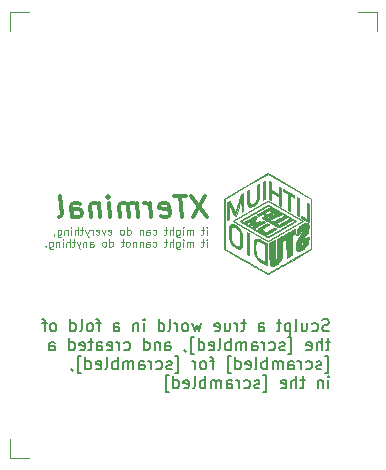
<source format=gbr>
%TF.GenerationSoftware,KiCad,Pcbnew,(6.0.0-rc1-323-gb9e66d8b98)*%
%TF.CreationDate,2021-12-29T00:01:46+08:00*%
%TF.ProjectId,AudioExtendBoard,41756469-6f45-4787-9465-6e64426f6172,rev?*%
%TF.SameCoordinates,Original*%
%TF.FileFunction,Legend,Bot*%
%TF.FilePolarity,Positive*%
%FSLAX46Y46*%
G04 Gerber Fmt 4.6, Leading zero omitted, Abs format (unit mm)*
G04 Created by KiCad (PCBNEW (6.0.0-rc1-323-gb9e66d8b98)) date 2021-12-29 00:01:46*
%MOMM*%
%LPD*%
G01*
G04 APERTURE LIST*
%ADD10C,0.076200*%
%ADD11C,0.330200*%
%ADD12C,0.101600*%
%ADD13C,0.150000*%
%ADD14C,0.010000*%
G04 APERTURE END LIST*
D10*
X164700000Y-83790000D02*
X164700000Y-85390000D01*
X195800000Y-83790000D02*
X194200000Y-83790000D01*
X195800000Y-83790000D02*
X195800000Y-85390000D01*
X164700000Y-121590000D02*
X166300000Y-121590000D01*
X164700000Y-83790000D02*
X166300000Y-83790000D01*
X164700000Y-121590000D02*
X164700000Y-119990000D01*
D11*
X181217411Y-99356333D02*
X180254327Y-101134333D01*
X180032077Y-99356333D02*
X181439661Y-101134333D01*
X179608744Y-99356333D02*
X178592744Y-99356333D01*
X179322994Y-101134333D02*
X179100744Y-99356333D01*
X177534411Y-101049666D02*
X177714327Y-101134333D01*
X178052994Y-101134333D01*
X178211744Y-101049666D01*
X178275244Y-100880333D01*
X178190577Y-100203000D01*
X178084744Y-100033666D01*
X177904827Y-99949000D01*
X177566161Y-99949000D01*
X177407411Y-100033666D01*
X177343911Y-100203000D01*
X177365077Y-100372333D01*
X178232911Y-100541666D01*
X176698327Y-101134333D02*
X176550161Y-99949000D01*
X176592494Y-100287666D02*
X176486661Y-100118333D01*
X176391411Y-100033666D01*
X176211494Y-99949000D01*
X176042161Y-99949000D01*
X175597661Y-101134333D02*
X175449494Y-99949000D01*
X175470661Y-100118333D02*
X175375411Y-100033666D01*
X175195494Y-99949000D01*
X174941494Y-99949000D01*
X174782744Y-100033666D01*
X174719244Y-100203000D01*
X174835661Y-101134333D01*
X174719244Y-100203000D02*
X174613411Y-100033666D01*
X174433494Y-99949000D01*
X174179494Y-99949000D01*
X174020744Y-100033666D01*
X173957244Y-100203000D01*
X174073661Y-101134333D01*
X173226994Y-101134333D02*
X173078827Y-99949000D01*
X173004744Y-99356333D02*
X173099994Y-99441000D01*
X173025911Y-99525666D01*
X172930661Y-99441000D01*
X173004744Y-99356333D01*
X173025911Y-99525666D01*
X172232161Y-99949000D02*
X172380327Y-101134333D01*
X172253327Y-100118333D02*
X172158077Y-100033666D01*
X171978161Y-99949000D01*
X171724161Y-99949000D01*
X171565411Y-100033666D01*
X171501911Y-100203000D01*
X171618327Y-101134333D01*
X170009661Y-101134333D02*
X169893244Y-100203000D01*
X169956744Y-100033666D01*
X170115494Y-99949000D01*
X170454161Y-99949000D01*
X170634077Y-100033666D01*
X169999077Y-101049666D02*
X170178994Y-101134333D01*
X170602327Y-101134333D01*
X170761077Y-101049666D01*
X170824577Y-100880333D01*
X170803411Y-100711000D01*
X170697577Y-100541666D01*
X170517661Y-100457000D01*
X170094327Y-100457000D01*
X169914411Y-100372333D01*
X168908994Y-101134333D02*
X169067744Y-101049666D01*
X169131244Y-100880333D01*
X168940744Y-99356333D01*
D12*
X181392769Y-102646086D02*
X181392769Y-102222753D01*
X181392769Y-102011086D02*
X181423007Y-102041325D01*
X181392769Y-102071563D01*
X181362531Y-102041325D01*
X181392769Y-102011086D01*
X181392769Y-102071563D01*
X181181102Y-102222753D02*
X180939198Y-102222753D01*
X181090388Y-102011086D02*
X181090388Y-102555372D01*
X181060150Y-102615848D01*
X180999674Y-102646086D01*
X180939198Y-102646086D01*
X180243721Y-102646086D02*
X180243721Y-102222753D01*
X180243721Y-102283229D02*
X180213483Y-102252991D01*
X180153007Y-102222753D01*
X180062293Y-102222753D01*
X180001817Y-102252991D01*
X179971579Y-102313467D01*
X179971579Y-102646086D01*
X179971579Y-102313467D02*
X179941340Y-102252991D01*
X179880864Y-102222753D01*
X179790150Y-102222753D01*
X179729674Y-102252991D01*
X179699436Y-102313467D01*
X179699436Y-102646086D01*
X179397055Y-102646086D02*
X179397055Y-102222753D01*
X179397055Y-102011086D02*
X179427293Y-102041325D01*
X179397055Y-102071563D01*
X179366817Y-102041325D01*
X179397055Y-102011086D01*
X179397055Y-102071563D01*
X178822531Y-102222753D02*
X178822531Y-102736801D01*
X178852769Y-102797277D01*
X178883007Y-102827515D01*
X178943483Y-102857753D01*
X179034198Y-102857753D01*
X179094674Y-102827515D01*
X178822531Y-102615848D02*
X178883007Y-102646086D01*
X179003960Y-102646086D01*
X179064436Y-102615848D01*
X179094674Y-102585610D01*
X179124912Y-102525134D01*
X179124912Y-102343705D01*
X179094674Y-102283229D01*
X179064436Y-102252991D01*
X179003960Y-102222753D01*
X178883007Y-102222753D01*
X178822531Y-102252991D01*
X178520150Y-102646086D02*
X178520150Y-102011086D01*
X178248007Y-102646086D02*
X178248007Y-102313467D01*
X178278245Y-102252991D01*
X178338721Y-102222753D01*
X178429436Y-102222753D01*
X178489912Y-102252991D01*
X178520150Y-102283229D01*
X178036340Y-102222753D02*
X177794436Y-102222753D01*
X177945626Y-102011086D02*
X177945626Y-102555372D01*
X177915388Y-102615848D01*
X177854912Y-102646086D01*
X177794436Y-102646086D01*
X176826817Y-102615848D02*
X176887293Y-102646086D01*
X177008245Y-102646086D01*
X177068721Y-102615848D01*
X177098960Y-102585610D01*
X177129198Y-102525134D01*
X177129198Y-102343705D01*
X177098960Y-102283229D01*
X177068721Y-102252991D01*
X177008245Y-102222753D01*
X176887293Y-102222753D01*
X176826817Y-102252991D01*
X176282531Y-102646086D02*
X176282531Y-102313467D01*
X176312769Y-102252991D01*
X176373245Y-102222753D01*
X176494198Y-102222753D01*
X176554674Y-102252991D01*
X176282531Y-102615848D02*
X176343007Y-102646086D01*
X176494198Y-102646086D01*
X176554674Y-102615848D01*
X176584912Y-102555372D01*
X176584912Y-102494896D01*
X176554674Y-102434420D01*
X176494198Y-102404182D01*
X176343007Y-102404182D01*
X176282531Y-102373944D01*
X175980150Y-102222753D02*
X175980150Y-102646086D01*
X175980150Y-102283229D02*
X175949912Y-102252991D01*
X175889436Y-102222753D01*
X175798721Y-102222753D01*
X175738245Y-102252991D01*
X175708007Y-102313467D01*
X175708007Y-102646086D01*
X174649674Y-102646086D02*
X174649674Y-102011086D01*
X174649674Y-102615848D02*
X174710150Y-102646086D01*
X174831102Y-102646086D01*
X174891579Y-102615848D01*
X174921817Y-102585610D01*
X174952055Y-102525134D01*
X174952055Y-102343705D01*
X174921817Y-102283229D01*
X174891579Y-102252991D01*
X174831102Y-102222753D01*
X174710150Y-102222753D01*
X174649674Y-102252991D01*
X174256579Y-102646086D02*
X174317055Y-102615848D01*
X174347293Y-102585610D01*
X174377531Y-102525134D01*
X174377531Y-102343705D01*
X174347293Y-102283229D01*
X174317055Y-102252991D01*
X174256579Y-102222753D01*
X174165864Y-102222753D01*
X174105388Y-102252991D01*
X174075150Y-102283229D01*
X174044912Y-102343705D01*
X174044912Y-102525134D01*
X174075150Y-102585610D01*
X174105388Y-102615848D01*
X174165864Y-102646086D01*
X174256579Y-102646086D01*
X173047055Y-102615848D02*
X173107531Y-102646086D01*
X173228483Y-102646086D01*
X173288960Y-102615848D01*
X173319198Y-102555372D01*
X173319198Y-102313467D01*
X173288960Y-102252991D01*
X173228483Y-102222753D01*
X173107531Y-102222753D01*
X173047055Y-102252991D01*
X173016817Y-102313467D01*
X173016817Y-102373944D01*
X173319198Y-102434420D01*
X172805150Y-102222753D02*
X172653960Y-102646086D01*
X172502769Y-102222753D01*
X172018960Y-102615848D02*
X172079436Y-102646086D01*
X172200388Y-102646086D01*
X172260864Y-102615848D01*
X172291102Y-102555372D01*
X172291102Y-102313467D01*
X172260864Y-102252991D01*
X172200388Y-102222753D01*
X172079436Y-102222753D01*
X172018960Y-102252991D01*
X171988721Y-102313467D01*
X171988721Y-102373944D01*
X172291102Y-102434420D01*
X171716579Y-102646086D02*
X171716579Y-102222753D01*
X171716579Y-102343705D02*
X171686340Y-102283229D01*
X171656102Y-102252991D01*
X171595626Y-102222753D01*
X171535150Y-102222753D01*
X171383960Y-102222753D02*
X171232769Y-102646086D01*
X171081579Y-102222753D02*
X171232769Y-102646086D01*
X171293245Y-102797277D01*
X171323483Y-102827515D01*
X171383960Y-102857753D01*
X170930388Y-102222753D02*
X170688483Y-102222753D01*
X170839674Y-102011086D02*
X170839674Y-102555372D01*
X170809436Y-102615848D01*
X170748960Y-102646086D01*
X170688483Y-102646086D01*
X170476817Y-102646086D02*
X170476817Y-102011086D01*
X170204674Y-102646086D02*
X170204674Y-102313467D01*
X170234912Y-102252991D01*
X170295388Y-102222753D01*
X170386102Y-102222753D01*
X170446579Y-102252991D01*
X170476817Y-102283229D01*
X169902293Y-102646086D02*
X169902293Y-102222753D01*
X169902293Y-102011086D02*
X169932531Y-102041325D01*
X169902293Y-102071563D01*
X169872055Y-102041325D01*
X169902293Y-102011086D01*
X169902293Y-102071563D01*
X169599912Y-102222753D02*
X169599912Y-102646086D01*
X169599912Y-102283229D02*
X169569674Y-102252991D01*
X169509198Y-102222753D01*
X169418483Y-102222753D01*
X169358007Y-102252991D01*
X169327769Y-102313467D01*
X169327769Y-102646086D01*
X168753245Y-102222753D02*
X168753245Y-102736801D01*
X168783483Y-102797277D01*
X168813721Y-102827515D01*
X168874198Y-102857753D01*
X168964912Y-102857753D01*
X169025388Y-102827515D01*
X168753245Y-102615848D02*
X168813721Y-102646086D01*
X168934674Y-102646086D01*
X168995150Y-102615848D01*
X169025388Y-102585610D01*
X169055626Y-102525134D01*
X169055626Y-102343705D01*
X169025388Y-102283229D01*
X168995150Y-102252991D01*
X168934674Y-102222753D01*
X168813721Y-102222753D01*
X168753245Y-102252991D01*
X168420626Y-102615848D02*
X168420626Y-102646086D01*
X168450864Y-102706563D01*
X168481102Y-102736801D01*
X181392769Y-103668436D02*
X181392769Y-103245103D01*
X181392769Y-103033436D02*
X181423007Y-103063675D01*
X181392769Y-103093913D01*
X181362531Y-103063675D01*
X181392769Y-103033436D01*
X181392769Y-103093913D01*
X181181102Y-103245103D02*
X180939198Y-103245103D01*
X181090388Y-103033436D02*
X181090388Y-103577722D01*
X181060150Y-103638198D01*
X180999674Y-103668436D01*
X180939198Y-103668436D01*
X180243721Y-103668436D02*
X180243721Y-103245103D01*
X180243721Y-103305579D02*
X180213483Y-103275341D01*
X180153007Y-103245103D01*
X180062293Y-103245103D01*
X180001817Y-103275341D01*
X179971579Y-103335817D01*
X179971579Y-103668436D01*
X179971579Y-103335817D02*
X179941340Y-103275341D01*
X179880864Y-103245103D01*
X179790150Y-103245103D01*
X179729674Y-103275341D01*
X179699436Y-103335817D01*
X179699436Y-103668436D01*
X179397055Y-103668436D02*
X179397055Y-103245103D01*
X179397055Y-103033436D02*
X179427293Y-103063675D01*
X179397055Y-103093913D01*
X179366817Y-103063675D01*
X179397055Y-103033436D01*
X179397055Y-103093913D01*
X178822531Y-103245103D02*
X178822531Y-103759151D01*
X178852769Y-103819627D01*
X178883007Y-103849865D01*
X178943483Y-103880103D01*
X179034198Y-103880103D01*
X179094674Y-103849865D01*
X178822531Y-103638198D02*
X178883007Y-103668436D01*
X179003960Y-103668436D01*
X179064436Y-103638198D01*
X179094674Y-103607960D01*
X179124912Y-103547484D01*
X179124912Y-103366055D01*
X179094674Y-103305579D01*
X179064436Y-103275341D01*
X179003960Y-103245103D01*
X178883007Y-103245103D01*
X178822531Y-103275341D01*
X178520150Y-103668436D02*
X178520150Y-103033436D01*
X178248007Y-103668436D02*
X178248007Y-103335817D01*
X178278245Y-103275341D01*
X178338721Y-103245103D01*
X178429436Y-103245103D01*
X178489912Y-103275341D01*
X178520150Y-103305579D01*
X178036340Y-103245103D02*
X177794436Y-103245103D01*
X177945626Y-103033436D02*
X177945626Y-103577722D01*
X177915388Y-103638198D01*
X177854912Y-103668436D01*
X177794436Y-103668436D01*
X176826817Y-103638198D02*
X176887293Y-103668436D01*
X177008245Y-103668436D01*
X177068721Y-103638198D01*
X177098960Y-103607960D01*
X177129198Y-103547484D01*
X177129198Y-103366055D01*
X177098960Y-103305579D01*
X177068721Y-103275341D01*
X177008245Y-103245103D01*
X176887293Y-103245103D01*
X176826817Y-103275341D01*
X176282531Y-103668436D02*
X176282531Y-103335817D01*
X176312769Y-103275341D01*
X176373245Y-103245103D01*
X176494198Y-103245103D01*
X176554674Y-103275341D01*
X176282531Y-103638198D02*
X176343007Y-103668436D01*
X176494198Y-103668436D01*
X176554674Y-103638198D01*
X176584912Y-103577722D01*
X176584912Y-103517246D01*
X176554674Y-103456770D01*
X176494198Y-103426532D01*
X176343007Y-103426532D01*
X176282531Y-103396294D01*
X175980150Y-103245103D02*
X175980150Y-103668436D01*
X175980150Y-103305579D02*
X175949912Y-103275341D01*
X175889436Y-103245103D01*
X175798721Y-103245103D01*
X175738245Y-103275341D01*
X175708007Y-103335817D01*
X175708007Y-103668436D01*
X175405626Y-103245103D02*
X175405626Y-103668436D01*
X175405626Y-103305579D02*
X175375388Y-103275341D01*
X175314912Y-103245103D01*
X175224198Y-103245103D01*
X175163721Y-103275341D01*
X175133483Y-103335817D01*
X175133483Y-103668436D01*
X174740388Y-103668436D02*
X174800864Y-103638198D01*
X174831102Y-103607960D01*
X174861340Y-103547484D01*
X174861340Y-103366055D01*
X174831102Y-103305579D01*
X174800864Y-103275341D01*
X174740388Y-103245103D01*
X174649674Y-103245103D01*
X174589198Y-103275341D01*
X174558960Y-103305579D01*
X174528721Y-103366055D01*
X174528721Y-103547484D01*
X174558960Y-103607960D01*
X174589198Y-103638198D01*
X174649674Y-103668436D01*
X174740388Y-103668436D01*
X174347293Y-103245103D02*
X174105388Y-103245103D01*
X174256579Y-103033436D02*
X174256579Y-103577722D01*
X174226340Y-103638198D01*
X174165864Y-103668436D01*
X174105388Y-103668436D01*
X173137769Y-103668436D02*
X173137769Y-103033436D01*
X173137769Y-103638198D02*
X173198245Y-103668436D01*
X173319198Y-103668436D01*
X173379674Y-103638198D01*
X173409912Y-103607960D01*
X173440150Y-103547484D01*
X173440150Y-103366055D01*
X173409912Y-103305579D01*
X173379674Y-103275341D01*
X173319198Y-103245103D01*
X173198245Y-103245103D01*
X173137769Y-103275341D01*
X172744674Y-103668436D02*
X172805150Y-103638198D01*
X172835388Y-103607960D01*
X172865626Y-103547484D01*
X172865626Y-103366055D01*
X172835388Y-103305579D01*
X172805150Y-103275341D01*
X172744674Y-103245103D01*
X172653960Y-103245103D01*
X172593483Y-103275341D01*
X172563245Y-103305579D01*
X172533007Y-103366055D01*
X172533007Y-103547484D01*
X172563245Y-103607960D01*
X172593483Y-103638198D01*
X172653960Y-103668436D01*
X172744674Y-103668436D01*
X171504912Y-103668436D02*
X171504912Y-103335817D01*
X171535150Y-103275341D01*
X171595626Y-103245103D01*
X171716579Y-103245103D01*
X171777055Y-103275341D01*
X171504912Y-103638198D02*
X171565388Y-103668436D01*
X171716579Y-103668436D01*
X171777055Y-103638198D01*
X171807293Y-103577722D01*
X171807293Y-103517246D01*
X171777055Y-103456770D01*
X171716579Y-103426532D01*
X171565388Y-103426532D01*
X171504912Y-103396294D01*
X171202531Y-103245103D02*
X171202531Y-103668436D01*
X171202531Y-103305579D02*
X171172293Y-103275341D01*
X171111817Y-103245103D01*
X171021102Y-103245103D01*
X170960626Y-103275341D01*
X170930388Y-103335817D01*
X170930388Y-103668436D01*
X170688483Y-103245103D02*
X170537293Y-103668436D01*
X170386102Y-103245103D02*
X170537293Y-103668436D01*
X170597769Y-103819627D01*
X170628007Y-103849865D01*
X170688483Y-103880103D01*
X170234912Y-103245103D02*
X169993007Y-103245103D01*
X170144198Y-103033436D02*
X170144198Y-103577722D01*
X170113960Y-103638198D01*
X170053483Y-103668436D01*
X169993007Y-103668436D01*
X169781340Y-103668436D02*
X169781340Y-103033436D01*
X169509198Y-103668436D02*
X169509198Y-103335817D01*
X169539436Y-103275341D01*
X169599912Y-103245103D01*
X169690626Y-103245103D01*
X169751102Y-103275341D01*
X169781340Y-103305579D01*
X169206817Y-103668436D02*
X169206817Y-103245103D01*
X169206817Y-103033436D02*
X169237055Y-103063675D01*
X169206817Y-103093913D01*
X169176579Y-103063675D01*
X169206817Y-103033436D01*
X169206817Y-103093913D01*
X168904436Y-103245103D02*
X168904436Y-103668436D01*
X168904436Y-103305579D02*
X168874198Y-103275341D01*
X168813721Y-103245103D01*
X168723007Y-103245103D01*
X168662531Y-103275341D01*
X168632293Y-103335817D01*
X168632293Y-103668436D01*
X168057769Y-103245103D02*
X168057769Y-103759151D01*
X168088007Y-103819627D01*
X168118245Y-103849865D01*
X168178721Y-103880103D01*
X168269436Y-103880103D01*
X168329912Y-103849865D01*
X168057769Y-103638198D02*
X168118245Y-103668436D01*
X168239198Y-103668436D01*
X168299674Y-103638198D01*
X168329912Y-103607960D01*
X168360150Y-103547484D01*
X168360150Y-103366055D01*
X168329912Y-103305579D01*
X168299674Y-103275341D01*
X168239198Y-103245103D01*
X168118245Y-103245103D01*
X168057769Y-103275341D01*
X167755388Y-103607960D02*
X167725150Y-103638198D01*
X167755388Y-103668436D01*
X167785626Y-103638198D01*
X167755388Y-103607960D01*
X167755388Y-103668436D01*
D13*
X191736023Y-110765761D02*
X191593166Y-110813380D01*
X191355071Y-110813380D01*
X191259833Y-110765761D01*
X191212214Y-110718142D01*
X191164595Y-110622904D01*
X191164595Y-110527666D01*
X191212214Y-110432428D01*
X191259833Y-110384809D01*
X191355071Y-110337190D01*
X191545547Y-110289571D01*
X191640785Y-110241952D01*
X191688404Y-110194333D01*
X191736023Y-110099095D01*
X191736023Y-110003857D01*
X191688404Y-109908619D01*
X191640785Y-109861000D01*
X191545547Y-109813380D01*
X191307452Y-109813380D01*
X191164595Y-109861000D01*
X190307452Y-110765761D02*
X190402690Y-110813380D01*
X190593166Y-110813380D01*
X190688404Y-110765761D01*
X190736023Y-110718142D01*
X190783642Y-110622904D01*
X190783642Y-110337190D01*
X190736023Y-110241952D01*
X190688404Y-110194333D01*
X190593166Y-110146714D01*
X190402690Y-110146714D01*
X190307452Y-110194333D01*
X189450309Y-110146714D02*
X189450309Y-110813380D01*
X189878880Y-110146714D02*
X189878880Y-110670523D01*
X189831261Y-110765761D01*
X189736023Y-110813380D01*
X189593166Y-110813380D01*
X189497928Y-110765761D01*
X189450309Y-110718142D01*
X188831261Y-110813380D02*
X188926500Y-110765761D01*
X188974119Y-110670523D01*
X188974119Y-109813380D01*
X188450309Y-110146714D02*
X188450309Y-111146714D01*
X188450309Y-110194333D02*
X188355071Y-110146714D01*
X188164595Y-110146714D01*
X188069357Y-110194333D01*
X188021738Y-110241952D01*
X187974119Y-110337190D01*
X187974119Y-110622904D01*
X188021738Y-110718142D01*
X188069357Y-110765761D01*
X188164595Y-110813380D01*
X188355071Y-110813380D01*
X188450309Y-110765761D01*
X187688404Y-110146714D02*
X187307452Y-110146714D01*
X187545547Y-109813380D02*
X187545547Y-110670523D01*
X187497928Y-110765761D01*
X187402690Y-110813380D01*
X187307452Y-110813380D01*
X185783642Y-110813380D02*
X185783642Y-110289571D01*
X185831261Y-110194333D01*
X185926500Y-110146714D01*
X186116976Y-110146714D01*
X186212214Y-110194333D01*
X185783642Y-110765761D02*
X185878880Y-110813380D01*
X186116976Y-110813380D01*
X186212214Y-110765761D01*
X186259833Y-110670523D01*
X186259833Y-110575285D01*
X186212214Y-110480047D01*
X186116976Y-110432428D01*
X185878880Y-110432428D01*
X185783642Y-110384809D01*
X184688404Y-110146714D02*
X184307452Y-110146714D01*
X184545547Y-109813380D02*
X184545547Y-110670523D01*
X184497928Y-110765761D01*
X184402690Y-110813380D01*
X184307452Y-110813380D01*
X183974119Y-110813380D02*
X183974119Y-110146714D01*
X183974119Y-110337190D02*
X183926500Y-110241952D01*
X183878880Y-110194333D01*
X183783642Y-110146714D01*
X183688404Y-110146714D01*
X182926500Y-110146714D02*
X182926500Y-110813380D01*
X183355071Y-110146714D02*
X183355071Y-110670523D01*
X183307452Y-110765761D01*
X183212214Y-110813380D01*
X183069357Y-110813380D01*
X182974119Y-110765761D01*
X182926500Y-110718142D01*
X182069357Y-110765761D02*
X182164595Y-110813380D01*
X182355071Y-110813380D01*
X182450309Y-110765761D01*
X182497928Y-110670523D01*
X182497928Y-110289571D01*
X182450309Y-110194333D01*
X182355071Y-110146714D01*
X182164595Y-110146714D01*
X182069357Y-110194333D01*
X182021738Y-110289571D01*
X182021738Y-110384809D01*
X182497928Y-110480047D01*
X180926500Y-110146714D02*
X180736023Y-110813380D01*
X180545547Y-110337190D01*
X180355071Y-110813380D01*
X180164595Y-110146714D01*
X179640785Y-110813380D02*
X179736023Y-110765761D01*
X179783642Y-110718142D01*
X179831261Y-110622904D01*
X179831261Y-110337190D01*
X179783642Y-110241952D01*
X179736023Y-110194333D01*
X179640785Y-110146714D01*
X179497928Y-110146714D01*
X179402690Y-110194333D01*
X179355071Y-110241952D01*
X179307452Y-110337190D01*
X179307452Y-110622904D01*
X179355071Y-110718142D01*
X179402690Y-110765761D01*
X179497928Y-110813380D01*
X179640785Y-110813380D01*
X178878880Y-110813380D02*
X178878880Y-110146714D01*
X178878880Y-110337190D02*
X178831261Y-110241952D01*
X178783642Y-110194333D01*
X178688404Y-110146714D01*
X178593166Y-110146714D01*
X178116976Y-110813380D02*
X178212214Y-110765761D01*
X178259833Y-110670523D01*
X178259833Y-109813380D01*
X177307452Y-110813380D02*
X177307452Y-109813380D01*
X177307452Y-110765761D02*
X177402690Y-110813380D01*
X177593166Y-110813380D01*
X177688404Y-110765761D01*
X177736023Y-110718142D01*
X177783642Y-110622904D01*
X177783642Y-110337190D01*
X177736023Y-110241952D01*
X177688404Y-110194333D01*
X177593166Y-110146714D01*
X177402690Y-110146714D01*
X177307452Y-110194333D01*
X176069357Y-110813380D02*
X176069357Y-110146714D01*
X176069357Y-109813380D02*
X176116976Y-109861000D01*
X176069357Y-109908619D01*
X176021738Y-109861000D01*
X176069357Y-109813380D01*
X176069357Y-109908619D01*
X175593166Y-110146714D02*
X175593166Y-110813380D01*
X175593166Y-110241952D02*
X175545547Y-110194333D01*
X175450309Y-110146714D01*
X175307452Y-110146714D01*
X175212214Y-110194333D01*
X175164595Y-110289571D01*
X175164595Y-110813380D01*
X173497928Y-110813380D02*
X173497928Y-110289571D01*
X173545547Y-110194333D01*
X173640785Y-110146714D01*
X173831261Y-110146714D01*
X173926500Y-110194333D01*
X173497928Y-110765761D02*
X173593166Y-110813380D01*
X173831261Y-110813380D01*
X173926500Y-110765761D01*
X173974119Y-110670523D01*
X173974119Y-110575285D01*
X173926500Y-110480047D01*
X173831261Y-110432428D01*
X173593166Y-110432428D01*
X173497928Y-110384809D01*
X172402690Y-110146714D02*
X172021738Y-110146714D01*
X172259833Y-110813380D02*
X172259833Y-109956238D01*
X172212214Y-109861000D01*
X172116976Y-109813380D01*
X172021738Y-109813380D01*
X171545547Y-110813380D02*
X171640785Y-110765761D01*
X171688404Y-110718142D01*
X171736023Y-110622904D01*
X171736023Y-110337190D01*
X171688404Y-110241952D01*
X171640785Y-110194333D01*
X171545547Y-110146714D01*
X171402690Y-110146714D01*
X171307452Y-110194333D01*
X171259833Y-110241952D01*
X171212214Y-110337190D01*
X171212214Y-110622904D01*
X171259833Y-110718142D01*
X171307452Y-110765761D01*
X171402690Y-110813380D01*
X171545547Y-110813380D01*
X170640785Y-110813380D02*
X170736023Y-110765761D01*
X170783642Y-110670523D01*
X170783642Y-109813380D01*
X169831261Y-110813380D02*
X169831261Y-109813380D01*
X169831261Y-110765761D02*
X169926500Y-110813380D01*
X170116976Y-110813380D01*
X170212214Y-110765761D01*
X170259833Y-110718142D01*
X170307452Y-110622904D01*
X170307452Y-110337190D01*
X170259833Y-110241952D01*
X170212214Y-110194333D01*
X170116976Y-110146714D01*
X169926500Y-110146714D01*
X169831261Y-110194333D01*
X168450309Y-110813380D02*
X168545547Y-110765761D01*
X168593166Y-110718142D01*
X168640785Y-110622904D01*
X168640785Y-110337190D01*
X168593166Y-110241952D01*
X168545547Y-110194333D01*
X168450309Y-110146714D01*
X168307452Y-110146714D01*
X168212214Y-110194333D01*
X168164595Y-110241952D01*
X168116976Y-110337190D01*
X168116976Y-110622904D01*
X168164595Y-110718142D01*
X168212214Y-110765761D01*
X168307452Y-110813380D01*
X168450309Y-110813380D01*
X167831261Y-110146714D02*
X167450309Y-110146714D01*
X167688404Y-110813380D02*
X167688404Y-109956238D01*
X167640785Y-109861000D01*
X167545547Y-109813380D01*
X167450309Y-109813380D01*
X191831261Y-111756714D02*
X191450309Y-111756714D01*
X191688404Y-111423380D02*
X191688404Y-112280523D01*
X191640785Y-112375761D01*
X191545547Y-112423380D01*
X191450309Y-112423380D01*
X191116976Y-112423380D02*
X191116976Y-111423380D01*
X190688404Y-112423380D02*
X190688404Y-111899571D01*
X190736023Y-111804333D01*
X190831261Y-111756714D01*
X190974119Y-111756714D01*
X191069357Y-111804333D01*
X191116976Y-111851952D01*
X189831261Y-112375761D02*
X189926500Y-112423380D01*
X190116976Y-112423380D01*
X190212214Y-112375761D01*
X190259833Y-112280523D01*
X190259833Y-111899571D01*
X190212214Y-111804333D01*
X190116976Y-111756714D01*
X189926500Y-111756714D01*
X189831261Y-111804333D01*
X189783642Y-111899571D01*
X189783642Y-111994809D01*
X190259833Y-112090047D01*
X188307452Y-112756714D02*
X188545547Y-112756714D01*
X188545547Y-111328142D01*
X188307452Y-111328142D01*
X187974119Y-112375761D02*
X187878880Y-112423380D01*
X187688404Y-112423380D01*
X187593166Y-112375761D01*
X187545547Y-112280523D01*
X187545547Y-112232904D01*
X187593166Y-112137666D01*
X187688404Y-112090047D01*
X187831261Y-112090047D01*
X187926500Y-112042428D01*
X187974119Y-111947190D01*
X187974119Y-111899571D01*
X187926500Y-111804333D01*
X187831261Y-111756714D01*
X187688404Y-111756714D01*
X187593166Y-111804333D01*
X186688404Y-112375761D02*
X186783642Y-112423380D01*
X186974119Y-112423380D01*
X187069357Y-112375761D01*
X187116976Y-112328142D01*
X187164595Y-112232904D01*
X187164595Y-111947190D01*
X187116976Y-111851952D01*
X187069357Y-111804333D01*
X186974119Y-111756714D01*
X186783642Y-111756714D01*
X186688404Y-111804333D01*
X186259833Y-112423380D02*
X186259833Y-111756714D01*
X186259833Y-111947190D02*
X186212214Y-111851952D01*
X186164595Y-111804333D01*
X186069357Y-111756714D01*
X185974119Y-111756714D01*
X185212214Y-112423380D02*
X185212214Y-111899571D01*
X185259833Y-111804333D01*
X185355071Y-111756714D01*
X185545547Y-111756714D01*
X185640785Y-111804333D01*
X185212214Y-112375761D02*
X185307452Y-112423380D01*
X185545547Y-112423380D01*
X185640785Y-112375761D01*
X185688404Y-112280523D01*
X185688404Y-112185285D01*
X185640785Y-112090047D01*
X185545547Y-112042428D01*
X185307452Y-112042428D01*
X185212214Y-111994809D01*
X184736023Y-112423380D02*
X184736023Y-111756714D01*
X184736023Y-111851952D02*
X184688404Y-111804333D01*
X184593166Y-111756714D01*
X184450309Y-111756714D01*
X184355071Y-111804333D01*
X184307452Y-111899571D01*
X184307452Y-112423380D01*
X184307452Y-111899571D02*
X184259833Y-111804333D01*
X184164595Y-111756714D01*
X184021738Y-111756714D01*
X183926500Y-111804333D01*
X183878880Y-111899571D01*
X183878880Y-112423380D01*
X183402690Y-112423380D02*
X183402690Y-111423380D01*
X183402690Y-111804333D02*
X183307452Y-111756714D01*
X183116976Y-111756714D01*
X183021738Y-111804333D01*
X182974119Y-111851952D01*
X182926500Y-111947190D01*
X182926500Y-112232904D01*
X182974119Y-112328142D01*
X183021738Y-112375761D01*
X183116976Y-112423380D01*
X183307452Y-112423380D01*
X183402690Y-112375761D01*
X182355071Y-112423380D02*
X182450309Y-112375761D01*
X182497928Y-112280523D01*
X182497928Y-111423380D01*
X181593166Y-112375761D02*
X181688404Y-112423380D01*
X181878880Y-112423380D01*
X181974119Y-112375761D01*
X182021738Y-112280523D01*
X182021738Y-111899571D01*
X181974119Y-111804333D01*
X181878880Y-111756714D01*
X181688404Y-111756714D01*
X181593166Y-111804333D01*
X181545547Y-111899571D01*
X181545547Y-111994809D01*
X182021738Y-112090047D01*
X180688404Y-112423380D02*
X180688404Y-111423380D01*
X180688404Y-112375761D02*
X180783642Y-112423380D01*
X180974119Y-112423380D01*
X181069357Y-112375761D01*
X181116976Y-112328142D01*
X181164595Y-112232904D01*
X181164595Y-111947190D01*
X181116976Y-111851952D01*
X181069357Y-111804333D01*
X180974119Y-111756714D01*
X180783642Y-111756714D01*
X180688404Y-111804333D01*
X180307452Y-112756714D02*
X180069357Y-112756714D01*
X180069357Y-111328142D01*
X180307452Y-111328142D01*
X179497928Y-112375761D02*
X179497928Y-112423380D01*
X179545547Y-112518619D01*
X179593166Y-112566238D01*
X177878880Y-112423380D02*
X177878880Y-111899571D01*
X177926500Y-111804333D01*
X178021738Y-111756714D01*
X178212214Y-111756714D01*
X178307452Y-111804333D01*
X177878880Y-112375761D02*
X177974119Y-112423380D01*
X178212214Y-112423380D01*
X178307452Y-112375761D01*
X178355071Y-112280523D01*
X178355071Y-112185285D01*
X178307452Y-112090047D01*
X178212214Y-112042428D01*
X177974119Y-112042428D01*
X177878880Y-111994809D01*
X177402690Y-111756714D02*
X177402690Y-112423380D01*
X177402690Y-111851952D02*
X177355071Y-111804333D01*
X177259833Y-111756714D01*
X177116976Y-111756714D01*
X177021738Y-111804333D01*
X176974119Y-111899571D01*
X176974119Y-112423380D01*
X176069357Y-112423380D02*
X176069357Y-111423380D01*
X176069357Y-112375761D02*
X176164595Y-112423380D01*
X176355071Y-112423380D01*
X176450309Y-112375761D01*
X176497928Y-112328142D01*
X176545547Y-112232904D01*
X176545547Y-111947190D01*
X176497928Y-111851952D01*
X176450309Y-111804333D01*
X176355071Y-111756714D01*
X176164595Y-111756714D01*
X176069357Y-111804333D01*
X174402690Y-112375761D02*
X174497928Y-112423380D01*
X174688404Y-112423380D01*
X174783642Y-112375761D01*
X174831261Y-112328142D01*
X174878880Y-112232904D01*
X174878880Y-111947190D01*
X174831261Y-111851952D01*
X174783642Y-111804333D01*
X174688404Y-111756714D01*
X174497928Y-111756714D01*
X174402690Y-111804333D01*
X173974119Y-112423380D02*
X173974119Y-111756714D01*
X173974119Y-111947190D02*
X173926500Y-111851952D01*
X173878880Y-111804333D01*
X173783642Y-111756714D01*
X173688404Y-111756714D01*
X172974119Y-112375761D02*
X173069357Y-112423380D01*
X173259833Y-112423380D01*
X173355071Y-112375761D01*
X173402690Y-112280523D01*
X173402690Y-111899571D01*
X173355071Y-111804333D01*
X173259833Y-111756714D01*
X173069357Y-111756714D01*
X172974119Y-111804333D01*
X172926500Y-111899571D01*
X172926500Y-111994809D01*
X173402690Y-112090047D01*
X172069357Y-112423380D02*
X172069357Y-111899571D01*
X172116976Y-111804333D01*
X172212214Y-111756714D01*
X172402690Y-111756714D01*
X172497928Y-111804333D01*
X172069357Y-112375761D02*
X172164595Y-112423380D01*
X172402690Y-112423380D01*
X172497928Y-112375761D01*
X172545547Y-112280523D01*
X172545547Y-112185285D01*
X172497928Y-112090047D01*
X172402690Y-112042428D01*
X172164595Y-112042428D01*
X172069357Y-111994809D01*
X171736023Y-111756714D02*
X171355071Y-111756714D01*
X171593166Y-111423380D02*
X171593166Y-112280523D01*
X171545547Y-112375761D01*
X171450309Y-112423380D01*
X171355071Y-112423380D01*
X170640785Y-112375761D02*
X170736023Y-112423380D01*
X170926500Y-112423380D01*
X171021738Y-112375761D01*
X171069357Y-112280523D01*
X171069357Y-111899571D01*
X171021738Y-111804333D01*
X170926500Y-111756714D01*
X170736023Y-111756714D01*
X170640785Y-111804333D01*
X170593166Y-111899571D01*
X170593166Y-111994809D01*
X171069357Y-112090047D01*
X169736023Y-112423380D02*
X169736023Y-111423380D01*
X169736023Y-112375761D02*
X169831261Y-112423380D01*
X170021738Y-112423380D01*
X170116976Y-112375761D01*
X170164595Y-112328142D01*
X170212214Y-112232904D01*
X170212214Y-111947190D01*
X170164595Y-111851952D01*
X170116976Y-111804333D01*
X170021738Y-111756714D01*
X169831261Y-111756714D01*
X169736023Y-111804333D01*
X168069357Y-112423380D02*
X168069357Y-111899571D01*
X168116976Y-111804333D01*
X168212214Y-111756714D01*
X168402690Y-111756714D01*
X168497928Y-111804333D01*
X168069357Y-112375761D02*
X168164595Y-112423380D01*
X168402690Y-112423380D01*
X168497928Y-112375761D01*
X168545547Y-112280523D01*
X168545547Y-112185285D01*
X168497928Y-112090047D01*
X168402690Y-112042428D01*
X168164595Y-112042428D01*
X168069357Y-111994809D01*
X191402690Y-114366714D02*
X191640785Y-114366714D01*
X191640785Y-112938142D01*
X191402690Y-112938142D01*
X191069357Y-113985761D02*
X190974119Y-114033380D01*
X190783642Y-114033380D01*
X190688404Y-113985761D01*
X190640785Y-113890523D01*
X190640785Y-113842904D01*
X190688404Y-113747666D01*
X190783642Y-113700047D01*
X190926500Y-113700047D01*
X191021738Y-113652428D01*
X191069357Y-113557190D01*
X191069357Y-113509571D01*
X191021738Y-113414333D01*
X190926500Y-113366714D01*
X190783642Y-113366714D01*
X190688404Y-113414333D01*
X189783642Y-113985761D02*
X189878880Y-114033380D01*
X190069357Y-114033380D01*
X190164595Y-113985761D01*
X190212214Y-113938142D01*
X190259833Y-113842904D01*
X190259833Y-113557190D01*
X190212214Y-113461952D01*
X190164595Y-113414333D01*
X190069357Y-113366714D01*
X189878880Y-113366714D01*
X189783642Y-113414333D01*
X189355071Y-114033380D02*
X189355071Y-113366714D01*
X189355071Y-113557190D02*
X189307452Y-113461952D01*
X189259833Y-113414333D01*
X189164595Y-113366714D01*
X189069357Y-113366714D01*
X188307452Y-114033380D02*
X188307452Y-113509571D01*
X188355071Y-113414333D01*
X188450309Y-113366714D01*
X188640785Y-113366714D01*
X188736023Y-113414333D01*
X188307452Y-113985761D02*
X188402690Y-114033380D01*
X188640785Y-114033380D01*
X188736023Y-113985761D01*
X188783642Y-113890523D01*
X188783642Y-113795285D01*
X188736023Y-113700047D01*
X188640785Y-113652428D01*
X188402690Y-113652428D01*
X188307452Y-113604809D01*
X187831261Y-114033380D02*
X187831261Y-113366714D01*
X187831261Y-113461952D02*
X187783642Y-113414333D01*
X187688404Y-113366714D01*
X187545547Y-113366714D01*
X187450309Y-113414333D01*
X187402690Y-113509571D01*
X187402690Y-114033380D01*
X187402690Y-113509571D02*
X187355071Y-113414333D01*
X187259833Y-113366714D01*
X187116976Y-113366714D01*
X187021738Y-113414333D01*
X186974119Y-113509571D01*
X186974119Y-114033380D01*
X186497928Y-114033380D02*
X186497928Y-113033380D01*
X186497928Y-113414333D02*
X186402690Y-113366714D01*
X186212214Y-113366714D01*
X186116976Y-113414333D01*
X186069357Y-113461952D01*
X186021738Y-113557190D01*
X186021738Y-113842904D01*
X186069357Y-113938142D01*
X186116976Y-113985761D01*
X186212214Y-114033380D01*
X186402690Y-114033380D01*
X186497928Y-113985761D01*
X185450309Y-114033380D02*
X185545547Y-113985761D01*
X185593166Y-113890523D01*
X185593166Y-113033380D01*
X184688404Y-113985761D02*
X184783642Y-114033380D01*
X184974119Y-114033380D01*
X185069357Y-113985761D01*
X185116976Y-113890523D01*
X185116976Y-113509571D01*
X185069357Y-113414333D01*
X184974119Y-113366714D01*
X184783642Y-113366714D01*
X184688404Y-113414333D01*
X184640785Y-113509571D01*
X184640785Y-113604809D01*
X185116976Y-113700047D01*
X183783642Y-114033380D02*
X183783642Y-113033380D01*
X183783642Y-113985761D02*
X183878880Y-114033380D01*
X184069357Y-114033380D01*
X184164595Y-113985761D01*
X184212214Y-113938142D01*
X184259833Y-113842904D01*
X184259833Y-113557190D01*
X184212214Y-113461952D01*
X184164595Y-113414333D01*
X184069357Y-113366714D01*
X183878880Y-113366714D01*
X183783642Y-113414333D01*
X183402690Y-114366714D02*
X183164595Y-114366714D01*
X183164595Y-112938142D01*
X183402690Y-112938142D01*
X182021738Y-113366714D02*
X181640785Y-113366714D01*
X181878880Y-114033380D02*
X181878880Y-113176238D01*
X181831261Y-113081000D01*
X181736023Y-113033380D01*
X181640785Y-113033380D01*
X181164595Y-114033380D02*
X181259833Y-113985761D01*
X181307452Y-113938142D01*
X181355071Y-113842904D01*
X181355071Y-113557190D01*
X181307452Y-113461952D01*
X181259833Y-113414333D01*
X181164595Y-113366714D01*
X181021738Y-113366714D01*
X180926500Y-113414333D01*
X180878880Y-113461952D01*
X180831261Y-113557190D01*
X180831261Y-113842904D01*
X180878880Y-113938142D01*
X180926500Y-113985761D01*
X181021738Y-114033380D01*
X181164595Y-114033380D01*
X180402690Y-114033380D02*
X180402690Y-113366714D01*
X180402690Y-113557190D02*
X180355071Y-113461952D01*
X180307452Y-113414333D01*
X180212214Y-113366714D01*
X180116976Y-113366714D01*
X178736023Y-114366714D02*
X178974119Y-114366714D01*
X178974119Y-112938142D01*
X178736023Y-112938142D01*
X178402690Y-113985761D02*
X178307452Y-114033380D01*
X178116976Y-114033380D01*
X178021738Y-113985761D01*
X177974119Y-113890523D01*
X177974119Y-113842904D01*
X178021738Y-113747666D01*
X178116976Y-113700047D01*
X178259833Y-113700047D01*
X178355071Y-113652428D01*
X178402690Y-113557190D01*
X178402690Y-113509571D01*
X178355071Y-113414333D01*
X178259833Y-113366714D01*
X178116976Y-113366714D01*
X178021738Y-113414333D01*
X177116976Y-113985761D02*
X177212214Y-114033380D01*
X177402690Y-114033380D01*
X177497928Y-113985761D01*
X177545547Y-113938142D01*
X177593166Y-113842904D01*
X177593166Y-113557190D01*
X177545547Y-113461952D01*
X177497928Y-113414333D01*
X177402690Y-113366714D01*
X177212214Y-113366714D01*
X177116976Y-113414333D01*
X176688404Y-114033380D02*
X176688404Y-113366714D01*
X176688404Y-113557190D02*
X176640785Y-113461952D01*
X176593166Y-113414333D01*
X176497928Y-113366714D01*
X176402690Y-113366714D01*
X175640785Y-114033380D02*
X175640785Y-113509571D01*
X175688404Y-113414333D01*
X175783642Y-113366714D01*
X175974119Y-113366714D01*
X176069357Y-113414333D01*
X175640785Y-113985761D02*
X175736023Y-114033380D01*
X175974119Y-114033380D01*
X176069357Y-113985761D01*
X176116976Y-113890523D01*
X176116976Y-113795285D01*
X176069357Y-113700047D01*
X175974119Y-113652428D01*
X175736023Y-113652428D01*
X175640785Y-113604809D01*
X175164595Y-114033380D02*
X175164595Y-113366714D01*
X175164595Y-113461952D02*
X175116976Y-113414333D01*
X175021738Y-113366714D01*
X174878880Y-113366714D01*
X174783642Y-113414333D01*
X174736023Y-113509571D01*
X174736023Y-114033380D01*
X174736023Y-113509571D02*
X174688404Y-113414333D01*
X174593166Y-113366714D01*
X174450309Y-113366714D01*
X174355071Y-113414333D01*
X174307452Y-113509571D01*
X174307452Y-114033380D01*
X173831261Y-114033380D02*
X173831261Y-113033380D01*
X173831261Y-113414333D02*
X173736023Y-113366714D01*
X173545547Y-113366714D01*
X173450309Y-113414333D01*
X173402690Y-113461952D01*
X173355071Y-113557190D01*
X173355071Y-113842904D01*
X173402690Y-113938142D01*
X173450309Y-113985761D01*
X173545547Y-114033380D01*
X173736023Y-114033380D01*
X173831261Y-113985761D01*
X172783642Y-114033380D02*
X172878880Y-113985761D01*
X172926500Y-113890523D01*
X172926500Y-113033380D01*
X172021738Y-113985761D02*
X172116976Y-114033380D01*
X172307452Y-114033380D01*
X172402690Y-113985761D01*
X172450309Y-113890523D01*
X172450309Y-113509571D01*
X172402690Y-113414333D01*
X172307452Y-113366714D01*
X172116976Y-113366714D01*
X172021738Y-113414333D01*
X171974119Y-113509571D01*
X171974119Y-113604809D01*
X172450309Y-113700047D01*
X171116976Y-114033380D02*
X171116976Y-113033380D01*
X171116976Y-113985761D02*
X171212214Y-114033380D01*
X171402690Y-114033380D01*
X171497928Y-113985761D01*
X171545547Y-113938142D01*
X171593166Y-113842904D01*
X171593166Y-113557190D01*
X171545547Y-113461952D01*
X171497928Y-113414333D01*
X171402690Y-113366714D01*
X171212214Y-113366714D01*
X171116976Y-113414333D01*
X170736023Y-114366714D02*
X170497928Y-114366714D01*
X170497928Y-112938142D01*
X170736023Y-112938142D01*
X169926500Y-113985761D02*
X169926500Y-114033380D01*
X169974119Y-114128619D01*
X170021738Y-114176238D01*
X191688404Y-115643380D02*
X191688404Y-114976714D01*
X191688404Y-114643380D02*
X191736023Y-114691000D01*
X191688404Y-114738619D01*
X191640785Y-114691000D01*
X191688404Y-114643380D01*
X191688404Y-114738619D01*
X191212214Y-114976714D02*
X191212214Y-115643380D01*
X191212214Y-115071952D02*
X191164595Y-115024333D01*
X191069357Y-114976714D01*
X190926500Y-114976714D01*
X190831261Y-115024333D01*
X190783642Y-115119571D01*
X190783642Y-115643380D01*
X189688404Y-114976714D02*
X189307452Y-114976714D01*
X189545547Y-114643380D02*
X189545547Y-115500523D01*
X189497928Y-115595761D01*
X189402690Y-115643380D01*
X189307452Y-115643380D01*
X188974119Y-115643380D02*
X188974119Y-114643380D01*
X188545547Y-115643380D02*
X188545547Y-115119571D01*
X188593166Y-115024333D01*
X188688404Y-114976714D01*
X188831261Y-114976714D01*
X188926500Y-115024333D01*
X188974119Y-115071952D01*
X187688404Y-115595761D02*
X187783642Y-115643380D01*
X187974119Y-115643380D01*
X188069357Y-115595761D01*
X188116976Y-115500523D01*
X188116976Y-115119571D01*
X188069357Y-115024333D01*
X187974119Y-114976714D01*
X187783642Y-114976714D01*
X187688404Y-115024333D01*
X187640785Y-115119571D01*
X187640785Y-115214809D01*
X188116976Y-115310047D01*
X186164595Y-115976714D02*
X186402690Y-115976714D01*
X186402690Y-114548142D01*
X186164595Y-114548142D01*
X185831261Y-115595761D02*
X185736023Y-115643380D01*
X185545547Y-115643380D01*
X185450309Y-115595761D01*
X185402690Y-115500523D01*
X185402690Y-115452904D01*
X185450309Y-115357666D01*
X185545547Y-115310047D01*
X185688404Y-115310047D01*
X185783642Y-115262428D01*
X185831261Y-115167190D01*
X185831261Y-115119571D01*
X185783642Y-115024333D01*
X185688404Y-114976714D01*
X185545547Y-114976714D01*
X185450309Y-115024333D01*
X184545547Y-115595761D02*
X184640785Y-115643380D01*
X184831261Y-115643380D01*
X184926500Y-115595761D01*
X184974119Y-115548142D01*
X185021738Y-115452904D01*
X185021738Y-115167190D01*
X184974119Y-115071952D01*
X184926500Y-115024333D01*
X184831261Y-114976714D01*
X184640785Y-114976714D01*
X184545547Y-115024333D01*
X184116976Y-115643380D02*
X184116976Y-114976714D01*
X184116976Y-115167190D02*
X184069357Y-115071952D01*
X184021738Y-115024333D01*
X183926500Y-114976714D01*
X183831261Y-114976714D01*
X183069357Y-115643380D02*
X183069357Y-115119571D01*
X183116976Y-115024333D01*
X183212214Y-114976714D01*
X183402690Y-114976714D01*
X183497928Y-115024333D01*
X183069357Y-115595761D02*
X183164595Y-115643380D01*
X183402690Y-115643380D01*
X183497928Y-115595761D01*
X183545547Y-115500523D01*
X183545547Y-115405285D01*
X183497928Y-115310047D01*
X183402690Y-115262428D01*
X183164595Y-115262428D01*
X183069357Y-115214809D01*
X182593166Y-115643380D02*
X182593166Y-114976714D01*
X182593166Y-115071952D02*
X182545547Y-115024333D01*
X182450309Y-114976714D01*
X182307452Y-114976714D01*
X182212214Y-115024333D01*
X182164595Y-115119571D01*
X182164595Y-115643380D01*
X182164595Y-115119571D02*
X182116976Y-115024333D01*
X182021738Y-114976714D01*
X181878880Y-114976714D01*
X181783642Y-115024333D01*
X181736023Y-115119571D01*
X181736023Y-115643380D01*
X181259833Y-115643380D02*
X181259833Y-114643380D01*
X181259833Y-115024333D02*
X181164595Y-114976714D01*
X180974119Y-114976714D01*
X180878880Y-115024333D01*
X180831261Y-115071952D01*
X180783642Y-115167190D01*
X180783642Y-115452904D01*
X180831261Y-115548142D01*
X180878880Y-115595761D01*
X180974119Y-115643380D01*
X181164595Y-115643380D01*
X181259833Y-115595761D01*
X180212214Y-115643380D02*
X180307452Y-115595761D01*
X180355071Y-115500523D01*
X180355071Y-114643380D01*
X179450309Y-115595761D02*
X179545547Y-115643380D01*
X179736023Y-115643380D01*
X179831261Y-115595761D01*
X179878880Y-115500523D01*
X179878880Y-115119571D01*
X179831261Y-115024333D01*
X179736023Y-114976714D01*
X179545547Y-114976714D01*
X179450309Y-115024333D01*
X179402690Y-115119571D01*
X179402690Y-115214809D01*
X179878880Y-115310047D01*
X178545547Y-115643380D02*
X178545547Y-114643380D01*
X178545547Y-115595761D02*
X178640785Y-115643380D01*
X178831261Y-115643380D01*
X178926500Y-115595761D01*
X178974119Y-115548142D01*
X179021738Y-115452904D01*
X179021738Y-115167190D01*
X178974119Y-115071952D01*
X178926500Y-115024333D01*
X178831261Y-114976714D01*
X178640785Y-114976714D01*
X178545547Y-115024333D01*
X178164595Y-115976714D02*
X177926500Y-115976714D01*
X177926500Y-114548142D01*
X178164595Y-114548142D01*
D14*
%TO.C,G\u002A\u002A\u002A*%
X187281041Y-102777999D02*
X187271378Y-102782511D01*
X187271378Y-102782511D02*
X187259952Y-102789125D01*
X187259952Y-102789125D02*
X187254517Y-102793659D01*
X187254517Y-102793659D02*
X187254444Y-102793945D01*
X187254444Y-102793945D02*
X187255113Y-102796051D01*
X187255113Y-102796051D02*
X187259092Y-102794941D01*
X187259092Y-102794941D02*
X187269342Y-102789616D01*
X187269342Y-102789616D02*
X187272789Y-102787749D01*
X187272789Y-102787749D02*
X187285091Y-102780070D01*
X187285091Y-102780070D02*
X187287743Y-102776455D01*
X187287743Y-102776455D02*
X187281041Y-102777999D01*
X187281041Y-102777999D02*
X187281041Y-102777999D01*
G36*
X187285091Y-102780070D02*
G01*
X187272789Y-102787749D01*
X187269342Y-102789616D01*
X187259092Y-102794941D01*
X187255113Y-102796051D01*
X187254444Y-102793945D01*
X187254517Y-102793659D01*
X187259952Y-102789125D01*
X187271378Y-102782511D01*
X187281041Y-102777999D01*
X187287743Y-102776455D01*
X187285091Y-102780070D01*
G37*
X187285091Y-102780070D02*
X187272789Y-102787749D01*
X187269342Y-102789616D01*
X187259092Y-102794941D01*
X187255113Y-102796051D01*
X187254444Y-102793945D01*
X187254517Y-102793659D01*
X187259952Y-102789125D01*
X187271378Y-102782511D01*
X187281041Y-102777999D01*
X187287743Y-102776455D01*
X187285091Y-102780070D01*
X186468784Y-103158294D02*
X186480611Y-103166008D01*
X186480611Y-103166008D02*
X186496916Y-103175710D01*
X186496916Y-103175710D02*
X186514908Y-103185828D01*
X186514908Y-103185828D02*
X186531801Y-103194787D01*
X186531801Y-103194787D02*
X186544806Y-103201015D01*
X186544806Y-103201015D02*
X186550796Y-103202987D01*
X186550796Y-103202987D02*
X186550944Y-103200808D01*
X186550944Y-103200808D02*
X186542935Y-103195475D01*
X186542935Y-103195475D02*
X186540422Y-103194125D01*
X186540422Y-103194125D02*
X186525943Y-103186321D01*
X186525943Y-103186321D02*
X186506809Y-103175687D01*
X186506809Y-103175687D02*
X186493855Y-103168346D01*
X186493855Y-103168346D02*
X186478339Y-103159879D01*
X186478339Y-103159879D02*
X186467611Y-103154808D01*
X186467611Y-103154808D02*
X186464222Y-103154142D01*
X186464222Y-103154142D02*
X186468784Y-103158294D01*
X186468784Y-103158294D02*
X186468784Y-103158294D01*
G36*
X186467611Y-103154808D02*
G01*
X186478339Y-103159879D01*
X186493855Y-103168346D01*
X186506809Y-103175687D01*
X186525943Y-103186321D01*
X186540422Y-103194125D01*
X186542935Y-103195475D01*
X186550944Y-103200808D01*
X186550796Y-103202987D01*
X186544806Y-103201015D01*
X186531801Y-103194787D01*
X186514908Y-103185828D01*
X186496916Y-103175710D01*
X186480611Y-103166008D01*
X186468784Y-103158294D01*
X186464222Y-103154142D01*
X186467611Y-103154808D01*
G37*
X186467611Y-103154808D02*
X186478339Y-103159879D01*
X186493855Y-103168346D01*
X186506809Y-103175687D01*
X186525943Y-103186321D01*
X186540422Y-103194125D01*
X186542935Y-103195475D01*
X186550944Y-103200808D01*
X186550796Y-103202987D01*
X186544806Y-103201015D01*
X186531801Y-103194787D01*
X186514908Y-103185828D01*
X186496916Y-103175710D01*
X186480611Y-103166008D01*
X186468784Y-103158294D01*
X186464222Y-103154142D01*
X186467611Y-103154808D01*
X186958111Y-100000943D02*
X186965926Y-100006784D01*
X186965926Y-100006784D02*
X186980096Y-100015680D01*
X186980096Y-100015680D02*
X186991978Y-100022556D01*
X186991978Y-100022556D02*
X187005977Y-100029987D01*
X187005977Y-100029987D02*
X187013989Y-100033426D01*
X187013989Y-100033426D02*
X187014555Y-100032523D01*
X187014555Y-100032523D02*
X187006740Y-100026682D01*
X187006740Y-100026682D02*
X186992571Y-100017786D01*
X186992571Y-100017786D02*
X186980689Y-100010910D01*
X186980689Y-100010910D02*
X186966690Y-100003479D01*
X186966690Y-100003479D02*
X186958677Y-100000040D01*
X186958677Y-100000040D02*
X186958111Y-100000943D01*
X186958111Y-100000943D02*
X186958111Y-100000943D01*
G36*
X186966690Y-100003479D02*
G01*
X186980689Y-100010910D01*
X186992571Y-100017786D01*
X187006740Y-100026682D01*
X187014555Y-100032523D01*
X187013989Y-100033426D01*
X187005977Y-100029987D01*
X186991978Y-100022556D01*
X186980096Y-100015680D01*
X186965926Y-100006784D01*
X186958111Y-100000943D01*
X186958677Y-100000040D01*
X186966690Y-100003479D01*
G37*
X186966690Y-100003479D02*
X186980689Y-100010910D01*
X186992571Y-100017786D01*
X187006740Y-100026682D01*
X187014555Y-100032523D01*
X187013989Y-100033426D01*
X187005977Y-100029987D01*
X186991978Y-100022556D01*
X186980096Y-100015680D01*
X186965926Y-100006784D01*
X186958111Y-100000943D01*
X186958677Y-100000040D01*
X186966690Y-100003479D01*
X184941331Y-100710426D02*
X184931528Y-100715779D01*
X184931528Y-100715779D02*
X184914823Y-100725244D01*
X184914823Y-100725244D02*
X184890833Y-100738960D01*
X184890833Y-100738960D02*
X184870784Y-100750662D01*
X184870784Y-100750662D02*
X184855065Y-100760271D01*
X184855065Y-100760271D02*
X184845819Y-100766454D01*
X184845819Y-100766454D02*
X184844267Y-100767938D01*
X184844267Y-100767938D02*
X184844606Y-100769427D01*
X184844606Y-100769427D02*
X184846811Y-100769228D01*
X184846811Y-100769228D02*
X184852660Y-100766445D01*
X184852660Y-100766445D02*
X184863930Y-100760182D01*
X184863930Y-100760182D02*
X184882402Y-100749542D01*
X184882402Y-100749542D02*
X184893283Y-100743235D01*
X184893283Y-100743235D02*
X184913885Y-100731050D01*
X184913885Y-100731050D02*
X184930821Y-100720589D01*
X184930821Y-100720589D02*
X184941657Y-100713378D01*
X184941657Y-100713378D02*
X184944083Y-100711408D01*
X184944083Y-100711408D02*
X184946134Y-100709004D01*
X184946134Y-100709004D02*
X184945708Y-100708422D01*
X184945708Y-100708422D02*
X184941331Y-100710426D01*
X184941331Y-100710426D02*
X184941331Y-100710426D01*
G36*
X184946134Y-100709004D02*
G01*
X184944083Y-100711408D01*
X184941657Y-100713378D01*
X184930821Y-100720589D01*
X184913885Y-100731050D01*
X184893283Y-100743235D01*
X184882402Y-100749542D01*
X184863930Y-100760182D01*
X184852660Y-100766445D01*
X184846811Y-100769228D01*
X184844606Y-100769427D01*
X184844267Y-100767938D01*
X184845819Y-100766454D01*
X184855065Y-100760271D01*
X184870784Y-100750662D01*
X184890833Y-100738960D01*
X184914823Y-100725244D01*
X184931528Y-100715779D01*
X184941331Y-100710426D01*
X184945708Y-100708422D01*
X184946134Y-100709004D01*
G37*
X184946134Y-100709004D02*
X184944083Y-100711408D01*
X184941657Y-100713378D01*
X184930821Y-100720589D01*
X184913885Y-100731050D01*
X184893283Y-100743235D01*
X184882402Y-100749542D01*
X184863930Y-100760182D01*
X184852660Y-100766445D01*
X184846811Y-100769228D01*
X184844606Y-100769427D01*
X184844267Y-100767938D01*
X184845819Y-100766454D01*
X184855065Y-100760271D01*
X184870784Y-100750662D01*
X184890833Y-100738960D01*
X184914823Y-100725244D01*
X184931528Y-100715779D01*
X184941331Y-100710426D01*
X184945708Y-100708422D01*
X184946134Y-100709004D01*
X186156600Y-102975565D02*
X186164415Y-102981406D01*
X186164415Y-102981406D02*
X186178585Y-102990302D01*
X186178585Y-102990302D02*
X186190467Y-102997178D01*
X186190467Y-102997178D02*
X186204466Y-103004609D01*
X186204466Y-103004609D02*
X186212478Y-103008048D01*
X186212478Y-103008048D02*
X186213044Y-103007146D01*
X186213044Y-103007146D02*
X186205229Y-103001304D01*
X186205229Y-103001304D02*
X186191060Y-102992409D01*
X186191060Y-102992409D02*
X186179178Y-102985532D01*
X186179178Y-102985532D02*
X186165179Y-102978101D01*
X186165179Y-102978101D02*
X186157166Y-102974662D01*
X186157166Y-102974662D02*
X186156600Y-102975565D01*
X186156600Y-102975565D02*
X186156600Y-102975565D01*
G36*
X186165179Y-102978101D02*
G01*
X186179178Y-102985532D01*
X186191060Y-102992409D01*
X186205229Y-103001304D01*
X186213044Y-103007146D01*
X186212478Y-103008048D01*
X186204466Y-103004609D01*
X186190467Y-102997178D01*
X186178585Y-102990302D01*
X186164415Y-102981406D01*
X186156600Y-102975565D01*
X186157166Y-102974662D01*
X186165179Y-102978101D01*
G37*
X186165179Y-102978101D02*
X186179178Y-102985532D01*
X186191060Y-102992409D01*
X186205229Y-103001304D01*
X186213044Y-103007146D01*
X186212478Y-103008048D01*
X186204466Y-103004609D01*
X186190467Y-102997178D01*
X186178585Y-102990302D01*
X186164415Y-102981406D01*
X186156600Y-102975565D01*
X186157166Y-102974662D01*
X186165179Y-102978101D01*
X184540575Y-100941848D02*
X184530772Y-100947201D01*
X184530772Y-100947201D02*
X184514068Y-100956666D01*
X184514068Y-100956666D02*
X184490078Y-100970382D01*
X184490078Y-100970382D02*
X184470029Y-100982084D01*
X184470029Y-100982084D02*
X184454310Y-100991694D01*
X184454310Y-100991694D02*
X184445064Y-100997876D01*
X184445064Y-100997876D02*
X184443511Y-100999360D01*
X184443511Y-100999360D02*
X184443851Y-101000849D01*
X184443851Y-101000849D02*
X184446056Y-101000650D01*
X184446056Y-101000650D02*
X184451904Y-100997867D01*
X184451904Y-100997867D02*
X184463175Y-100991604D01*
X184463175Y-100991604D02*
X184481646Y-100980964D01*
X184481646Y-100980964D02*
X184492527Y-100974657D01*
X184492527Y-100974657D02*
X184513129Y-100962472D01*
X184513129Y-100962472D02*
X184530066Y-100952011D01*
X184530066Y-100952011D02*
X184540901Y-100944801D01*
X184540901Y-100944801D02*
X184543327Y-100942830D01*
X184543327Y-100942830D02*
X184545378Y-100940426D01*
X184545378Y-100940426D02*
X184544952Y-100939844D01*
X184544952Y-100939844D02*
X184540575Y-100941848D01*
X184540575Y-100941848D02*
X184540575Y-100941848D01*
G36*
X184545378Y-100940426D02*
G01*
X184543327Y-100942830D01*
X184540901Y-100944801D01*
X184530066Y-100952011D01*
X184513129Y-100962472D01*
X184492527Y-100974657D01*
X184481646Y-100980964D01*
X184463175Y-100991604D01*
X184451904Y-100997867D01*
X184446056Y-101000650D01*
X184443851Y-101000849D01*
X184443511Y-100999360D01*
X184445064Y-100997876D01*
X184454310Y-100991694D01*
X184470029Y-100982084D01*
X184490078Y-100970382D01*
X184514068Y-100956666D01*
X184530772Y-100947201D01*
X184540575Y-100941848D01*
X184544952Y-100939844D01*
X184545378Y-100940426D01*
G37*
X184545378Y-100940426D02*
X184543327Y-100942830D01*
X184540901Y-100944801D01*
X184530066Y-100952011D01*
X184513129Y-100962472D01*
X184492527Y-100974657D01*
X184481646Y-100980964D01*
X184463175Y-100991604D01*
X184451904Y-100997867D01*
X184446056Y-101000650D01*
X184443851Y-101000849D01*
X184443511Y-100999360D01*
X184445064Y-100997876D01*
X184454310Y-100991694D01*
X184470029Y-100982084D01*
X184490078Y-100970382D01*
X184514068Y-100956666D01*
X184530772Y-100947201D01*
X184540575Y-100941848D01*
X184544952Y-100939844D01*
X184545378Y-100940426D01*
X188886797Y-101850604D02*
X188876994Y-101855957D01*
X188876994Y-101855957D02*
X188860290Y-101865421D01*
X188860290Y-101865421D02*
X188836300Y-101879137D01*
X188836300Y-101879137D02*
X188816251Y-101890840D01*
X188816251Y-101890840D02*
X188800532Y-101900449D01*
X188800532Y-101900449D02*
X188791286Y-101906632D01*
X188791286Y-101906632D02*
X188789733Y-101908116D01*
X188789733Y-101908116D02*
X188790073Y-101909604D01*
X188790073Y-101909604D02*
X188792278Y-101909405D01*
X188792278Y-101909405D02*
X188798126Y-101906623D01*
X188798126Y-101906623D02*
X188809397Y-101900359D01*
X188809397Y-101900359D02*
X188827869Y-101889720D01*
X188827869Y-101889720D02*
X188838750Y-101883413D01*
X188838750Y-101883413D02*
X188859351Y-101871228D01*
X188859351Y-101871228D02*
X188876288Y-101860767D01*
X188876288Y-101860767D02*
X188887124Y-101853556D01*
X188887124Y-101853556D02*
X188889550Y-101851586D01*
X188889550Y-101851586D02*
X188891600Y-101849182D01*
X188891600Y-101849182D02*
X188891174Y-101848600D01*
X188891174Y-101848600D02*
X188886797Y-101850604D01*
X188886797Y-101850604D02*
X188886797Y-101850604D01*
G36*
X188891600Y-101849182D02*
G01*
X188889550Y-101851586D01*
X188887124Y-101853556D01*
X188876288Y-101860767D01*
X188859351Y-101871228D01*
X188838750Y-101883413D01*
X188827869Y-101889720D01*
X188809397Y-101900359D01*
X188798126Y-101906623D01*
X188792278Y-101909405D01*
X188790073Y-101909604D01*
X188789733Y-101908116D01*
X188791286Y-101906632D01*
X188800532Y-101900449D01*
X188816251Y-101890840D01*
X188836300Y-101879137D01*
X188860290Y-101865421D01*
X188876994Y-101855957D01*
X188886797Y-101850604D01*
X188891174Y-101848600D01*
X188891600Y-101849182D01*
G37*
X188891600Y-101849182D02*
X188889550Y-101851586D01*
X188887124Y-101853556D01*
X188876288Y-101860767D01*
X188859351Y-101871228D01*
X188838750Y-101883413D01*
X188827869Y-101889720D01*
X188809397Y-101900359D01*
X188798126Y-101906623D01*
X188792278Y-101909405D01*
X188790073Y-101909604D01*
X188789733Y-101908116D01*
X188791286Y-101906632D01*
X188800532Y-101900449D01*
X188816251Y-101890840D01*
X188836300Y-101879137D01*
X188860290Y-101865421D01*
X188876994Y-101855957D01*
X188886797Y-101850604D01*
X188891174Y-101848600D01*
X188891600Y-101849182D01*
X189179200Y-101291550D02*
X189184007Y-101295542D01*
X189184007Y-101295542D02*
X189198483Y-101304690D01*
X189198483Y-101304690D02*
X189222708Y-101319044D01*
X189222708Y-101319044D02*
X189256766Y-101338654D01*
X189256766Y-101338654D02*
X189276567Y-101349911D01*
X189276567Y-101349911D02*
X189280742Y-101350054D01*
X189280742Y-101350054D02*
X189280800Y-101349649D01*
X189280800Y-101349649D02*
X189275993Y-101345658D01*
X189275993Y-101345658D02*
X189261517Y-101336509D01*
X189261517Y-101336509D02*
X189237291Y-101322155D01*
X189237291Y-101322155D02*
X189203234Y-101302545D01*
X189203234Y-101302545D02*
X189183433Y-101291288D01*
X189183433Y-101291288D02*
X189179258Y-101291145D01*
X189179258Y-101291145D02*
X189179200Y-101291550D01*
X189179200Y-101291550D02*
X189179200Y-101291550D01*
G36*
X189183433Y-101291288D02*
G01*
X189203234Y-101302545D01*
X189237291Y-101322155D01*
X189261517Y-101336509D01*
X189275993Y-101345658D01*
X189280800Y-101349649D01*
X189280742Y-101350054D01*
X189276567Y-101349911D01*
X189256766Y-101338654D01*
X189222708Y-101319044D01*
X189198483Y-101304690D01*
X189184007Y-101295542D01*
X189179200Y-101291550D01*
X189179258Y-101291145D01*
X189183433Y-101291288D01*
G37*
X189183433Y-101291288D02*
X189203234Y-101302545D01*
X189237291Y-101322155D01*
X189261517Y-101336509D01*
X189275993Y-101345658D01*
X189280800Y-101349649D01*
X189280742Y-101350054D01*
X189276567Y-101349911D01*
X189256766Y-101338654D01*
X189222708Y-101319044D01*
X189198483Y-101304690D01*
X189184007Y-101295542D01*
X189179200Y-101291550D01*
X189179258Y-101291145D01*
X189183433Y-101291288D01*
X185253489Y-102450631D02*
X185261304Y-102456473D01*
X185261304Y-102456473D02*
X185275473Y-102465368D01*
X185275473Y-102465368D02*
X185287355Y-102472245D01*
X185287355Y-102472245D02*
X185301355Y-102479676D01*
X185301355Y-102479676D02*
X185309367Y-102483115D01*
X185309367Y-102483115D02*
X185309933Y-102482212D01*
X185309933Y-102482212D02*
X185302118Y-102476371D01*
X185302118Y-102476371D02*
X185287949Y-102467475D01*
X185287949Y-102467475D02*
X185276067Y-102460599D01*
X185276067Y-102460599D02*
X185262067Y-102453168D01*
X185262067Y-102453168D02*
X185254055Y-102449729D01*
X185254055Y-102449729D02*
X185253489Y-102450631D01*
X185253489Y-102450631D02*
X185253489Y-102450631D01*
G36*
X185262067Y-102453168D02*
G01*
X185276067Y-102460599D01*
X185287949Y-102467475D01*
X185302118Y-102476371D01*
X185309933Y-102482212D01*
X185309367Y-102483115D01*
X185301355Y-102479676D01*
X185287355Y-102472245D01*
X185275473Y-102465368D01*
X185261304Y-102456473D01*
X185253489Y-102450631D01*
X185254055Y-102449729D01*
X185262067Y-102453168D01*
G37*
X185262067Y-102453168D02*
X185276067Y-102460599D01*
X185287949Y-102467475D01*
X185302118Y-102476371D01*
X185309933Y-102482212D01*
X185309367Y-102483115D01*
X185301355Y-102479676D01*
X185287355Y-102472245D01*
X185275473Y-102465368D01*
X185261304Y-102456473D01*
X185253489Y-102450631D01*
X185254055Y-102449729D01*
X185262067Y-102453168D01*
X187200822Y-100142054D02*
X187208637Y-100147895D01*
X187208637Y-100147895D02*
X187222807Y-100156791D01*
X187222807Y-100156791D02*
X187234689Y-100163667D01*
X187234689Y-100163667D02*
X187248688Y-100171098D01*
X187248688Y-100171098D02*
X187256700Y-100174537D01*
X187256700Y-100174537D02*
X187257267Y-100173634D01*
X187257267Y-100173634D02*
X187249451Y-100167793D01*
X187249451Y-100167793D02*
X187235282Y-100158897D01*
X187235282Y-100158897D02*
X187223400Y-100152021D01*
X187223400Y-100152021D02*
X187209401Y-100144590D01*
X187209401Y-100144590D02*
X187201388Y-100141151D01*
X187201388Y-100141151D02*
X187200822Y-100142054D01*
X187200822Y-100142054D02*
X187200822Y-100142054D01*
G36*
X187209401Y-100144590D02*
G01*
X187223400Y-100152021D01*
X187235282Y-100158897D01*
X187249451Y-100167793D01*
X187257267Y-100173634D01*
X187256700Y-100174537D01*
X187248688Y-100171098D01*
X187234689Y-100163667D01*
X187222807Y-100156791D01*
X187208637Y-100147895D01*
X187200822Y-100142054D01*
X187201388Y-100141151D01*
X187209401Y-100144590D01*
G37*
X187209401Y-100144590D02*
X187223400Y-100152021D01*
X187235282Y-100158897D01*
X187249451Y-100167793D01*
X187257267Y-100173634D01*
X187256700Y-100174537D01*
X187248688Y-100171098D01*
X187234689Y-100163667D01*
X187222807Y-100156791D01*
X187208637Y-100147895D01*
X187200822Y-100142054D01*
X187201388Y-100141151D01*
X187209401Y-100144590D01*
X189033553Y-101765937D02*
X189023750Y-101771290D01*
X189023750Y-101771290D02*
X189007046Y-101780755D01*
X189007046Y-101780755D02*
X188983055Y-101794471D01*
X188983055Y-101794471D02*
X188963006Y-101806173D01*
X188963006Y-101806173D02*
X188947288Y-101815782D01*
X188947288Y-101815782D02*
X188938042Y-101821965D01*
X188938042Y-101821965D02*
X188936489Y-101823449D01*
X188936489Y-101823449D02*
X188936829Y-101824938D01*
X188936829Y-101824938D02*
X188939033Y-101824739D01*
X188939033Y-101824739D02*
X188944882Y-101821956D01*
X188944882Y-101821956D02*
X188956153Y-101815693D01*
X188956153Y-101815693D02*
X188974624Y-101805053D01*
X188974624Y-101805053D02*
X188985505Y-101798746D01*
X188985505Y-101798746D02*
X189006107Y-101786561D01*
X189006107Y-101786561D02*
X189023044Y-101776100D01*
X189023044Y-101776100D02*
X189033879Y-101768890D01*
X189033879Y-101768890D02*
X189036305Y-101766919D01*
X189036305Y-101766919D02*
X189038356Y-101764515D01*
X189038356Y-101764515D02*
X189037930Y-101763933D01*
X189037930Y-101763933D02*
X189033553Y-101765937D01*
X189033553Y-101765937D02*
X189033553Y-101765937D01*
G36*
X189038356Y-101764515D02*
G01*
X189036305Y-101766919D01*
X189033879Y-101768890D01*
X189023044Y-101776100D01*
X189006107Y-101786561D01*
X188985505Y-101798746D01*
X188974624Y-101805053D01*
X188956153Y-101815693D01*
X188944882Y-101821956D01*
X188939033Y-101824739D01*
X188936829Y-101824938D01*
X188936489Y-101823449D01*
X188938042Y-101821965D01*
X188947288Y-101815782D01*
X188963006Y-101806173D01*
X188983055Y-101794471D01*
X189007046Y-101780755D01*
X189023750Y-101771290D01*
X189033553Y-101765937D01*
X189037930Y-101763933D01*
X189038356Y-101764515D01*
G37*
X189038356Y-101764515D02*
X189036305Y-101766919D01*
X189033879Y-101768890D01*
X189023044Y-101776100D01*
X189006107Y-101786561D01*
X188985505Y-101798746D01*
X188974624Y-101805053D01*
X188956153Y-101815693D01*
X188944882Y-101821956D01*
X188939033Y-101824739D01*
X188936829Y-101824938D01*
X188936489Y-101823449D01*
X188938042Y-101821965D01*
X188947288Y-101815782D01*
X188963006Y-101806173D01*
X188983055Y-101794471D01*
X189007046Y-101780755D01*
X189023750Y-101771290D01*
X189033553Y-101765937D01*
X189037930Y-101763933D01*
X189038356Y-101764515D01*
X184794575Y-100795093D02*
X184784772Y-100800446D01*
X184784772Y-100800446D02*
X184768068Y-100809910D01*
X184768068Y-100809910D02*
X184744078Y-100823626D01*
X184744078Y-100823626D02*
X184724029Y-100835329D01*
X184724029Y-100835329D02*
X184708310Y-100844938D01*
X184708310Y-100844938D02*
X184699064Y-100851121D01*
X184699064Y-100851121D02*
X184697511Y-100852605D01*
X184697511Y-100852605D02*
X184697851Y-100854093D01*
X184697851Y-100854093D02*
X184700056Y-100853894D01*
X184700056Y-100853894D02*
X184705904Y-100851111D01*
X184705904Y-100851111D02*
X184717175Y-100844848D01*
X184717175Y-100844848D02*
X184735646Y-100834209D01*
X184735646Y-100834209D02*
X184746527Y-100827902D01*
X184746527Y-100827902D02*
X184767129Y-100815717D01*
X184767129Y-100815717D02*
X184784066Y-100805256D01*
X184784066Y-100805256D02*
X184794901Y-100798045D01*
X184794901Y-100798045D02*
X184797327Y-100796075D01*
X184797327Y-100796075D02*
X184799378Y-100793670D01*
X184799378Y-100793670D02*
X184798952Y-100793089D01*
X184798952Y-100793089D02*
X184794575Y-100795093D01*
X184794575Y-100795093D02*
X184794575Y-100795093D01*
G36*
X184799378Y-100793670D02*
G01*
X184797327Y-100796075D01*
X184794901Y-100798045D01*
X184784066Y-100805256D01*
X184767129Y-100815717D01*
X184746527Y-100827902D01*
X184735646Y-100834209D01*
X184717175Y-100844848D01*
X184705904Y-100851111D01*
X184700056Y-100853894D01*
X184697851Y-100854093D01*
X184697511Y-100852605D01*
X184699064Y-100851121D01*
X184708310Y-100844938D01*
X184724029Y-100835329D01*
X184744078Y-100823626D01*
X184768068Y-100809910D01*
X184784772Y-100800446D01*
X184794575Y-100795093D01*
X184798952Y-100793089D01*
X184799378Y-100793670D01*
G37*
X184799378Y-100793670D02*
X184797327Y-100796075D01*
X184794901Y-100798045D01*
X184784066Y-100805256D01*
X184767129Y-100815717D01*
X184746527Y-100827902D01*
X184735646Y-100834209D01*
X184717175Y-100844848D01*
X184705904Y-100851111D01*
X184700056Y-100853894D01*
X184697851Y-100854093D01*
X184697511Y-100852605D01*
X184699064Y-100851121D01*
X184708310Y-100844938D01*
X184724029Y-100835329D01*
X184744078Y-100823626D01*
X184768068Y-100809910D01*
X184784772Y-100800446D01*
X184794575Y-100795093D01*
X184798952Y-100793089D01*
X184799378Y-100793670D01*
X185378863Y-100458133D02*
X185369200Y-100462644D01*
X185369200Y-100462644D02*
X185357775Y-100469258D01*
X185357775Y-100469258D02*
X185352339Y-100473792D01*
X185352339Y-100473792D02*
X185352267Y-100474078D01*
X185352267Y-100474078D02*
X185352935Y-100476184D01*
X185352935Y-100476184D02*
X185356914Y-100475074D01*
X185356914Y-100475074D02*
X185367164Y-100469749D01*
X185367164Y-100469749D02*
X185370611Y-100467882D01*
X185370611Y-100467882D02*
X185382913Y-100460204D01*
X185382913Y-100460204D02*
X185385566Y-100456588D01*
X185385566Y-100456588D02*
X185378863Y-100458133D01*
X185378863Y-100458133D02*
X185378863Y-100458133D01*
G36*
X185382913Y-100460204D02*
G01*
X185370611Y-100467882D01*
X185367164Y-100469749D01*
X185356914Y-100475074D01*
X185352935Y-100476184D01*
X185352267Y-100474078D01*
X185352339Y-100473792D01*
X185357775Y-100469258D01*
X185369200Y-100462644D01*
X185378863Y-100458133D01*
X185385566Y-100456588D01*
X185382913Y-100460204D01*
G37*
X185382913Y-100460204D02*
X185370611Y-100467882D01*
X185367164Y-100469749D01*
X185356914Y-100475074D01*
X185352935Y-100476184D01*
X185352267Y-100474078D01*
X185352339Y-100473792D01*
X185357775Y-100469258D01*
X185369200Y-100462644D01*
X185378863Y-100458133D01*
X185385566Y-100456588D01*
X185382913Y-100460204D01*
X185801998Y-98358034D02*
X185788784Y-98364985D01*
X185788784Y-98364985D02*
X185769168Y-98375823D01*
X185769168Y-98375823D02*
X185744816Y-98389633D01*
X185744816Y-98389633D02*
X185727086Y-98399857D01*
X185727086Y-98399857D02*
X185648600Y-98445402D01*
X185648600Y-98445402D02*
X185650225Y-98934734D01*
X185650225Y-98934734D02*
X185650455Y-99025514D01*
X185650455Y-99025514D02*
X185650522Y-99109833D01*
X185650522Y-99109833D02*
X185650431Y-99187132D01*
X185650431Y-99187132D02*
X185650187Y-99256852D01*
X185650187Y-99256852D02*
X185649794Y-99318434D01*
X185649794Y-99318434D02*
X185649255Y-99371319D01*
X185649255Y-99371319D02*
X185648575Y-99414948D01*
X185648575Y-99414948D02*
X185647758Y-99448762D01*
X185647758Y-99448762D02*
X185646808Y-99472202D01*
X185646808Y-99472202D02*
X185646138Y-99481454D01*
X185646138Y-99481454D02*
X185632061Y-99577638D01*
X185632061Y-99577638D02*
X185609674Y-99666271D01*
X185609674Y-99666271D02*
X185578871Y-99747561D01*
X185578871Y-99747561D02*
X185539547Y-99821711D01*
X185539547Y-99821711D02*
X185491595Y-99888928D01*
X185491595Y-99888928D02*
X185434909Y-99949417D01*
X185434909Y-99949417D02*
X185381050Y-99994736D01*
X185381050Y-99994736D02*
X185345030Y-100019779D01*
X185345030Y-100019779D02*
X185305362Y-100043586D01*
X185305362Y-100043586D02*
X185264687Y-100064840D01*
X185264687Y-100064840D02*
X185225645Y-100082222D01*
X185225645Y-100082222D02*
X185190880Y-100094416D01*
X185190880Y-100094416D02*
X185172370Y-100098839D01*
X185172370Y-100098839D02*
X185131084Y-100101589D01*
X185131084Y-100101589D02*
X185094534Y-100094204D01*
X185094534Y-100094204D02*
X185062674Y-100076641D01*
X185062674Y-100076641D02*
X185035457Y-100048862D01*
X185035457Y-100048862D02*
X185012837Y-100010823D01*
X185012837Y-100010823D02*
X184994768Y-99962485D01*
X184994768Y-99962485D02*
X184987529Y-99934889D01*
X184987529Y-99934889D02*
X184985850Y-99926869D01*
X184985850Y-99926869D02*
X184984362Y-99917676D01*
X184984362Y-99917676D02*
X184983052Y-99906584D01*
X184983052Y-99906584D02*
X184981903Y-99892868D01*
X184981903Y-99892868D02*
X184980900Y-99875802D01*
X184980900Y-99875802D02*
X184980029Y-99854663D01*
X184980029Y-99854663D02*
X184979274Y-99828724D01*
X184979274Y-99828724D02*
X184978619Y-99797261D01*
X184978619Y-99797261D02*
X184978051Y-99759548D01*
X184978051Y-99759548D02*
X184977552Y-99714860D01*
X184977552Y-99714860D02*
X184977109Y-99662473D01*
X184977109Y-99662473D02*
X184976706Y-99601661D01*
X184976706Y-99601661D02*
X184976328Y-99531699D01*
X184976328Y-99531699D02*
X184975959Y-99451863D01*
X184975959Y-99451863D02*
X184975604Y-99366211D01*
X184975604Y-99366211D02*
X184975259Y-99290192D01*
X184975259Y-99290192D02*
X184974847Y-99217464D01*
X184974847Y-99217464D02*
X184974379Y-99148810D01*
X184974379Y-99148810D02*
X184973862Y-99085012D01*
X184973862Y-99085012D02*
X184973306Y-99026853D01*
X184973306Y-99026853D02*
X184972721Y-98975115D01*
X184972721Y-98975115D02*
X184972114Y-98930582D01*
X184972114Y-98930582D02*
X184971495Y-98894035D01*
X184971495Y-98894035D02*
X184970874Y-98866257D01*
X184970874Y-98866257D02*
X184970259Y-98848030D01*
X184970259Y-98848030D02*
X184969658Y-98840138D01*
X184969658Y-98840138D02*
X184969529Y-98839866D01*
X184969529Y-98839866D02*
X184963508Y-98842541D01*
X184963508Y-98842541D02*
X184949497Y-98849920D01*
X184949497Y-98849920D02*
X184929266Y-98861038D01*
X184929266Y-98861038D02*
X184904588Y-98874928D01*
X184904588Y-98874928D02*
X184889390Y-98883611D01*
X184889390Y-98883611D02*
X184813222Y-98927355D01*
X184813222Y-98927355D02*
X184813269Y-99435355D01*
X184813269Y-99435355D02*
X184813318Y-99529833D01*
X184813318Y-99529833D02*
X184813452Y-99613631D01*
X184813452Y-99613631D02*
X184813680Y-99687356D01*
X184813680Y-99687356D02*
X184814009Y-99751615D01*
X184814009Y-99751615D02*
X184814447Y-99807017D01*
X184814447Y-99807017D02*
X184815002Y-99854170D01*
X184815002Y-99854170D02*
X184815683Y-99893681D01*
X184815683Y-99893681D02*
X184816497Y-99926159D01*
X184816497Y-99926159D02*
X184817453Y-99952211D01*
X184817453Y-99952211D02*
X184818558Y-99972444D01*
X184818558Y-99972444D02*
X184819820Y-99987467D01*
X184819820Y-99987467D02*
X184820645Y-99994155D01*
X184820645Y-99994155D02*
X184833809Y-100065862D01*
X184833809Y-100065862D02*
X184851221Y-100127283D01*
X184851221Y-100127283D02*
X184873062Y-100178661D01*
X184873062Y-100178661D02*
X184899511Y-100220241D01*
X184899511Y-100220241D02*
X184930751Y-100252267D01*
X184930751Y-100252267D02*
X184966962Y-100274983D01*
X184966962Y-100274983D02*
X185008324Y-100288633D01*
X185008324Y-100288633D02*
X185041822Y-100293011D01*
X185041822Y-100293011D02*
X185067193Y-100293603D01*
X185067193Y-100293603D02*
X185092316Y-100292713D01*
X185092316Y-100292713D02*
X185110944Y-100290650D01*
X185110944Y-100290650D02*
X185164374Y-100277126D01*
X185164374Y-100277126D02*
X185222625Y-100255526D01*
X185222625Y-100255526D02*
X185283814Y-100226856D01*
X185283814Y-100226856D02*
X185346059Y-100192124D01*
X185346059Y-100192124D02*
X185407478Y-100152336D01*
X185407478Y-100152336D02*
X185466190Y-100108502D01*
X185466190Y-100108502D02*
X185493080Y-100086126D01*
X185493080Y-100086126D02*
X185562403Y-100018900D01*
X185562403Y-100018900D02*
X185624193Y-99943779D01*
X185624193Y-99943779D02*
X185677881Y-99861755D01*
X185677881Y-99861755D02*
X185722897Y-99773818D01*
X185722897Y-99773818D02*
X185758673Y-99680959D01*
X185758673Y-99680959D02*
X185784637Y-99584169D01*
X185784637Y-99584169D02*
X185786401Y-99575657D01*
X185786401Y-99575657D02*
X185790665Y-99554468D01*
X185790665Y-99554468D02*
X185794433Y-99535050D01*
X185794433Y-99535050D02*
X185797733Y-99516598D01*
X185797733Y-99516598D02*
X185800593Y-99498306D01*
X185800593Y-99498306D02*
X185803041Y-99479368D01*
X185803041Y-99479368D02*
X185805105Y-99458980D01*
X185805105Y-99458980D02*
X185806814Y-99436337D01*
X185806814Y-99436337D02*
X185808196Y-99410631D01*
X185808196Y-99410631D02*
X185809279Y-99381059D01*
X185809279Y-99381059D02*
X185810092Y-99346814D01*
X185810092Y-99346814D02*
X185810662Y-99307092D01*
X185810662Y-99307092D02*
X185811018Y-99261087D01*
X185811018Y-99261087D02*
X185811188Y-99207993D01*
X185811188Y-99207993D02*
X185811200Y-99147005D01*
X185811200Y-99147005D02*
X185811083Y-99077318D01*
X185811083Y-99077318D02*
X185810865Y-98998127D01*
X185810865Y-98998127D02*
X185810573Y-98908625D01*
X185810573Y-98908625D02*
X185810504Y-98887940D01*
X185810504Y-98887940D02*
X185810230Y-98811576D01*
X185810230Y-98811576D02*
X185809937Y-98738471D01*
X185809937Y-98738471D02*
X185809628Y-98669409D01*
X185809628Y-98669409D02*
X185809310Y-98605170D01*
X185809310Y-98605170D02*
X185808985Y-98546539D01*
X185808985Y-98546539D02*
X185808661Y-98494298D01*
X185808661Y-98494298D02*
X185808341Y-98449228D01*
X185808341Y-98449228D02*
X185808031Y-98412114D01*
X185808031Y-98412114D02*
X185807735Y-98383737D01*
X185807735Y-98383737D02*
X185807458Y-98364880D01*
X185807458Y-98364880D02*
X185807206Y-98356326D01*
X185807206Y-98356326D02*
X185807145Y-98355886D01*
X185807145Y-98355886D02*
X185801998Y-98358034D01*
X185801998Y-98358034D02*
X185801998Y-98358034D01*
G36*
X185807206Y-98356326D02*
G01*
X185807458Y-98364880D01*
X185807735Y-98383737D01*
X185808031Y-98412114D01*
X185808341Y-98449228D01*
X185808661Y-98494298D01*
X185808985Y-98546539D01*
X185809310Y-98605170D01*
X185809628Y-98669409D01*
X185809937Y-98738471D01*
X185810230Y-98811576D01*
X185810504Y-98887940D01*
X185810573Y-98908625D01*
X185810865Y-98998127D01*
X185811083Y-99077318D01*
X185811200Y-99147005D01*
X185811188Y-99207993D01*
X185811018Y-99261087D01*
X185810662Y-99307092D01*
X185810092Y-99346814D01*
X185809279Y-99381059D01*
X185808196Y-99410631D01*
X185806814Y-99436337D01*
X185805105Y-99458980D01*
X185803041Y-99479368D01*
X185800593Y-99498306D01*
X185797733Y-99516598D01*
X185794433Y-99535050D01*
X185790665Y-99554468D01*
X185786401Y-99575657D01*
X185784637Y-99584169D01*
X185758673Y-99680959D01*
X185722897Y-99773818D01*
X185677881Y-99861755D01*
X185624193Y-99943779D01*
X185562403Y-100018900D01*
X185493080Y-100086126D01*
X185466190Y-100108502D01*
X185407478Y-100152336D01*
X185346059Y-100192124D01*
X185283814Y-100226856D01*
X185222625Y-100255526D01*
X185164374Y-100277126D01*
X185110944Y-100290650D01*
X185092316Y-100292713D01*
X185067193Y-100293603D01*
X185041822Y-100293011D01*
X185008324Y-100288633D01*
X184966962Y-100274983D01*
X184930751Y-100252267D01*
X184899511Y-100220241D01*
X184873062Y-100178661D01*
X184851221Y-100127283D01*
X184833809Y-100065862D01*
X184820645Y-99994155D01*
X184819820Y-99987467D01*
X184818558Y-99972444D01*
X184817453Y-99952211D01*
X184816497Y-99926159D01*
X184815683Y-99893681D01*
X184815002Y-99854170D01*
X184814447Y-99807017D01*
X184814009Y-99751615D01*
X184813680Y-99687356D01*
X184813452Y-99613631D01*
X184813318Y-99529833D01*
X184813269Y-99435355D01*
X184813222Y-98927355D01*
X184889390Y-98883611D01*
X184904588Y-98874928D01*
X184929266Y-98861038D01*
X184949497Y-98849920D01*
X184963508Y-98842541D01*
X184969529Y-98839866D01*
X184969658Y-98840138D01*
X184970259Y-98848030D01*
X184970874Y-98866257D01*
X184971495Y-98894035D01*
X184972114Y-98930582D01*
X184972721Y-98975115D01*
X184973306Y-99026853D01*
X184973862Y-99085012D01*
X184974379Y-99148810D01*
X184974847Y-99217464D01*
X184975259Y-99290192D01*
X184975604Y-99366211D01*
X184975959Y-99451863D01*
X184976328Y-99531699D01*
X184976706Y-99601661D01*
X184977109Y-99662473D01*
X184977552Y-99714860D01*
X184978051Y-99759548D01*
X184978619Y-99797261D01*
X184979274Y-99828724D01*
X184980029Y-99854663D01*
X184980900Y-99875802D01*
X184981903Y-99892868D01*
X184983052Y-99906584D01*
X184984362Y-99917676D01*
X184985850Y-99926869D01*
X184987529Y-99934889D01*
X184994768Y-99962485D01*
X185012837Y-100010823D01*
X185035457Y-100048862D01*
X185062674Y-100076641D01*
X185094534Y-100094204D01*
X185131084Y-100101589D01*
X185172370Y-100098839D01*
X185190880Y-100094416D01*
X185225645Y-100082222D01*
X185264687Y-100064840D01*
X185305362Y-100043586D01*
X185345030Y-100019779D01*
X185381050Y-99994736D01*
X185434909Y-99949417D01*
X185491595Y-99888928D01*
X185539547Y-99821711D01*
X185578871Y-99747561D01*
X185609674Y-99666271D01*
X185632061Y-99577638D01*
X185646138Y-99481454D01*
X185646808Y-99472202D01*
X185647758Y-99448762D01*
X185648575Y-99414948D01*
X185649255Y-99371319D01*
X185649794Y-99318434D01*
X185650187Y-99256852D01*
X185650431Y-99187132D01*
X185650522Y-99109833D01*
X185650455Y-99025514D01*
X185650225Y-98934734D01*
X185648600Y-98445402D01*
X185727086Y-98399857D01*
X185744816Y-98389633D01*
X185769168Y-98375823D01*
X185788784Y-98364985D01*
X185801998Y-98358034D01*
X185807145Y-98355886D01*
X185807206Y-98356326D01*
G37*
X185807206Y-98356326D02*
X185807458Y-98364880D01*
X185807735Y-98383737D01*
X185808031Y-98412114D01*
X185808341Y-98449228D01*
X185808661Y-98494298D01*
X185808985Y-98546539D01*
X185809310Y-98605170D01*
X185809628Y-98669409D01*
X185809937Y-98738471D01*
X185810230Y-98811576D01*
X185810504Y-98887940D01*
X185810573Y-98908625D01*
X185810865Y-98998127D01*
X185811083Y-99077318D01*
X185811200Y-99147005D01*
X185811188Y-99207993D01*
X185811018Y-99261087D01*
X185810662Y-99307092D01*
X185810092Y-99346814D01*
X185809279Y-99381059D01*
X185808196Y-99410631D01*
X185806814Y-99436337D01*
X185805105Y-99458980D01*
X185803041Y-99479368D01*
X185800593Y-99498306D01*
X185797733Y-99516598D01*
X185794433Y-99535050D01*
X185790665Y-99554468D01*
X185786401Y-99575657D01*
X185784637Y-99584169D01*
X185758673Y-99680959D01*
X185722897Y-99773818D01*
X185677881Y-99861755D01*
X185624193Y-99943779D01*
X185562403Y-100018900D01*
X185493080Y-100086126D01*
X185466190Y-100108502D01*
X185407478Y-100152336D01*
X185346059Y-100192124D01*
X185283814Y-100226856D01*
X185222625Y-100255526D01*
X185164374Y-100277126D01*
X185110944Y-100290650D01*
X185092316Y-100292713D01*
X185067193Y-100293603D01*
X185041822Y-100293011D01*
X185008324Y-100288633D01*
X184966962Y-100274983D01*
X184930751Y-100252267D01*
X184899511Y-100220241D01*
X184873062Y-100178661D01*
X184851221Y-100127283D01*
X184833809Y-100065862D01*
X184820645Y-99994155D01*
X184819820Y-99987467D01*
X184818558Y-99972444D01*
X184817453Y-99952211D01*
X184816497Y-99926159D01*
X184815683Y-99893681D01*
X184815002Y-99854170D01*
X184814447Y-99807017D01*
X184814009Y-99751615D01*
X184813680Y-99687356D01*
X184813452Y-99613631D01*
X184813318Y-99529833D01*
X184813269Y-99435355D01*
X184813222Y-98927355D01*
X184889390Y-98883611D01*
X184904588Y-98874928D01*
X184929266Y-98861038D01*
X184949497Y-98849920D01*
X184963508Y-98842541D01*
X184969529Y-98839866D01*
X184969658Y-98840138D01*
X184970259Y-98848030D01*
X184970874Y-98866257D01*
X184971495Y-98894035D01*
X184972114Y-98930582D01*
X184972721Y-98975115D01*
X184973306Y-99026853D01*
X184973862Y-99085012D01*
X184974379Y-99148810D01*
X184974847Y-99217464D01*
X184975259Y-99290192D01*
X184975604Y-99366211D01*
X184975959Y-99451863D01*
X184976328Y-99531699D01*
X184976706Y-99601661D01*
X184977109Y-99662473D01*
X184977552Y-99714860D01*
X184978051Y-99759548D01*
X184978619Y-99797261D01*
X184979274Y-99828724D01*
X184980029Y-99854663D01*
X184980900Y-99875802D01*
X184981903Y-99892868D01*
X184983052Y-99906584D01*
X184984362Y-99917676D01*
X184985850Y-99926869D01*
X184987529Y-99934889D01*
X184994768Y-99962485D01*
X185012837Y-100010823D01*
X185035457Y-100048862D01*
X185062674Y-100076641D01*
X185094534Y-100094204D01*
X185131084Y-100101589D01*
X185172370Y-100098839D01*
X185190880Y-100094416D01*
X185225645Y-100082222D01*
X185264687Y-100064840D01*
X185305362Y-100043586D01*
X185345030Y-100019779D01*
X185381050Y-99994736D01*
X185434909Y-99949417D01*
X185491595Y-99888928D01*
X185539547Y-99821711D01*
X185578871Y-99747561D01*
X185609674Y-99666271D01*
X185632061Y-99577638D01*
X185646138Y-99481454D01*
X185646808Y-99472202D01*
X185647758Y-99448762D01*
X185648575Y-99414948D01*
X185649255Y-99371319D01*
X185649794Y-99318434D01*
X185650187Y-99256852D01*
X185650431Y-99187132D01*
X185650522Y-99109833D01*
X185650455Y-99025514D01*
X185650225Y-98934734D01*
X185648600Y-98445402D01*
X185727086Y-98399857D01*
X185744816Y-98389633D01*
X185769168Y-98375823D01*
X185788784Y-98364985D01*
X185801998Y-98358034D01*
X185807145Y-98355886D01*
X185807206Y-98356326D01*
X188740042Y-101935271D02*
X188730239Y-101940624D01*
X188730239Y-101940624D02*
X188713535Y-101950088D01*
X188713535Y-101950088D02*
X188689544Y-101963804D01*
X188689544Y-101963804D02*
X188669495Y-101975506D01*
X188669495Y-101975506D02*
X188653776Y-101985116D01*
X188653776Y-101985116D02*
X188644530Y-101991299D01*
X188644530Y-101991299D02*
X188642978Y-101992783D01*
X188642978Y-101992783D02*
X188643317Y-101994271D01*
X188643317Y-101994271D02*
X188645522Y-101994072D01*
X188645522Y-101994072D02*
X188651371Y-101991289D01*
X188651371Y-101991289D02*
X188662641Y-101985026D01*
X188662641Y-101985026D02*
X188681113Y-101974387D01*
X188681113Y-101974387D02*
X188691994Y-101968079D01*
X188691994Y-101968079D02*
X188712596Y-101955894D01*
X188712596Y-101955894D02*
X188729532Y-101945434D01*
X188729532Y-101945434D02*
X188740368Y-101938223D01*
X188740368Y-101938223D02*
X188742794Y-101936252D01*
X188742794Y-101936252D02*
X188744845Y-101933848D01*
X188744845Y-101933848D02*
X188744419Y-101933267D01*
X188744419Y-101933267D02*
X188740042Y-101935271D01*
X188740042Y-101935271D02*
X188740042Y-101935271D01*
G36*
X188744845Y-101933848D02*
G01*
X188742794Y-101936252D01*
X188740368Y-101938223D01*
X188729532Y-101945434D01*
X188712596Y-101955894D01*
X188691994Y-101968079D01*
X188681113Y-101974387D01*
X188662641Y-101985026D01*
X188651371Y-101991289D01*
X188645522Y-101994072D01*
X188643317Y-101994271D01*
X188642978Y-101992783D01*
X188644530Y-101991299D01*
X188653776Y-101985116D01*
X188669495Y-101975506D01*
X188689544Y-101963804D01*
X188713535Y-101950088D01*
X188730239Y-101940624D01*
X188740042Y-101935271D01*
X188744419Y-101933267D01*
X188744845Y-101933848D01*
G37*
X188744845Y-101933848D02*
X188742794Y-101936252D01*
X188740368Y-101938223D01*
X188729532Y-101945434D01*
X188712596Y-101955894D01*
X188691994Y-101968079D01*
X188681113Y-101974387D01*
X188662641Y-101985026D01*
X188651371Y-101991289D01*
X188645522Y-101994072D01*
X188643317Y-101994271D01*
X188642978Y-101992783D01*
X188644530Y-101991299D01*
X188653776Y-101985116D01*
X188669495Y-101975506D01*
X188689544Y-101963804D01*
X188713535Y-101950088D01*
X188730239Y-101940624D01*
X188740042Y-101935271D01*
X188744419Y-101933267D01*
X188744845Y-101933848D01*
X184393820Y-101026515D02*
X184384016Y-101031868D01*
X184384016Y-101031868D02*
X184367312Y-101041333D01*
X184367312Y-101041333D02*
X184343322Y-101055049D01*
X184343322Y-101055049D02*
X184323273Y-101066751D01*
X184323273Y-101066751D02*
X184307554Y-101076360D01*
X184307554Y-101076360D02*
X184298308Y-101082543D01*
X184298308Y-101082543D02*
X184296755Y-101084027D01*
X184296755Y-101084027D02*
X184297095Y-101085515D01*
X184297095Y-101085515D02*
X184299300Y-101085316D01*
X184299300Y-101085316D02*
X184305148Y-101082534D01*
X184305148Y-101082534D02*
X184316419Y-101076271D01*
X184316419Y-101076271D02*
X184334891Y-101065631D01*
X184334891Y-101065631D02*
X184345772Y-101059324D01*
X184345772Y-101059324D02*
X184366374Y-101047139D01*
X184366374Y-101047139D02*
X184383310Y-101036678D01*
X184383310Y-101036678D02*
X184394146Y-101029467D01*
X184394146Y-101029467D02*
X184396572Y-101027497D01*
X184396572Y-101027497D02*
X184398622Y-101025093D01*
X184398622Y-101025093D02*
X184398197Y-101024511D01*
X184398197Y-101024511D02*
X184393820Y-101026515D01*
X184393820Y-101026515D02*
X184393820Y-101026515D01*
G36*
X184398622Y-101025093D02*
G01*
X184396572Y-101027497D01*
X184394146Y-101029467D01*
X184383310Y-101036678D01*
X184366374Y-101047139D01*
X184345772Y-101059324D01*
X184334891Y-101065631D01*
X184316419Y-101076271D01*
X184305148Y-101082534D01*
X184299300Y-101085316D01*
X184297095Y-101085515D01*
X184296755Y-101084027D01*
X184298308Y-101082543D01*
X184307554Y-101076360D01*
X184323273Y-101066751D01*
X184343322Y-101055049D01*
X184367312Y-101041333D01*
X184384016Y-101031868D01*
X184393820Y-101026515D01*
X184398197Y-101024511D01*
X184398622Y-101025093D01*
G37*
X184398622Y-101025093D02*
X184396572Y-101027497D01*
X184394146Y-101029467D01*
X184383310Y-101036678D01*
X184366374Y-101047139D01*
X184345772Y-101059324D01*
X184334891Y-101065631D01*
X184316419Y-101076271D01*
X184305148Y-101082534D01*
X184299300Y-101085316D01*
X184297095Y-101085515D01*
X184296755Y-101084027D01*
X184298308Y-101082543D01*
X184307554Y-101076360D01*
X184323273Y-101066751D01*
X184343322Y-101055049D01*
X184367312Y-101041333D01*
X184384016Y-101031868D01*
X184393820Y-101026515D01*
X184398197Y-101024511D01*
X184398622Y-101025093D01*
X183890355Y-101658439D02*
X183895163Y-101662430D01*
X183895163Y-101662430D02*
X183909638Y-101671579D01*
X183909638Y-101671579D02*
X183933864Y-101685933D01*
X183933864Y-101685933D02*
X183967922Y-101705543D01*
X183967922Y-101705543D02*
X183987722Y-101716800D01*
X183987722Y-101716800D02*
X183991898Y-101716943D01*
X183991898Y-101716943D02*
X183991955Y-101716538D01*
X183991955Y-101716538D02*
X183987148Y-101712547D01*
X183987148Y-101712547D02*
X183972673Y-101703398D01*
X183972673Y-101703398D02*
X183948447Y-101689044D01*
X183948447Y-101689044D02*
X183914389Y-101669434D01*
X183914389Y-101669434D02*
X183894589Y-101658177D01*
X183894589Y-101658177D02*
X183890413Y-101658034D01*
X183890413Y-101658034D02*
X183890355Y-101658439D01*
X183890355Y-101658439D02*
X183890355Y-101658439D01*
G36*
X183894589Y-101658177D02*
G01*
X183914389Y-101669434D01*
X183948447Y-101689044D01*
X183972673Y-101703398D01*
X183987148Y-101712547D01*
X183991955Y-101716538D01*
X183991898Y-101716943D01*
X183987722Y-101716800D01*
X183967922Y-101705543D01*
X183933864Y-101685933D01*
X183909638Y-101671579D01*
X183895163Y-101662430D01*
X183890355Y-101658439D01*
X183890413Y-101658034D01*
X183894589Y-101658177D01*
G37*
X183894589Y-101658177D02*
X183914389Y-101669434D01*
X183948447Y-101689044D01*
X183972673Y-101703398D01*
X183987148Y-101712547D01*
X183991955Y-101716538D01*
X183991898Y-101716943D01*
X183987722Y-101716800D01*
X183967922Y-101705543D01*
X183933864Y-101685933D01*
X183909638Y-101671579D01*
X183895163Y-101662430D01*
X183890355Y-101658439D01*
X183890413Y-101658034D01*
X183894589Y-101658177D01*
X187618511Y-100384765D02*
X187626326Y-100390606D01*
X187626326Y-100390606D02*
X187640496Y-100399502D01*
X187640496Y-100399502D02*
X187652378Y-100406378D01*
X187652378Y-100406378D02*
X187666377Y-100413809D01*
X187666377Y-100413809D02*
X187674389Y-100417248D01*
X187674389Y-100417248D02*
X187674955Y-100416346D01*
X187674955Y-100416346D02*
X187667140Y-100410504D01*
X187667140Y-100410504D02*
X187652971Y-100401609D01*
X187652971Y-100401609D02*
X187641089Y-100394732D01*
X187641089Y-100394732D02*
X187627090Y-100387301D01*
X187627090Y-100387301D02*
X187619077Y-100383862D01*
X187619077Y-100383862D02*
X187618511Y-100384765D01*
X187618511Y-100384765D02*
X187618511Y-100384765D01*
G36*
X187627090Y-100387301D02*
G01*
X187641089Y-100394732D01*
X187652971Y-100401609D01*
X187667140Y-100410504D01*
X187674955Y-100416346D01*
X187674389Y-100417248D01*
X187666377Y-100413809D01*
X187652378Y-100406378D01*
X187640496Y-100399502D01*
X187626326Y-100390606D01*
X187618511Y-100384765D01*
X187619077Y-100383862D01*
X187627090Y-100387301D01*
G37*
X187627090Y-100387301D02*
X187641089Y-100394732D01*
X187652971Y-100401609D01*
X187667140Y-100410504D01*
X187674955Y-100416346D01*
X187674389Y-100417248D01*
X187666377Y-100413809D01*
X187652378Y-100406378D01*
X187640496Y-100399502D01*
X187626326Y-100390606D01*
X187618511Y-100384765D01*
X187619077Y-100383862D01*
X187627090Y-100387301D01*
X188087419Y-102312438D02*
X188080261Y-102316219D01*
X188080261Y-102316219D02*
X188067422Y-102323398D01*
X188067422Y-102323398D02*
X188047585Y-102334678D01*
X188047585Y-102334678D02*
X188019432Y-102350757D01*
X188019432Y-102350757D02*
X188015033Y-102353270D01*
X188015033Y-102353270D02*
X187985127Y-102370552D01*
X187985127Y-102370552D02*
X187964480Y-102382969D01*
X187964480Y-102382969D02*
X187952396Y-102390979D01*
X187952396Y-102390979D02*
X187948177Y-102395036D01*
X187948177Y-102395036D02*
X187950122Y-102395731D01*
X187950122Y-102395731D02*
X187955248Y-102393023D01*
X187955248Y-102393023D02*
X187968312Y-102385696D01*
X187968312Y-102385696D02*
X187987482Y-102374788D01*
X187987482Y-102374788D02*
X188010925Y-102361338D01*
X188010925Y-102361338D02*
X188017422Y-102357594D01*
X188017422Y-102357594D02*
X188042077Y-102343203D01*
X188042077Y-102343203D02*
X188063257Y-102330519D01*
X188063257Y-102330519D02*
X188078996Y-102320742D01*
X188078996Y-102320742D02*
X188087327Y-102315075D01*
X188087327Y-102315075D02*
X188087977Y-102314491D01*
X188087977Y-102314491D02*
X188089960Y-102312275D01*
X188089960Y-102312275D02*
X188090213Y-102311357D01*
X188090213Y-102311357D02*
X188087419Y-102312438D01*
X188087419Y-102312438D02*
X188087419Y-102312438D01*
G36*
X188089960Y-102312275D02*
G01*
X188087977Y-102314491D01*
X188087327Y-102315075D01*
X188078996Y-102320742D01*
X188063257Y-102330519D01*
X188042077Y-102343203D01*
X188017422Y-102357594D01*
X188010925Y-102361338D01*
X187987482Y-102374788D01*
X187968312Y-102385696D01*
X187955248Y-102393023D01*
X187950122Y-102395731D01*
X187948177Y-102395036D01*
X187952396Y-102390979D01*
X187964480Y-102382969D01*
X187985127Y-102370552D01*
X188015033Y-102353270D01*
X188019432Y-102350757D01*
X188047585Y-102334678D01*
X188067422Y-102323398D01*
X188080261Y-102316219D01*
X188087419Y-102312438D01*
X188090213Y-102311357D01*
X188089960Y-102312275D01*
G37*
X188089960Y-102312275D02*
X188087977Y-102314491D01*
X188087327Y-102315075D01*
X188078996Y-102320742D01*
X188063257Y-102330519D01*
X188042077Y-102343203D01*
X188017422Y-102357594D01*
X188010925Y-102361338D01*
X187987482Y-102374788D01*
X187968312Y-102385696D01*
X187955248Y-102393023D01*
X187950122Y-102395731D01*
X187948177Y-102395036D01*
X187952396Y-102390979D01*
X187964480Y-102382969D01*
X187985127Y-102370552D01*
X188015033Y-102353270D01*
X188019432Y-102350757D01*
X188047585Y-102334678D01*
X188067422Y-102323398D01*
X188080261Y-102316219D01*
X188087419Y-102312438D01*
X188090213Y-102311357D01*
X188089960Y-102312275D01*
X183825444Y-101620898D02*
X183833260Y-101626739D01*
X183833260Y-101626739D02*
X183847429Y-101635635D01*
X183847429Y-101635635D02*
X183859311Y-101642511D01*
X183859311Y-101642511D02*
X183873310Y-101649943D01*
X183873310Y-101649943D02*
X183881323Y-101653382D01*
X183881323Y-101653382D02*
X183881889Y-101652479D01*
X183881889Y-101652479D02*
X183874074Y-101646638D01*
X183874074Y-101646638D02*
X183859904Y-101637742D01*
X183859904Y-101637742D02*
X183848022Y-101630866D01*
X183848022Y-101630866D02*
X183834023Y-101623434D01*
X183834023Y-101623434D02*
X183826011Y-101619995D01*
X183826011Y-101619995D02*
X183825444Y-101620898D01*
X183825444Y-101620898D02*
X183825444Y-101620898D01*
G36*
X183834023Y-101623434D02*
G01*
X183848022Y-101630866D01*
X183859904Y-101637742D01*
X183874074Y-101646638D01*
X183881889Y-101652479D01*
X183881323Y-101653382D01*
X183873310Y-101649943D01*
X183859311Y-101642511D01*
X183847429Y-101635635D01*
X183833260Y-101626739D01*
X183825444Y-101620898D01*
X183826011Y-101619995D01*
X183834023Y-101623434D01*
G37*
X183834023Y-101623434D02*
X183848022Y-101630866D01*
X183859904Y-101637742D01*
X183874074Y-101646638D01*
X183881889Y-101652479D01*
X183881323Y-101653382D01*
X183873310Y-101649943D01*
X183859311Y-101642511D01*
X183847429Y-101635635D01*
X183833260Y-101626739D01*
X183825444Y-101620898D01*
X183826011Y-101619995D01*
X183834023Y-101623434D01*
X184418111Y-101965209D02*
X184425926Y-101971050D01*
X184425926Y-101971050D02*
X184440096Y-101979946D01*
X184440096Y-101979946D02*
X184451978Y-101986823D01*
X184451978Y-101986823D02*
X184465977Y-101994254D01*
X184465977Y-101994254D02*
X184473989Y-101997693D01*
X184473989Y-101997693D02*
X184474555Y-101996790D01*
X184474555Y-101996790D02*
X184466740Y-101990949D01*
X184466740Y-101990949D02*
X184452571Y-101982053D01*
X184452571Y-101982053D02*
X184440689Y-101975177D01*
X184440689Y-101975177D02*
X184426690Y-101967745D01*
X184426690Y-101967745D02*
X184418677Y-101964306D01*
X184418677Y-101964306D02*
X184418111Y-101965209D01*
X184418111Y-101965209D02*
X184418111Y-101965209D01*
G36*
X184426690Y-101967745D02*
G01*
X184440689Y-101975177D01*
X184452571Y-101982053D01*
X184466740Y-101990949D01*
X184474555Y-101996790D01*
X184473989Y-101997693D01*
X184465977Y-101994254D01*
X184451978Y-101986823D01*
X184440096Y-101979946D01*
X184425926Y-101971050D01*
X184418111Y-101965209D01*
X184418677Y-101964306D01*
X184426690Y-101967745D01*
G37*
X184426690Y-101967745D02*
X184440689Y-101975177D01*
X184452571Y-101982053D01*
X184466740Y-101990949D01*
X184474555Y-101996790D01*
X184473989Y-101997693D01*
X184465977Y-101994254D01*
X184451978Y-101986823D01*
X184440096Y-101979946D01*
X184425926Y-101971050D01*
X184418111Y-101965209D01*
X184418677Y-101964306D01*
X184426690Y-101967745D01*
X187858400Y-100523824D02*
X187863008Y-100527195D01*
X187863008Y-100527195D02*
X187875691Y-100535173D01*
X187875691Y-100535173D02*
X187894734Y-100546742D01*
X187894734Y-100546742D02*
X187918424Y-100560884D01*
X187918424Y-100560884D02*
X187945047Y-100576583D01*
X187945047Y-100576583D02*
X187972890Y-100592822D01*
X187972890Y-100592822D02*
X188000237Y-100608583D01*
X188000237Y-100608583D02*
X188023500Y-100621795D01*
X188023500Y-100621795D02*
X188027677Y-100621984D01*
X188027677Y-100621984D02*
X188027733Y-100621598D01*
X188027733Y-100621598D02*
X188023125Y-100618227D01*
X188023125Y-100618227D02*
X188010442Y-100610249D01*
X188010442Y-100610249D02*
X187991399Y-100598680D01*
X187991399Y-100598680D02*
X187967709Y-100584537D01*
X187967709Y-100584537D02*
X187941086Y-100568838D01*
X187941086Y-100568838D02*
X187913244Y-100552600D01*
X187913244Y-100552600D02*
X187885896Y-100536838D01*
X187885896Y-100536838D02*
X187862633Y-100523627D01*
X187862633Y-100523627D02*
X187858456Y-100523438D01*
X187858456Y-100523438D02*
X187858400Y-100523824D01*
X187858400Y-100523824D02*
X187858400Y-100523824D01*
G36*
X187862633Y-100523627D02*
G01*
X187885896Y-100536838D01*
X187913244Y-100552600D01*
X187941086Y-100568838D01*
X187967709Y-100584537D01*
X187991399Y-100598680D01*
X188010442Y-100610249D01*
X188023125Y-100618227D01*
X188027733Y-100621598D01*
X188027677Y-100621984D01*
X188023500Y-100621795D01*
X188000237Y-100608583D01*
X187972890Y-100592822D01*
X187945047Y-100576583D01*
X187918424Y-100560884D01*
X187894734Y-100546742D01*
X187875691Y-100535173D01*
X187863008Y-100527195D01*
X187858400Y-100523824D01*
X187858456Y-100523438D01*
X187862633Y-100523627D01*
G37*
X187862633Y-100523627D02*
X187885896Y-100536838D01*
X187913244Y-100552600D01*
X187941086Y-100568838D01*
X187967709Y-100584537D01*
X187991399Y-100598680D01*
X188010442Y-100610249D01*
X188023125Y-100618227D01*
X188027733Y-100621598D01*
X188027677Y-100621984D01*
X188023500Y-100621795D01*
X188000237Y-100608583D01*
X187972890Y-100592822D01*
X187945047Y-100576583D01*
X187918424Y-100560884D01*
X187894734Y-100546742D01*
X187875691Y-100535173D01*
X187863008Y-100527195D01*
X187858400Y-100523824D01*
X187858456Y-100523438D01*
X187862633Y-100523627D01*
X188278911Y-100768587D02*
X188286726Y-100774428D01*
X188286726Y-100774428D02*
X188300896Y-100783324D01*
X188300896Y-100783324D02*
X188312778Y-100790200D01*
X188312778Y-100790200D02*
X188326777Y-100797632D01*
X188326777Y-100797632D02*
X188334789Y-100801071D01*
X188334789Y-100801071D02*
X188335355Y-100800168D01*
X188335355Y-100800168D02*
X188327540Y-100794327D01*
X188327540Y-100794327D02*
X188313371Y-100785431D01*
X188313371Y-100785431D02*
X188301489Y-100778554D01*
X188301489Y-100778554D02*
X188287490Y-100771123D01*
X188287490Y-100771123D02*
X188279477Y-100767684D01*
X188279477Y-100767684D02*
X188278911Y-100768587D01*
X188278911Y-100768587D02*
X188278911Y-100768587D01*
G36*
X188287490Y-100771123D02*
G01*
X188301489Y-100778554D01*
X188313371Y-100785431D01*
X188327540Y-100794327D01*
X188335355Y-100800168D01*
X188334789Y-100801071D01*
X188326777Y-100797632D01*
X188312778Y-100790200D01*
X188300896Y-100783324D01*
X188286726Y-100774428D01*
X188278911Y-100768587D01*
X188279477Y-100767684D01*
X188287490Y-100771123D01*
G37*
X188287490Y-100771123D02*
X188301489Y-100778554D01*
X188313371Y-100785431D01*
X188327540Y-100794327D01*
X188335355Y-100800168D01*
X188334789Y-100801071D01*
X188326777Y-100797632D01*
X188312778Y-100790200D01*
X188300896Y-100783324D01*
X188286726Y-100774428D01*
X188278911Y-100768587D01*
X188279477Y-100767684D01*
X188287490Y-100771123D01*
X185525619Y-100373466D02*
X185515955Y-100377977D01*
X185515955Y-100377977D02*
X185504530Y-100384591D01*
X185504530Y-100384591D02*
X185499095Y-100389126D01*
X185499095Y-100389126D02*
X185499022Y-100389411D01*
X185499022Y-100389411D02*
X185499691Y-100391517D01*
X185499691Y-100391517D02*
X185503670Y-100390408D01*
X185503670Y-100390408D02*
X185513919Y-100385083D01*
X185513919Y-100385083D02*
X185517367Y-100383216D01*
X185517367Y-100383216D02*
X185529669Y-100375537D01*
X185529669Y-100375537D02*
X185532321Y-100371922D01*
X185532321Y-100371922D02*
X185525619Y-100373466D01*
X185525619Y-100373466D02*
X185525619Y-100373466D01*
G36*
X185529669Y-100375537D02*
G01*
X185517367Y-100383216D01*
X185513919Y-100385083D01*
X185503670Y-100390408D01*
X185499691Y-100391517D01*
X185499022Y-100389411D01*
X185499095Y-100389126D01*
X185504530Y-100384591D01*
X185515955Y-100377977D01*
X185525619Y-100373466D01*
X185532321Y-100371922D01*
X185529669Y-100375537D01*
G37*
X185529669Y-100375537D02*
X185517367Y-100383216D01*
X185513919Y-100385083D01*
X185503670Y-100390408D01*
X185499691Y-100391517D01*
X185499022Y-100389411D01*
X185499095Y-100389126D01*
X185504530Y-100384591D01*
X185515955Y-100377977D01*
X185525619Y-100373466D01*
X185532321Y-100371922D01*
X185529669Y-100375537D01*
X182851778Y-99592159D02*
X182851778Y-103860839D01*
X182851778Y-103860839D02*
X184696858Y-104926108D01*
X184696858Y-104926108D02*
X184830647Y-105003340D01*
X184830647Y-105003340D02*
X184961965Y-105079122D01*
X184961965Y-105079122D02*
X185090472Y-105153260D01*
X185090472Y-105153260D02*
X185215829Y-105225557D01*
X185215829Y-105225557D02*
X185337700Y-105295820D01*
X185337700Y-105295820D02*
X185455744Y-105363855D01*
X185455744Y-105363855D02*
X185569623Y-105429466D01*
X185569623Y-105429466D02*
X185678998Y-105492459D01*
X185678998Y-105492459D02*
X185783532Y-105552639D01*
X185783532Y-105552639D02*
X185882885Y-105609811D01*
X185882885Y-105609811D02*
X185976719Y-105663781D01*
X185976719Y-105663781D02*
X186064694Y-105714354D01*
X186064694Y-105714354D02*
X186146474Y-105761336D01*
X186146474Y-105761336D02*
X186221718Y-105804531D01*
X186221718Y-105804531D02*
X186290089Y-105843745D01*
X186290089Y-105843745D02*
X186351247Y-105878784D01*
X186351247Y-105878784D02*
X186404854Y-105909452D01*
X186404854Y-105909452D02*
X186450572Y-105935556D01*
X186450572Y-105935556D02*
X186488061Y-105956899D01*
X186488061Y-105956899D02*
X186516984Y-105973289D01*
X186516984Y-105973289D02*
X186537001Y-105984529D01*
X186537001Y-105984529D02*
X186547775Y-105990426D01*
X186547775Y-105990426D02*
X186549647Y-105991322D01*
X186549647Y-105991322D02*
X186555042Y-105988526D01*
X186555042Y-105988526D02*
X186569871Y-105980276D01*
X186569871Y-105980276D02*
X186593798Y-105966767D01*
X186593798Y-105966767D02*
X186626483Y-105948194D01*
X186626483Y-105948194D02*
X186667586Y-105924752D01*
X186667586Y-105924752D02*
X186716771Y-105896634D01*
X186716771Y-105896634D02*
X186773698Y-105864037D01*
X186773698Y-105864037D02*
X186838028Y-105827154D01*
X186838028Y-105827154D02*
X186909423Y-105786180D01*
X186909423Y-105786180D02*
X186987543Y-105741311D01*
X186987543Y-105741311D02*
X187072051Y-105692740D01*
X187072051Y-105692740D02*
X187162608Y-105640663D01*
X187162608Y-105640663D02*
X187258875Y-105585275D01*
X187258875Y-105585275D02*
X187360513Y-105526770D01*
X187360513Y-105526770D02*
X187467184Y-105465342D01*
X187467184Y-105465342D02*
X187578548Y-105401187D01*
X187578548Y-105401187D02*
X187694268Y-105334499D01*
X187694268Y-105334499D02*
X187814004Y-105265474D01*
X187814004Y-105265474D02*
X187937419Y-105194305D01*
X187937419Y-105194305D02*
X188064172Y-105121188D01*
X188064172Y-105121188D02*
X188193926Y-105046317D01*
X188193926Y-105046317D02*
X188326342Y-104969887D01*
X188326342Y-104969887D02*
X188401685Y-104926389D01*
X188401685Y-104926389D02*
X190246015Y-103861512D01*
X190246015Y-103861512D02*
X190244596Y-101725718D01*
X190244596Y-101725718D02*
X190243200Y-99621622D01*
X190243200Y-99621622D02*
X190194656Y-99621622D01*
X190194656Y-99621622D02*
X190192378Y-103831388D01*
X190192378Y-103831388D02*
X188372044Y-104882828D01*
X188372044Y-104882828D02*
X188239228Y-104959543D01*
X188239228Y-104959543D02*
X188108918Y-105034810D01*
X188108918Y-105034810D02*
X187981454Y-105108432D01*
X187981454Y-105108432D02*
X187857176Y-105180212D01*
X187857176Y-105180212D02*
X187736422Y-105249956D01*
X187736422Y-105249956D02*
X187619533Y-105317467D01*
X187619533Y-105317467D02*
X187506847Y-105382549D01*
X187506847Y-105382549D02*
X187398704Y-105445007D01*
X187398704Y-105445007D02*
X187295443Y-105504644D01*
X187295443Y-105504644D02*
X187197404Y-105561264D01*
X187197404Y-105561264D02*
X187104924Y-105614672D01*
X187104924Y-105614672D02*
X187018345Y-105664671D01*
X187018345Y-105664671D02*
X186938005Y-105711066D01*
X186938005Y-105711066D02*
X186864244Y-105753661D01*
X186864244Y-105753661D02*
X186797400Y-105792259D01*
X186797400Y-105792259D02*
X186737813Y-105826665D01*
X186737813Y-105826665D02*
X186685823Y-105856683D01*
X186685823Y-105856683D02*
X186641769Y-105882116D01*
X186641769Y-105882116D02*
X186605989Y-105902770D01*
X186605989Y-105902770D02*
X186578824Y-105918447D01*
X186578824Y-105918447D02*
X186560612Y-105928953D01*
X186560612Y-105928953D02*
X186551694Y-105934090D01*
X186551694Y-105934090D02*
X186550801Y-105934600D01*
X186550801Y-105934600D02*
X186545902Y-105931835D01*
X186545902Y-105931835D02*
X186531567Y-105923619D01*
X186531567Y-105923619D02*
X186508134Y-105910150D01*
X186508134Y-105910150D02*
X186475942Y-105891623D01*
X186475942Y-105891623D02*
X186435332Y-105868233D01*
X186435332Y-105868233D02*
X186386641Y-105840175D01*
X186386641Y-105840175D02*
X186330209Y-105807647D01*
X186330209Y-105807647D02*
X186266375Y-105770843D01*
X186266375Y-105770843D02*
X186195478Y-105729959D01*
X186195478Y-105729959D02*
X186117858Y-105685190D01*
X186117858Y-105685190D02*
X186033853Y-105636733D01*
X186033853Y-105636733D02*
X185943803Y-105584782D01*
X185943803Y-105584782D02*
X185848047Y-105529534D01*
X185848047Y-105529534D02*
X185746924Y-105471185D01*
X185746924Y-105471185D02*
X185640774Y-105409929D01*
X185640774Y-105409929D02*
X185529934Y-105345963D01*
X185529934Y-105345963D02*
X185414746Y-105279482D01*
X185414746Y-105279482D02*
X185295546Y-105210682D01*
X185295546Y-105210682D02*
X185172676Y-105139758D01*
X185172676Y-105139758D02*
X185046474Y-105066907D01*
X185046474Y-105066907D02*
X184917279Y-104992323D01*
X184917279Y-104992323D02*
X184785430Y-104916203D01*
X184785430Y-104916203D02*
X184727645Y-104882841D01*
X184727645Y-104882841D02*
X182905400Y-103830749D01*
X182905400Y-103830749D02*
X182905400Y-99622246D01*
X182905400Y-99622246D02*
X184727431Y-98570312D01*
X184727431Y-98570312D02*
X186549463Y-97518377D01*
X186549463Y-97518377D02*
X188372059Y-98570000D01*
X188372059Y-98570000D02*
X190194656Y-99621622D01*
X190194656Y-99621622D02*
X190243200Y-99621622D01*
X190243200Y-99621622D02*
X190243178Y-99589924D01*
X190243178Y-99589924D02*
X188396330Y-98523617D01*
X188396330Y-98523617D02*
X186549482Y-97457309D01*
X186549482Y-97457309D02*
X182851778Y-99592159D01*
X182851778Y-99592159D02*
X182851778Y-99592159D01*
G36*
X190246015Y-103861512D02*
G01*
X188401685Y-104926389D01*
X188326342Y-104969887D01*
X188193926Y-105046317D01*
X188064172Y-105121188D01*
X187937419Y-105194305D01*
X187814004Y-105265474D01*
X187694268Y-105334499D01*
X187578548Y-105401187D01*
X187467184Y-105465342D01*
X187360513Y-105526770D01*
X187258875Y-105585275D01*
X187162608Y-105640663D01*
X187072051Y-105692740D01*
X186987543Y-105741311D01*
X186909423Y-105786180D01*
X186838028Y-105827154D01*
X186773698Y-105864037D01*
X186716771Y-105896634D01*
X186667586Y-105924752D01*
X186626483Y-105948194D01*
X186593798Y-105966767D01*
X186569871Y-105980276D01*
X186555042Y-105988526D01*
X186549647Y-105991322D01*
X186547775Y-105990426D01*
X186537001Y-105984529D01*
X186516984Y-105973289D01*
X186488061Y-105956899D01*
X186450572Y-105935556D01*
X186404854Y-105909452D01*
X186351247Y-105878784D01*
X186290089Y-105843745D01*
X186221718Y-105804531D01*
X186146474Y-105761336D01*
X186064694Y-105714354D01*
X185976719Y-105663781D01*
X185882885Y-105609811D01*
X185783532Y-105552639D01*
X185678998Y-105492459D01*
X185569623Y-105429466D01*
X185455744Y-105363855D01*
X185337700Y-105295820D01*
X185215829Y-105225557D01*
X185090472Y-105153260D01*
X184961965Y-105079122D01*
X184830647Y-105003340D01*
X184696858Y-104926108D01*
X182851778Y-103860839D01*
X182851778Y-103830749D01*
X182905400Y-103830749D01*
X184727645Y-104882841D01*
X184785430Y-104916203D01*
X184917279Y-104992323D01*
X185046474Y-105066907D01*
X185172676Y-105139758D01*
X185295546Y-105210682D01*
X185414746Y-105279482D01*
X185529934Y-105345963D01*
X185640774Y-105409929D01*
X185746924Y-105471185D01*
X185848047Y-105529534D01*
X185943803Y-105584782D01*
X186033853Y-105636733D01*
X186117858Y-105685190D01*
X186195478Y-105729959D01*
X186266375Y-105770843D01*
X186330209Y-105807647D01*
X186386641Y-105840175D01*
X186435332Y-105868233D01*
X186475942Y-105891623D01*
X186508134Y-105910150D01*
X186531567Y-105923619D01*
X186545902Y-105931835D01*
X186550801Y-105934600D01*
X186551694Y-105934090D01*
X186560612Y-105928953D01*
X186578824Y-105918447D01*
X186605989Y-105902770D01*
X186641769Y-105882116D01*
X186685823Y-105856683D01*
X186737813Y-105826665D01*
X186797400Y-105792259D01*
X186864244Y-105753661D01*
X186938005Y-105711066D01*
X187018345Y-105664671D01*
X187104924Y-105614672D01*
X187197404Y-105561264D01*
X187295443Y-105504644D01*
X187398704Y-105445007D01*
X187506847Y-105382549D01*
X187619533Y-105317467D01*
X187736422Y-105249956D01*
X187857176Y-105180212D01*
X187981454Y-105108432D01*
X188108918Y-105034810D01*
X188239228Y-104959543D01*
X188372044Y-104882828D01*
X190192378Y-103831388D01*
X190194656Y-99621622D01*
X188372059Y-98570000D01*
X186549463Y-97518377D01*
X184727431Y-98570312D01*
X182905400Y-99622246D01*
X182905400Y-103830749D01*
X182851778Y-103830749D01*
X182851778Y-99592159D01*
X186549482Y-97457309D01*
X188396330Y-98523617D01*
X190243178Y-99589924D01*
X190243200Y-99621622D01*
X190244596Y-101725718D01*
X190246015Y-103861512D01*
G37*
X190246015Y-103861512D02*
X188401685Y-104926389D01*
X188326342Y-104969887D01*
X188193926Y-105046317D01*
X188064172Y-105121188D01*
X187937419Y-105194305D01*
X187814004Y-105265474D01*
X187694268Y-105334499D01*
X187578548Y-105401187D01*
X187467184Y-105465342D01*
X187360513Y-105526770D01*
X187258875Y-105585275D01*
X187162608Y-105640663D01*
X187072051Y-105692740D01*
X186987543Y-105741311D01*
X186909423Y-105786180D01*
X186838028Y-105827154D01*
X186773698Y-105864037D01*
X186716771Y-105896634D01*
X186667586Y-105924752D01*
X186626483Y-105948194D01*
X186593798Y-105966767D01*
X186569871Y-105980276D01*
X186555042Y-105988526D01*
X186549647Y-105991322D01*
X186547775Y-105990426D01*
X186537001Y-105984529D01*
X186516984Y-105973289D01*
X186488061Y-105956899D01*
X186450572Y-105935556D01*
X186404854Y-105909452D01*
X186351247Y-105878784D01*
X186290089Y-105843745D01*
X186221718Y-105804531D01*
X186146474Y-105761336D01*
X186064694Y-105714354D01*
X185976719Y-105663781D01*
X185882885Y-105609811D01*
X185783532Y-105552639D01*
X185678998Y-105492459D01*
X185569623Y-105429466D01*
X185455744Y-105363855D01*
X185337700Y-105295820D01*
X185215829Y-105225557D01*
X185090472Y-105153260D01*
X184961965Y-105079122D01*
X184830647Y-105003340D01*
X184696858Y-104926108D01*
X182851778Y-103860839D01*
X182851778Y-103830749D01*
X182905400Y-103830749D01*
X184727645Y-104882841D01*
X184785430Y-104916203D01*
X184917279Y-104992323D01*
X185046474Y-105066907D01*
X185172676Y-105139758D01*
X185295546Y-105210682D01*
X185414746Y-105279482D01*
X185529934Y-105345963D01*
X185640774Y-105409929D01*
X185746924Y-105471185D01*
X185848047Y-105529534D01*
X185943803Y-105584782D01*
X186033853Y-105636733D01*
X186117858Y-105685190D01*
X186195478Y-105729959D01*
X186266375Y-105770843D01*
X186330209Y-105807647D01*
X186386641Y-105840175D01*
X186435332Y-105868233D01*
X186475942Y-105891623D01*
X186508134Y-105910150D01*
X186531567Y-105923619D01*
X186545902Y-105931835D01*
X186550801Y-105934600D01*
X186551694Y-105934090D01*
X186560612Y-105928953D01*
X186578824Y-105918447D01*
X186605989Y-105902770D01*
X186641769Y-105882116D01*
X186685823Y-105856683D01*
X186737813Y-105826665D01*
X186797400Y-105792259D01*
X186864244Y-105753661D01*
X186938005Y-105711066D01*
X187018345Y-105664671D01*
X187104924Y-105614672D01*
X187197404Y-105561264D01*
X187295443Y-105504644D01*
X187398704Y-105445007D01*
X187506847Y-105382549D01*
X187619533Y-105317467D01*
X187736422Y-105249956D01*
X187857176Y-105180212D01*
X187981454Y-105108432D01*
X188108918Y-105034810D01*
X188239228Y-104959543D01*
X188372044Y-104882828D01*
X190192378Y-103831388D01*
X190194656Y-99621622D01*
X188372059Y-98570000D01*
X186549463Y-97518377D01*
X184727431Y-98570312D01*
X182905400Y-99622246D01*
X182905400Y-103830749D01*
X182851778Y-103830749D01*
X182851778Y-99592159D01*
X186549482Y-97457309D01*
X188396330Y-98523617D01*
X190243178Y-99589924D01*
X190243200Y-99621622D01*
X190244596Y-101725718D01*
X190246015Y-103861512D01*
X189140797Y-101703848D02*
X189130994Y-101709201D01*
X189130994Y-101709201D02*
X189114290Y-101718666D01*
X189114290Y-101718666D02*
X189090300Y-101732382D01*
X189090300Y-101732382D02*
X189070251Y-101744084D01*
X189070251Y-101744084D02*
X189054532Y-101753694D01*
X189054532Y-101753694D02*
X189045286Y-101759876D01*
X189045286Y-101759876D02*
X189043733Y-101761360D01*
X189043733Y-101761360D02*
X189044073Y-101762849D01*
X189044073Y-101762849D02*
X189046278Y-101762650D01*
X189046278Y-101762650D02*
X189052126Y-101759867D01*
X189052126Y-101759867D02*
X189063397Y-101753604D01*
X189063397Y-101753604D02*
X189081869Y-101742964D01*
X189081869Y-101742964D02*
X189092750Y-101736657D01*
X189092750Y-101736657D02*
X189113351Y-101724472D01*
X189113351Y-101724472D02*
X189130288Y-101714011D01*
X189130288Y-101714011D02*
X189141124Y-101706801D01*
X189141124Y-101706801D02*
X189143550Y-101704830D01*
X189143550Y-101704830D02*
X189145600Y-101702426D01*
X189145600Y-101702426D02*
X189145174Y-101701844D01*
X189145174Y-101701844D02*
X189140797Y-101703848D01*
X189140797Y-101703848D02*
X189140797Y-101703848D01*
G36*
X189145600Y-101702426D02*
G01*
X189143550Y-101704830D01*
X189141124Y-101706801D01*
X189130288Y-101714011D01*
X189113351Y-101724472D01*
X189092750Y-101736657D01*
X189081869Y-101742964D01*
X189063397Y-101753604D01*
X189052126Y-101759867D01*
X189046278Y-101762650D01*
X189044073Y-101762849D01*
X189043733Y-101761360D01*
X189045286Y-101759876D01*
X189054532Y-101753694D01*
X189070251Y-101744084D01*
X189090300Y-101732382D01*
X189114290Y-101718666D01*
X189130994Y-101709201D01*
X189140797Y-101703848D01*
X189145174Y-101701844D01*
X189145600Y-101702426D01*
G37*
X189145600Y-101702426D02*
X189143550Y-101704830D01*
X189141124Y-101706801D01*
X189130288Y-101714011D01*
X189113351Y-101724472D01*
X189092750Y-101736657D01*
X189081869Y-101742964D01*
X189063397Y-101753604D01*
X189052126Y-101759867D01*
X189046278Y-101762650D01*
X189044073Y-101762849D01*
X189043733Y-101761360D01*
X189045286Y-101759876D01*
X189054532Y-101753694D01*
X189070251Y-101744084D01*
X189090300Y-101732382D01*
X189114290Y-101718666D01*
X189130994Y-101709201D01*
X189140797Y-101703848D01*
X189145174Y-101701844D01*
X189145600Y-101702426D01*
X185784485Y-100223994D02*
X185777328Y-100227774D01*
X185777328Y-100227774D02*
X185764489Y-100234954D01*
X185764489Y-100234954D02*
X185744651Y-100246233D01*
X185744651Y-100246233D02*
X185716498Y-100262313D01*
X185716498Y-100262313D02*
X185712100Y-100264826D01*
X185712100Y-100264826D02*
X185682193Y-100282107D01*
X185682193Y-100282107D02*
X185661547Y-100294525D01*
X185661547Y-100294525D02*
X185649463Y-100302534D01*
X185649463Y-100302534D02*
X185645244Y-100306591D01*
X185645244Y-100306591D02*
X185647189Y-100307286D01*
X185647189Y-100307286D02*
X185652315Y-100304578D01*
X185652315Y-100304578D02*
X185665379Y-100297252D01*
X185665379Y-100297252D02*
X185684548Y-100286344D01*
X185684548Y-100286344D02*
X185707992Y-100272893D01*
X185707992Y-100272893D02*
X185714488Y-100269150D01*
X185714488Y-100269150D02*
X185739144Y-100254759D01*
X185739144Y-100254759D02*
X185760324Y-100242074D01*
X185760324Y-100242074D02*
X185776062Y-100232298D01*
X185776062Y-100232298D02*
X185784393Y-100226631D01*
X185784393Y-100226631D02*
X185785044Y-100226047D01*
X185785044Y-100226047D02*
X185787026Y-100223830D01*
X185787026Y-100223830D02*
X185787279Y-100222913D01*
X185787279Y-100222913D02*
X185784485Y-100223994D01*
X185784485Y-100223994D02*
X185784485Y-100223994D01*
G36*
X185787026Y-100223830D02*
G01*
X185785044Y-100226047D01*
X185784393Y-100226631D01*
X185776062Y-100232298D01*
X185760324Y-100242074D01*
X185739144Y-100254759D01*
X185714488Y-100269150D01*
X185707992Y-100272893D01*
X185684548Y-100286344D01*
X185665379Y-100297252D01*
X185652315Y-100304578D01*
X185647189Y-100307286D01*
X185645244Y-100306591D01*
X185649463Y-100302534D01*
X185661547Y-100294525D01*
X185682193Y-100282107D01*
X185712100Y-100264826D01*
X185716498Y-100262313D01*
X185744651Y-100246233D01*
X185764489Y-100234954D01*
X185777328Y-100227774D01*
X185784485Y-100223994D01*
X185787279Y-100222913D01*
X185787026Y-100223830D01*
G37*
X185787026Y-100223830D02*
X185785044Y-100226047D01*
X185784393Y-100226631D01*
X185776062Y-100232298D01*
X185760324Y-100242074D01*
X185739144Y-100254759D01*
X185714488Y-100269150D01*
X185707992Y-100272893D01*
X185684548Y-100286344D01*
X185665379Y-100297252D01*
X185652315Y-100304578D01*
X185647189Y-100307286D01*
X185645244Y-100306591D01*
X185649463Y-100302534D01*
X185661547Y-100294525D01*
X185682193Y-100282107D01*
X185712100Y-100264826D01*
X185716498Y-100262313D01*
X185744651Y-100246233D01*
X185764489Y-100234954D01*
X185777328Y-100227774D01*
X185784485Y-100223994D01*
X185787279Y-100222913D01*
X185787026Y-100223830D01*
X188343822Y-100806128D02*
X188348629Y-100810119D01*
X188348629Y-100810119D02*
X188363105Y-100819268D01*
X188363105Y-100819268D02*
X188387331Y-100833622D01*
X188387331Y-100833622D02*
X188421388Y-100853232D01*
X188421388Y-100853232D02*
X188441189Y-100864489D01*
X188441189Y-100864489D02*
X188445364Y-100864632D01*
X188445364Y-100864632D02*
X188445422Y-100864227D01*
X188445422Y-100864227D02*
X188440615Y-100860235D01*
X188440615Y-100860235D02*
X188426140Y-100851087D01*
X188426140Y-100851087D02*
X188401914Y-100836733D01*
X188401914Y-100836733D02*
X188367856Y-100817123D01*
X188367856Y-100817123D02*
X188348055Y-100805866D01*
X188348055Y-100805866D02*
X188343880Y-100805723D01*
X188343880Y-100805723D02*
X188343822Y-100806128D01*
X188343822Y-100806128D02*
X188343822Y-100806128D01*
G36*
X188348055Y-100805866D02*
G01*
X188367856Y-100817123D01*
X188401914Y-100836733D01*
X188426140Y-100851087D01*
X188440615Y-100860235D01*
X188445422Y-100864227D01*
X188445364Y-100864632D01*
X188441189Y-100864489D01*
X188421388Y-100853232D01*
X188387331Y-100833622D01*
X188363105Y-100819268D01*
X188348629Y-100810119D01*
X188343822Y-100806128D01*
X188343880Y-100805723D01*
X188348055Y-100805866D01*
G37*
X188348055Y-100805866D02*
X188367856Y-100817123D01*
X188401914Y-100836733D01*
X188426140Y-100851087D01*
X188440615Y-100860235D01*
X188445422Y-100864227D01*
X188445364Y-100864632D01*
X188441189Y-100864489D01*
X188421388Y-100853232D01*
X188387331Y-100833622D01*
X188363105Y-100819268D01*
X188348629Y-100810119D01*
X188343822Y-100806128D01*
X188343880Y-100805723D01*
X188348055Y-100805866D01*
X187097508Y-102883537D02*
X187087705Y-102888890D01*
X187087705Y-102888890D02*
X187071001Y-102898355D01*
X187071001Y-102898355D02*
X187047011Y-102912071D01*
X187047011Y-102912071D02*
X187026962Y-102923773D01*
X187026962Y-102923773D02*
X187011243Y-102933382D01*
X187011243Y-102933382D02*
X187001997Y-102939565D01*
X187001997Y-102939565D02*
X187000444Y-102941049D01*
X187000444Y-102941049D02*
X187000784Y-102942538D01*
X187000784Y-102942538D02*
X187002989Y-102942339D01*
X187002989Y-102942339D02*
X187008837Y-102939556D01*
X187008837Y-102939556D02*
X187020108Y-102933293D01*
X187020108Y-102933293D02*
X187038580Y-102922653D01*
X187038580Y-102922653D02*
X187049461Y-102916346D01*
X187049461Y-102916346D02*
X187070063Y-102904161D01*
X187070063Y-102904161D02*
X187086999Y-102893700D01*
X187086999Y-102893700D02*
X187097835Y-102886490D01*
X187097835Y-102886490D02*
X187100261Y-102884519D01*
X187100261Y-102884519D02*
X187102311Y-102882115D01*
X187102311Y-102882115D02*
X187101886Y-102881533D01*
X187101886Y-102881533D02*
X187097508Y-102883537D01*
X187097508Y-102883537D02*
X187097508Y-102883537D01*
G36*
X187102311Y-102882115D02*
G01*
X187100261Y-102884519D01*
X187097835Y-102886490D01*
X187086999Y-102893700D01*
X187070063Y-102904161D01*
X187049461Y-102916346D01*
X187038580Y-102922653D01*
X187020108Y-102933293D01*
X187008837Y-102939556D01*
X187002989Y-102942339D01*
X187000784Y-102942538D01*
X187000444Y-102941049D01*
X187001997Y-102939565D01*
X187011243Y-102933382D01*
X187026962Y-102923773D01*
X187047011Y-102912071D01*
X187071001Y-102898355D01*
X187087705Y-102888890D01*
X187097508Y-102883537D01*
X187101886Y-102881533D01*
X187102311Y-102882115D01*
G37*
X187102311Y-102882115D02*
X187100261Y-102884519D01*
X187097835Y-102886490D01*
X187086999Y-102893700D01*
X187070063Y-102904161D01*
X187049461Y-102916346D01*
X187038580Y-102922653D01*
X187020108Y-102933293D01*
X187008837Y-102939556D01*
X187002989Y-102942339D01*
X187000784Y-102942538D01*
X187000444Y-102941049D01*
X187001997Y-102939565D01*
X187011243Y-102933382D01*
X187026962Y-102923773D01*
X187047011Y-102912071D01*
X187071001Y-102898355D01*
X187087705Y-102888890D01*
X187097508Y-102883537D01*
X187101886Y-102881533D01*
X187102311Y-102882115D01*
X185803822Y-102770395D02*
X185808629Y-102774386D01*
X185808629Y-102774386D02*
X185823105Y-102783534D01*
X185823105Y-102783534D02*
X185847331Y-102797889D01*
X185847331Y-102797889D02*
X185881388Y-102817498D01*
X185881388Y-102817498D02*
X185901189Y-102828756D01*
X185901189Y-102828756D02*
X185905364Y-102828899D01*
X185905364Y-102828899D02*
X185905422Y-102828493D01*
X185905422Y-102828493D02*
X185900615Y-102824502D01*
X185900615Y-102824502D02*
X185886140Y-102815354D01*
X185886140Y-102815354D02*
X185861914Y-102800999D01*
X185861914Y-102800999D02*
X185827856Y-102781390D01*
X185827856Y-102781390D02*
X185808055Y-102770133D01*
X185808055Y-102770133D02*
X185803880Y-102769989D01*
X185803880Y-102769989D02*
X185803822Y-102770395D01*
X185803822Y-102770395D02*
X185803822Y-102770395D01*
G36*
X185808055Y-102770133D02*
G01*
X185827856Y-102781390D01*
X185861914Y-102800999D01*
X185886140Y-102815354D01*
X185900615Y-102824502D01*
X185905422Y-102828493D01*
X185905364Y-102828899D01*
X185901189Y-102828756D01*
X185881388Y-102817498D01*
X185847331Y-102797889D01*
X185823105Y-102783534D01*
X185808629Y-102774386D01*
X185803822Y-102770395D01*
X185803880Y-102769989D01*
X185808055Y-102770133D01*
G37*
X185808055Y-102770133D02*
X185827856Y-102781390D01*
X185861914Y-102800999D01*
X185886140Y-102815354D01*
X185900615Y-102824502D01*
X185905422Y-102828493D01*
X185905364Y-102828899D01*
X185901189Y-102828756D01*
X185881388Y-102817498D01*
X185847331Y-102797889D01*
X185823105Y-102783534D01*
X185808629Y-102774386D01*
X185803822Y-102770395D01*
X185803880Y-102769989D01*
X185808055Y-102770133D01*
X189287553Y-101619182D02*
X189277750Y-101624535D01*
X189277750Y-101624535D02*
X189261046Y-101633999D01*
X189261046Y-101633999D02*
X189237055Y-101647715D01*
X189237055Y-101647715D02*
X189217006Y-101659418D01*
X189217006Y-101659418D02*
X189201288Y-101669027D01*
X189201288Y-101669027D02*
X189192042Y-101675210D01*
X189192042Y-101675210D02*
X189190489Y-101676694D01*
X189190489Y-101676694D02*
X189190829Y-101678182D01*
X189190829Y-101678182D02*
X189193033Y-101677983D01*
X189193033Y-101677983D02*
X189198882Y-101675200D01*
X189198882Y-101675200D02*
X189210153Y-101668937D01*
X189210153Y-101668937D02*
X189228624Y-101658298D01*
X189228624Y-101658298D02*
X189239505Y-101651991D01*
X189239505Y-101651991D02*
X189260107Y-101639806D01*
X189260107Y-101639806D02*
X189277044Y-101629345D01*
X189277044Y-101629345D02*
X189287879Y-101622134D01*
X189287879Y-101622134D02*
X189290305Y-101620163D01*
X189290305Y-101620163D02*
X189292356Y-101617759D01*
X189292356Y-101617759D02*
X189291930Y-101617178D01*
X189291930Y-101617178D02*
X189287553Y-101619182D01*
X189287553Y-101619182D02*
X189287553Y-101619182D01*
G36*
X189292356Y-101617759D02*
G01*
X189290305Y-101620163D01*
X189287879Y-101622134D01*
X189277044Y-101629345D01*
X189260107Y-101639806D01*
X189239505Y-101651991D01*
X189228624Y-101658298D01*
X189210153Y-101668937D01*
X189198882Y-101675200D01*
X189193033Y-101677983D01*
X189190829Y-101678182D01*
X189190489Y-101676694D01*
X189192042Y-101675210D01*
X189201288Y-101669027D01*
X189217006Y-101659418D01*
X189237055Y-101647715D01*
X189261046Y-101633999D01*
X189277750Y-101624535D01*
X189287553Y-101619182D01*
X189291930Y-101617178D01*
X189292356Y-101617759D01*
G37*
X189292356Y-101617759D02*
X189290305Y-101620163D01*
X189287879Y-101622134D01*
X189277044Y-101629345D01*
X189260107Y-101639806D01*
X189239505Y-101651991D01*
X189228624Y-101658298D01*
X189210153Y-101668937D01*
X189198882Y-101675200D01*
X189193033Y-101677983D01*
X189190829Y-101678182D01*
X189190489Y-101676694D01*
X189192042Y-101675210D01*
X189201288Y-101669027D01*
X189217006Y-101659418D01*
X189237055Y-101647715D01*
X189261046Y-101633999D01*
X189277750Y-101624535D01*
X189287553Y-101619182D01*
X189291930Y-101617178D01*
X189292356Y-101617759D01*
X188776819Y-101914399D02*
X188767155Y-101918911D01*
X188767155Y-101918911D02*
X188755730Y-101925525D01*
X188755730Y-101925525D02*
X188750295Y-101930059D01*
X188750295Y-101930059D02*
X188750222Y-101930345D01*
X188750222Y-101930345D02*
X188750891Y-101932451D01*
X188750891Y-101932451D02*
X188754870Y-101931341D01*
X188754870Y-101931341D02*
X188765119Y-101926016D01*
X188765119Y-101926016D02*
X188768567Y-101924149D01*
X188768567Y-101924149D02*
X188780869Y-101916470D01*
X188780869Y-101916470D02*
X188783521Y-101912855D01*
X188783521Y-101912855D02*
X188776819Y-101914399D01*
X188776819Y-101914399D02*
X188776819Y-101914399D01*
G36*
X188780869Y-101916470D02*
G01*
X188768567Y-101924149D01*
X188765119Y-101926016D01*
X188754870Y-101931341D01*
X188750891Y-101932451D01*
X188750222Y-101930345D01*
X188750295Y-101930059D01*
X188755730Y-101925525D01*
X188767155Y-101918911D01*
X188776819Y-101914399D01*
X188783521Y-101912855D01*
X188780869Y-101916470D01*
G37*
X188780869Y-101916470D02*
X188768567Y-101924149D01*
X188765119Y-101926016D01*
X188754870Y-101931341D01*
X188750891Y-101932451D01*
X188750222Y-101930345D01*
X188750295Y-101930059D01*
X188755730Y-101925525D01*
X188767155Y-101918911D01*
X188776819Y-101914399D01*
X188783521Y-101912855D01*
X188780869Y-101916470D01*
X184000422Y-101722498D02*
X184008237Y-101728339D01*
X184008237Y-101728339D02*
X184022407Y-101737235D01*
X184022407Y-101737235D02*
X184034289Y-101744111D01*
X184034289Y-101744111D02*
X184048288Y-101751543D01*
X184048288Y-101751543D02*
X184056300Y-101754982D01*
X184056300Y-101754982D02*
X184056867Y-101754079D01*
X184056867Y-101754079D02*
X184049051Y-101748238D01*
X184049051Y-101748238D02*
X184034882Y-101739342D01*
X184034882Y-101739342D02*
X184023000Y-101732466D01*
X184023000Y-101732466D02*
X184009001Y-101725034D01*
X184009001Y-101725034D02*
X184000988Y-101721595D01*
X184000988Y-101721595D02*
X184000422Y-101722498D01*
X184000422Y-101722498D02*
X184000422Y-101722498D01*
G36*
X184009001Y-101725034D02*
G01*
X184023000Y-101732466D01*
X184034882Y-101739342D01*
X184049051Y-101748238D01*
X184056867Y-101754079D01*
X184056300Y-101754982D01*
X184048288Y-101751543D01*
X184034289Y-101744111D01*
X184022407Y-101737235D01*
X184008237Y-101728339D01*
X184000422Y-101722498D01*
X184000988Y-101721595D01*
X184009001Y-101725034D01*
G37*
X184009001Y-101725034D02*
X184023000Y-101732466D01*
X184034882Y-101739342D01*
X184049051Y-101748238D01*
X184056867Y-101754079D01*
X184056300Y-101754982D01*
X184048288Y-101751543D01*
X184034289Y-101744111D01*
X184022407Y-101737235D01*
X184008237Y-101728339D01*
X184000422Y-101722498D01*
X184000988Y-101721595D01*
X184009001Y-101725034D01*
X188696600Y-101011298D02*
X188704415Y-101017139D01*
X188704415Y-101017139D02*
X188718585Y-101026035D01*
X188718585Y-101026035D02*
X188730467Y-101032911D01*
X188730467Y-101032911D02*
X188744466Y-101040343D01*
X188744466Y-101040343D02*
X188752478Y-101043782D01*
X188752478Y-101043782D02*
X188753044Y-101042879D01*
X188753044Y-101042879D02*
X188745229Y-101037038D01*
X188745229Y-101037038D02*
X188731060Y-101028142D01*
X188731060Y-101028142D02*
X188719178Y-101021266D01*
X188719178Y-101021266D02*
X188705179Y-101013834D01*
X188705179Y-101013834D02*
X188697166Y-101010395D01*
X188697166Y-101010395D02*
X188696600Y-101011298D01*
X188696600Y-101011298D02*
X188696600Y-101011298D01*
G36*
X188705179Y-101013834D02*
G01*
X188719178Y-101021266D01*
X188731060Y-101028142D01*
X188745229Y-101037038D01*
X188753044Y-101042879D01*
X188752478Y-101043782D01*
X188744466Y-101040343D01*
X188730467Y-101032911D01*
X188718585Y-101026035D01*
X188704415Y-101017139D01*
X188696600Y-101011298D01*
X188697166Y-101010395D01*
X188705179Y-101013834D01*
G37*
X188705179Y-101013834D02*
X188719178Y-101021266D01*
X188731060Y-101028142D01*
X188745229Y-101037038D01*
X188753044Y-101042879D01*
X188752478Y-101043782D01*
X188744466Y-101040343D01*
X188730467Y-101032911D01*
X188718585Y-101026035D01*
X188704415Y-101017139D01*
X188696600Y-101011298D01*
X188697166Y-101010395D01*
X188705179Y-101013834D01*
X186183108Y-99993582D02*
X186173305Y-99998935D01*
X186173305Y-99998935D02*
X186156601Y-100008399D01*
X186156601Y-100008399D02*
X186132611Y-100022115D01*
X186132611Y-100022115D02*
X186112562Y-100033818D01*
X186112562Y-100033818D02*
X186096843Y-100043427D01*
X186096843Y-100043427D02*
X186087597Y-100049610D01*
X186087597Y-100049610D02*
X186086044Y-100051094D01*
X186086044Y-100051094D02*
X186086384Y-100052582D01*
X186086384Y-100052582D02*
X186088589Y-100052383D01*
X186088589Y-100052383D02*
X186094437Y-100049600D01*
X186094437Y-100049600D02*
X186105708Y-100043337D01*
X186105708Y-100043337D02*
X186124180Y-100032698D01*
X186124180Y-100032698D02*
X186135061Y-100026391D01*
X186135061Y-100026391D02*
X186155663Y-100014206D01*
X186155663Y-100014206D02*
X186172599Y-100003745D01*
X186172599Y-100003745D02*
X186183435Y-99996534D01*
X186183435Y-99996534D02*
X186185861Y-99994563D01*
X186185861Y-99994563D02*
X186187911Y-99992159D01*
X186187911Y-99992159D02*
X186187486Y-99991578D01*
X186187486Y-99991578D02*
X186183108Y-99993582D01*
X186183108Y-99993582D02*
X186183108Y-99993582D01*
G36*
X186187911Y-99992159D02*
G01*
X186185861Y-99994563D01*
X186183435Y-99996534D01*
X186172599Y-100003745D01*
X186155663Y-100014206D01*
X186135061Y-100026391D01*
X186124180Y-100032698D01*
X186105708Y-100043337D01*
X186094437Y-100049600D01*
X186088589Y-100052383D01*
X186086384Y-100052582D01*
X186086044Y-100051094D01*
X186087597Y-100049610D01*
X186096843Y-100043427D01*
X186112562Y-100033818D01*
X186132611Y-100022115D01*
X186156601Y-100008399D01*
X186173305Y-99998935D01*
X186183108Y-99993582D01*
X186187486Y-99991578D01*
X186187911Y-99992159D01*
G37*
X186187911Y-99992159D02*
X186185861Y-99994563D01*
X186183435Y-99996534D01*
X186172599Y-100003745D01*
X186155663Y-100014206D01*
X186135061Y-100026391D01*
X186124180Y-100032698D01*
X186105708Y-100043337D01*
X186094437Y-100049600D01*
X186088589Y-100052383D01*
X186086384Y-100052582D01*
X186086044Y-100051094D01*
X186087597Y-100049610D01*
X186096843Y-100043427D01*
X186112562Y-100033818D01*
X186132611Y-100022115D01*
X186156601Y-100008399D01*
X186173305Y-99998935D01*
X186183108Y-99993582D01*
X186187486Y-99991578D01*
X186187911Y-99992159D01*
X186556862Y-99778005D02*
X186542320Y-99785432D01*
X186542320Y-99785432D02*
X186526705Y-99794324D01*
X186526705Y-99794324D02*
X186508290Y-99805206D01*
X186508290Y-99805206D02*
X186494372Y-99813936D01*
X186494372Y-99813936D02*
X186487261Y-99819046D01*
X186487261Y-99819046D02*
X186486800Y-99819665D01*
X186486800Y-99819665D02*
X186487223Y-99821252D01*
X186487223Y-99821252D02*
X186489778Y-99820879D01*
X186489778Y-99820879D02*
X186496397Y-99817595D01*
X186496397Y-99817595D02*
X186509011Y-99810451D01*
X186509011Y-99810451D02*
X186528074Y-99799359D01*
X186528074Y-99799359D02*
X186547556Y-99788240D01*
X186547556Y-99788240D02*
X186560268Y-99782216D01*
X186560268Y-99782216D02*
X186569110Y-99780555D01*
X186569110Y-99780555D02*
X186576981Y-99782527D01*
X186576981Y-99782527D02*
X186583107Y-99785493D01*
X186583107Y-99785493D02*
X186594256Y-99790520D01*
X186594256Y-99790520D02*
X186599607Y-99791483D01*
X186599607Y-99791483D02*
X186599689Y-99791245D01*
X186599689Y-99791245D02*
X186595229Y-99787016D01*
X186595229Y-99787016D02*
X186584369Y-99780508D01*
X186584369Y-99780508D02*
X186583149Y-99779870D01*
X186583149Y-99779870D02*
X186574452Y-99775947D01*
X186574452Y-99775947D02*
X186566631Y-99775084D01*
X186566631Y-99775084D02*
X186556862Y-99778005D01*
X186556862Y-99778005D02*
X186556862Y-99778005D01*
G36*
X186574452Y-99775947D02*
G01*
X186583149Y-99779870D01*
X186584369Y-99780508D01*
X186595229Y-99787016D01*
X186599689Y-99791245D01*
X186599607Y-99791483D01*
X186594256Y-99790520D01*
X186583107Y-99785493D01*
X186576981Y-99782527D01*
X186569110Y-99780555D01*
X186560268Y-99782216D01*
X186547556Y-99788240D01*
X186528074Y-99799359D01*
X186509011Y-99810451D01*
X186496397Y-99817595D01*
X186489778Y-99820879D01*
X186487223Y-99821252D01*
X186486800Y-99819665D01*
X186487261Y-99819046D01*
X186494372Y-99813936D01*
X186508290Y-99805206D01*
X186526705Y-99794324D01*
X186542320Y-99785432D01*
X186556862Y-99778005D01*
X186566631Y-99775084D01*
X186574452Y-99775947D01*
G37*
X186574452Y-99775947D02*
X186583149Y-99779870D01*
X186584369Y-99780508D01*
X186595229Y-99787016D01*
X186599689Y-99791245D01*
X186599607Y-99791483D01*
X186594256Y-99790520D01*
X186583107Y-99785493D01*
X186576981Y-99782527D01*
X186569110Y-99780555D01*
X186560268Y-99782216D01*
X186547556Y-99788240D01*
X186528074Y-99799359D01*
X186509011Y-99810451D01*
X186496397Y-99817595D01*
X186489778Y-99820879D01*
X186487223Y-99821252D01*
X186486800Y-99819665D01*
X186487261Y-99819046D01*
X186494372Y-99813936D01*
X186508290Y-99805206D01*
X186526705Y-99794324D01*
X186542320Y-99785432D01*
X186556862Y-99778005D01*
X186566631Y-99775084D01*
X186574452Y-99775947D01*
X189114289Y-101254009D02*
X189122104Y-101259850D01*
X189122104Y-101259850D02*
X189136273Y-101268746D01*
X189136273Y-101268746D02*
X189148155Y-101275623D01*
X189148155Y-101275623D02*
X189162155Y-101283054D01*
X189162155Y-101283054D02*
X189170167Y-101286493D01*
X189170167Y-101286493D02*
X189170733Y-101285590D01*
X189170733Y-101285590D02*
X189162918Y-101279749D01*
X189162918Y-101279749D02*
X189148749Y-101270853D01*
X189148749Y-101270853D02*
X189136867Y-101263977D01*
X189136867Y-101263977D02*
X189122867Y-101256545D01*
X189122867Y-101256545D02*
X189114855Y-101253106D01*
X189114855Y-101253106D02*
X189114289Y-101254009D01*
X189114289Y-101254009D02*
X189114289Y-101254009D01*
G36*
X189122867Y-101256545D02*
G01*
X189136867Y-101263977D01*
X189148749Y-101270853D01*
X189162918Y-101279749D01*
X189170733Y-101285590D01*
X189170167Y-101286493D01*
X189162155Y-101283054D01*
X189148155Y-101275623D01*
X189136273Y-101268746D01*
X189122104Y-101259850D01*
X189114289Y-101254009D01*
X189114855Y-101253106D01*
X189122867Y-101256545D01*
G37*
X189122867Y-101256545D02*
X189136867Y-101263977D01*
X189148749Y-101270853D01*
X189162918Y-101279749D01*
X189170733Y-101285590D01*
X189170167Y-101286493D01*
X189162155Y-101283054D01*
X189148155Y-101275623D01*
X189136273Y-101268746D01*
X189122104Y-101259850D01*
X189114289Y-101254009D01*
X189114855Y-101253106D01*
X189122867Y-101256545D01*
X188630063Y-101999066D02*
X188620400Y-102003577D01*
X188620400Y-102003577D02*
X188608975Y-102010191D01*
X188608975Y-102010191D02*
X188603539Y-102014726D01*
X188603539Y-102014726D02*
X188603467Y-102015011D01*
X188603467Y-102015011D02*
X188604135Y-102017117D01*
X188604135Y-102017117D02*
X188608114Y-102016008D01*
X188608114Y-102016008D02*
X188618364Y-102010683D01*
X188618364Y-102010683D02*
X188621811Y-102008816D01*
X188621811Y-102008816D02*
X188634113Y-102001137D01*
X188634113Y-102001137D02*
X188636766Y-101997522D01*
X188636766Y-101997522D02*
X188630063Y-101999066D01*
X188630063Y-101999066D02*
X188630063Y-101999066D01*
G36*
X188634113Y-102001137D02*
G01*
X188621811Y-102008816D01*
X188618364Y-102010683D01*
X188608114Y-102016008D01*
X188604135Y-102017117D01*
X188603467Y-102015011D01*
X188603539Y-102014726D01*
X188608975Y-102010191D01*
X188620400Y-102003577D01*
X188630063Y-101999066D01*
X188636766Y-101997522D01*
X188634113Y-102001137D01*
G37*
X188634113Y-102001137D02*
X188621811Y-102008816D01*
X188618364Y-102010683D01*
X188608114Y-102016008D01*
X188604135Y-102017117D01*
X188603467Y-102015011D01*
X188603539Y-102014726D01*
X188608975Y-102010191D01*
X188620400Y-102003577D01*
X188630063Y-101999066D01*
X188636766Y-101997522D01*
X188634113Y-102001137D01*
X184978108Y-100689555D02*
X184968444Y-100694066D01*
X184968444Y-100694066D02*
X184957019Y-100700680D01*
X184957019Y-100700680D02*
X184951584Y-100705215D01*
X184951584Y-100705215D02*
X184951511Y-100705500D01*
X184951511Y-100705500D02*
X184952180Y-100707606D01*
X184952180Y-100707606D02*
X184956159Y-100706497D01*
X184956159Y-100706497D02*
X184966408Y-100701172D01*
X184966408Y-100701172D02*
X184969855Y-100699304D01*
X184969855Y-100699304D02*
X184982158Y-100691626D01*
X184982158Y-100691626D02*
X184984810Y-100688011D01*
X184984810Y-100688011D02*
X184978108Y-100689555D01*
X184978108Y-100689555D02*
X184978108Y-100689555D01*
G36*
X184982158Y-100691626D02*
G01*
X184969855Y-100699304D01*
X184966408Y-100701172D01*
X184956159Y-100706497D01*
X184952180Y-100707606D01*
X184951511Y-100705500D01*
X184951584Y-100705215D01*
X184957019Y-100700680D01*
X184968444Y-100694066D01*
X184978108Y-100689555D01*
X184984810Y-100688011D01*
X184982158Y-100691626D01*
G37*
X184982158Y-100691626D02*
X184969855Y-100699304D01*
X184966408Y-100701172D01*
X184956159Y-100706497D01*
X184952180Y-100707606D01*
X184951511Y-100705500D01*
X184951584Y-100705215D01*
X184957019Y-100700680D01*
X184968444Y-100694066D01*
X184978108Y-100689555D01*
X184984810Y-100688011D01*
X184982158Y-100691626D01*
X187938531Y-102398115D02*
X187928728Y-102403468D01*
X187928728Y-102403468D02*
X187912023Y-102412933D01*
X187912023Y-102412933D02*
X187888033Y-102426649D01*
X187888033Y-102426649D02*
X187867984Y-102438351D01*
X187867984Y-102438351D02*
X187852265Y-102447960D01*
X187852265Y-102447960D02*
X187843019Y-102454143D01*
X187843019Y-102454143D02*
X187841467Y-102455627D01*
X187841467Y-102455627D02*
X187841806Y-102457115D01*
X187841806Y-102457115D02*
X187844011Y-102456916D01*
X187844011Y-102456916D02*
X187849860Y-102454134D01*
X187849860Y-102454134D02*
X187861130Y-102447871D01*
X187861130Y-102447871D02*
X187879602Y-102437231D01*
X187879602Y-102437231D02*
X187890483Y-102430924D01*
X187890483Y-102430924D02*
X187911085Y-102418739D01*
X187911085Y-102418739D02*
X187928021Y-102408278D01*
X187928021Y-102408278D02*
X187938857Y-102401067D01*
X187938857Y-102401067D02*
X187941283Y-102399097D01*
X187941283Y-102399097D02*
X187943334Y-102396693D01*
X187943334Y-102396693D02*
X187942908Y-102396111D01*
X187942908Y-102396111D02*
X187938531Y-102398115D01*
X187938531Y-102398115D02*
X187938531Y-102398115D01*
G36*
X187943334Y-102396693D02*
G01*
X187941283Y-102399097D01*
X187938857Y-102401067D01*
X187928021Y-102408278D01*
X187911085Y-102418739D01*
X187890483Y-102430924D01*
X187879602Y-102437231D01*
X187861130Y-102447871D01*
X187849860Y-102454134D01*
X187844011Y-102456916D01*
X187841806Y-102457115D01*
X187841467Y-102455627D01*
X187843019Y-102454143D01*
X187852265Y-102447960D01*
X187867984Y-102438351D01*
X187888033Y-102426649D01*
X187912023Y-102412933D01*
X187928728Y-102403468D01*
X187938531Y-102398115D01*
X187942908Y-102396111D01*
X187943334Y-102396693D01*
G37*
X187943334Y-102396693D02*
X187941283Y-102399097D01*
X187938857Y-102401067D01*
X187928021Y-102408278D01*
X187911085Y-102418739D01*
X187890483Y-102430924D01*
X187879602Y-102437231D01*
X187861130Y-102447871D01*
X187849860Y-102454134D01*
X187844011Y-102456916D01*
X187841806Y-102457115D01*
X187841467Y-102455627D01*
X187843019Y-102454143D01*
X187852265Y-102447960D01*
X187867984Y-102438351D01*
X187888033Y-102426649D01*
X187912023Y-102412933D01*
X187928728Y-102403468D01*
X187938531Y-102398115D01*
X187942908Y-102396111D01*
X187943334Y-102396693D01*
X186331578Y-103077165D02*
X186339393Y-103083006D01*
X186339393Y-103083006D02*
X186353562Y-103091902D01*
X186353562Y-103091902D02*
X186365444Y-103098778D01*
X186365444Y-103098778D02*
X186379444Y-103106209D01*
X186379444Y-103106209D02*
X186387456Y-103109648D01*
X186387456Y-103109648D02*
X186388022Y-103108746D01*
X186388022Y-103108746D02*
X186380207Y-103102904D01*
X186380207Y-103102904D02*
X186366038Y-103094009D01*
X186366038Y-103094009D02*
X186354155Y-103087132D01*
X186354155Y-103087132D02*
X186340156Y-103079701D01*
X186340156Y-103079701D02*
X186332144Y-103076262D01*
X186332144Y-103076262D02*
X186331578Y-103077165D01*
X186331578Y-103077165D02*
X186331578Y-103077165D01*
G36*
X186340156Y-103079701D02*
G01*
X186354155Y-103087132D01*
X186366038Y-103094009D01*
X186380207Y-103102904D01*
X186388022Y-103108746D01*
X186387456Y-103109648D01*
X186379444Y-103106209D01*
X186365444Y-103098778D01*
X186353562Y-103091902D01*
X186339393Y-103083006D01*
X186331578Y-103077165D01*
X186332144Y-103076262D01*
X186340156Y-103079701D01*
G37*
X186340156Y-103079701D02*
X186354155Y-103087132D01*
X186366038Y-103094009D01*
X186380207Y-103102904D01*
X186388022Y-103108746D01*
X186387456Y-103109648D01*
X186379444Y-103106209D01*
X186365444Y-103098778D01*
X186353562Y-103091902D01*
X186339393Y-103083006D01*
X186331578Y-103077165D01*
X186332144Y-103076262D01*
X186340156Y-103079701D01*
X184792849Y-102730953D02*
X184792357Y-102780185D01*
X184792357Y-102780185D02*
X184791870Y-102839428D01*
X184791870Y-102839428D02*
X184791393Y-102907407D01*
X184791393Y-102907407D02*
X184790934Y-102982843D01*
X184790934Y-102982843D02*
X184790498Y-103064461D01*
X184790498Y-103064461D02*
X184790090Y-103150981D01*
X184790090Y-103150981D02*
X184789716Y-103241129D01*
X184789716Y-103241129D02*
X184789383Y-103333627D01*
X184789383Y-103333627D02*
X184789096Y-103427197D01*
X184789096Y-103427197D02*
X184788860Y-103520562D01*
X184788860Y-103520562D02*
X184788682Y-103612447D01*
X184788682Y-103612447D02*
X184788616Y-103658386D01*
X184788616Y-103658386D02*
X184787822Y-104280261D01*
X184787822Y-104280261D02*
X184866453Y-104325841D01*
X184866453Y-104325841D02*
X184893118Y-104341221D01*
X184893118Y-104341221D02*
X184916199Y-104354384D01*
X184916199Y-104354384D02*
X184934005Y-104364381D01*
X184934005Y-104364381D02*
X184944849Y-104370260D01*
X184944849Y-104370260D02*
X184947365Y-104371422D01*
X184947365Y-104371422D02*
X184947691Y-104365894D01*
X184947691Y-104365894D02*
X184948066Y-104349775D01*
X184948066Y-104349775D02*
X184948483Y-104323764D01*
X184948483Y-104323764D02*
X184948937Y-104288558D01*
X184948937Y-104288558D02*
X184949421Y-104244857D01*
X184949421Y-104244857D02*
X184949929Y-104193357D01*
X184949929Y-104193357D02*
X184950454Y-104134757D01*
X184950454Y-104134757D02*
X184950989Y-104069755D01*
X184950989Y-104069755D02*
X184951529Y-103999049D01*
X184951529Y-103999049D02*
X184952067Y-103923338D01*
X184952067Y-103923338D02*
X184952597Y-103843319D01*
X184952597Y-103843319D02*
X184953112Y-103759691D01*
X184953112Y-103759691D02*
X184953401Y-103710086D01*
X184953401Y-103710086D02*
X184953907Y-103618243D01*
X184953907Y-103618243D02*
X184954390Y-103525300D01*
X184954390Y-103525300D02*
X184954845Y-103432381D01*
X184954845Y-103432381D02*
X184955269Y-103340614D01*
X184955269Y-103340614D02*
X184955657Y-103251125D01*
X184955657Y-103251125D02*
X184956004Y-103165040D01*
X184956004Y-103165040D02*
X184956306Y-103083484D01*
X184956306Y-103083484D02*
X184956559Y-103007584D01*
X184956559Y-103007584D02*
X184956758Y-102938466D01*
X184956758Y-102938466D02*
X184956899Y-102877256D01*
X184956899Y-102877256D02*
X184956978Y-102825080D01*
X184956978Y-102825080D02*
X184956990Y-102783065D01*
X184956990Y-102783065D02*
X184956990Y-102782986D01*
X184956990Y-102782986D02*
X184956825Y-102517222D01*
X184956825Y-102517222D02*
X184876557Y-102471308D01*
X184876557Y-102471308D02*
X184796289Y-102425395D01*
X184796289Y-102425395D02*
X184792849Y-102730953D01*
X184792849Y-102730953D02*
X184792849Y-102730953D01*
G36*
X184876557Y-102471308D02*
G01*
X184956825Y-102517222D01*
X184956990Y-102782986D01*
X184956990Y-102783065D01*
X184956978Y-102825080D01*
X184956899Y-102877256D01*
X184956758Y-102938466D01*
X184956559Y-103007584D01*
X184956306Y-103083484D01*
X184956004Y-103165040D01*
X184955657Y-103251125D01*
X184955269Y-103340614D01*
X184954845Y-103432381D01*
X184954390Y-103525300D01*
X184953907Y-103618243D01*
X184953401Y-103710086D01*
X184953112Y-103759691D01*
X184952597Y-103843319D01*
X184952067Y-103923338D01*
X184951529Y-103999049D01*
X184950989Y-104069755D01*
X184950454Y-104134757D01*
X184949929Y-104193357D01*
X184949421Y-104244857D01*
X184948937Y-104288558D01*
X184948483Y-104323764D01*
X184948066Y-104349775D01*
X184947691Y-104365894D01*
X184947365Y-104371422D01*
X184944849Y-104370260D01*
X184934005Y-104364381D01*
X184916199Y-104354384D01*
X184893118Y-104341221D01*
X184866453Y-104325841D01*
X184787822Y-104280261D01*
X184788616Y-103658386D01*
X184788682Y-103612447D01*
X184788860Y-103520562D01*
X184789096Y-103427197D01*
X184789383Y-103333627D01*
X184789716Y-103241129D01*
X184790090Y-103150981D01*
X184790498Y-103064461D01*
X184790934Y-102982843D01*
X184791393Y-102907407D01*
X184791870Y-102839428D01*
X184792357Y-102780185D01*
X184792849Y-102730953D01*
X184796289Y-102425395D01*
X184876557Y-102471308D01*
G37*
X184876557Y-102471308D02*
X184956825Y-102517222D01*
X184956990Y-102782986D01*
X184956990Y-102783065D01*
X184956978Y-102825080D01*
X184956899Y-102877256D01*
X184956758Y-102938466D01*
X184956559Y-103007584D01*
X184956306Y-103083484D01*
X184956004Y-103165040D01*
X184955657Y-103251125D01*
X184955269Y-103340614D01*
X184954845Y-103432381D01*
X184954390Y-103525300D01*
X184953907Y-103618243D01*
X184953401Y-103710086D01*
X184953112Y-103759691D01*
X184952597Y-103843319D01*
X184952067Y-103923338D01*
X184951529Y-103999049D01*
X184950989Y-104069755D01*
X184950454Y-104134757D01*
X184949929Y-104193357D01*
X184949421Y-104244857D01*
X184948937Y-104288558D01*
X184948483Y-104323764D01*
X184948066Y-104349775D01*
X184947691Y-104365894D01*
X184947365Y-104371422D01*
X184944849Y-104370260D01*
X184934005Y-104364381D01*
X184916199Y-104354384D01*
X184893118Y-104341221D01*
X184866453Y-104325841D01*
X184787822Y-104280261D01*
X184788616Y-103658386D01*
X184788682Y-103612447D01*
X184788860Y-103520562D01*
X184789096Y-103427197D01*
X184789383Y-103333627D01*
X184789716Y-103241129D01*
X184790090Y-103150981D01*
X184790498Y-103064461D01*
X184790934Y-102982843D01*
X184791393Y-102907407D01*
X184791870Y-102839428D01*
X184792357Y-102780185D01*
X184792849Y-102730953D01*
X184796289Y-102425395D01*
X184876557Y-102471308D01*
X183993064Y-101257937D02*
X183983261Y-101263290D01*
X183983261Y-101263290D02*
X183966557Y-101272755D01*
X183966557Y-101272755D02*
X183942567Y-101286471D01*
X183942567Y-101286471D02*
X183922518Y-101298173D01*
X183922518Y-101298173D02*
X183906799Y-101307782D01*
X183906799Y-101307782D02*
X183897553Y-101313965D01*
X183897553Y-101313965D02*
X183896000Y-101315449D01*
X183896000Y-101315449D02*
X183896340Y-101316938D01*
X183896340Y-101316938D02*
X183898544Y-101316739D01*
X183898544Y-101316739D02*
X183904393Y-101313956D01*
X183904393Y-101313956D02*
X183915664Y-101307693D01*
X183915664Y-101307693D02*
X183934135Y-101297053D01*
X183934135Y-101297053D02*
X183945016Y-101290746D01*
X183945016Y-101290746D02*
X183965618Y-101278561D01*
X183965618Y-101278561D02*
X183982555Y-101268100D01*
X183982555Y-101268100D02*
X183993390Y-101260890D01*
X183993390Y-101260890D02*
X183995816Y-101258919D01*
X183995816Y-101258919D02*
X183997867Y-101256515D01*
X183997867Y-101256515D02*
X183997441Y-101255933D01*
X183997441Y-101255933D02*
X183993064Y-101257937D01*
X183993064Y-101257937D02*
X183993064Y-101257937D01*
G36*
X183997867Y-101256515D02*
G01*
X183995816Y-101258919D01*
X183993390Y-101260890D01*
X183982555Y-101268100D01*
X183965618Y-101278561D01*
X183945016Y-101290746D01*
X183934135Y-101297053D01*
X183915664Y-101307693D01*
X183904393Y-101313956D01*
X183898544Y-101316739D01*
X183896340Y-101316938D01*
X183896000Y-101315449D01*
X183897553Y-101313965D01*
X183906799Y-101307782D01*
X183922518Y-101298173D01*
X183942567Y-101286471D01*
X183966557Y-101272755D01*
X183983261Y-101263290D01*
X183993064Y-101257937D01*
X183997441Y-101255933D01*
X183997867Y-101256515D01*
G37*
X183997867Y-101256515D02*
X183995816Y-101258919D01*
X183993390Y-101260890D01*
X183982555Y-101268100D01*
X183965618Y-101278561D01*
X183945016Y-101290746D01*
X183934135Y-101297053D01*
X183915664Y-101307693D01*
X183904393Y-101313956D01*
X183898544Y-101316739D01*
X183896340Y-101316938D01*
X183896000Y-101315449D01*
X183897553Y-101313965D01*
X183906799Y-101307782D01*
X183922518Y-101298173D01*
X183942567Y-101286471D01*
X183966557Y-101272755D01*
X183983261Y-101263290D01*
X183993064Y-101257937D01*
X183997441Y-101255933D01*
X183997867Y-101256515D01*
X187134285Y-102862666D02*
X187124622Y-102867177D01*
X187124622Y-102867177D02*
X187113197Y-102873791D01*
X187113197Y-102873791D02*
X187107761Y-102878326D01*
X187107761Y-102878326D02*
X187107689Y-102878611D01*
X187107689Y-102878611D02*
X187108357Y-102880717D01*
X187108357Y-102880717D02*
X187112336Y-102879608D01*
X187112336Y-102879608D02*
X187122586Y-102874283D01*
X187122586Y-102874283D02*
X187126033Y-102872416D01*
X187126033Y-102872416D02*
X187138336Y-102864737D01*
X187138336Y-102864737D02*
X187140988Y-102861122D01*
X187140988Y-102861122D02*
X187134285Y-102862666D01*
X187134285Y-102862666D02*
X187134285Y-102862666D01*
G36*
X187138336Y-102864737D02*
G01*
X187126033Y-102872416D01*
X187122586Y-102874283D01*
X187112336Y-102879608D01*
X187108357Y-102880717D01*
X187107689Y-102878611D01*
X187107761Y-102878326D01*
X187113197Y-102873791D01*
X187124622Y-102867177D01*
X187134285Y-102862666D01*
X187140988Y-102861122D01*
X187138336Y-102864737D01*
G37*
X187138336Y-102864737D02*
X187126033Y-102872416D01*
X187122586Y-102874283D01*
X187112336Y-102879608D01*
X187108357Y-102880717D01*
X187107689Y-102878611D01*
X187107761Y-102878326D01*
X187113197Y-102873791D01*
X187124622Y-102867177D01*
X187134285Y-102862666D01*
X187140988Y-102861122D01*
X187138336Y-102864737D01*
X184968444Y-102284972D02*
X184973251Y-102288964D01*
X184973251Y-102288964D02*
X184987727Y-102298112D01*
X184987727Y-102298112D02*
X185011953Y-102312467D01*
X185011953Y-102312467D02*
X185046011Y-102332076D01*
X185046011Y-102332076D02*
X185065811Y-102343333D01*
X185065811Y-102343333D02*
X185069987Y-102343476D01*
X185069987Y-102343476D02*
X185070044Y-102343071D01*
X185070044Y-102343071D02*
X185065237Y-102339080D01*
X185065237Y-102339080D02*
X185050762Y-102329931D01*
X185050762Y-102329931D02*
X185026536Y-102315577D01*
X185026536Y-102315577D02*
X184992478Y-102295968D01*
X184992478Y-102295968D02*
X184972678Y-102284710D01*
X184972678Y-102284710D02*
X184968502Y-102284567D01*
X184968502Y-102284567D02*
X184968444Y-102284972D01*
X184968444Y-102284972D02*
X184968444Y-102284972D01*
G36*
X184972678Y-102284710D02*
G01*
X184992478Y-102295968D01*
X185026536Y-102315577D01*
X185050762Y-102329931D01*
X185065237Y-102339080D01*
X185070044Y-102343071D01*
X185069987Y-102343476D01*
X185065811Y-102343333D01*
X185046011Y-102332076D01*
X185011953Y-102312467D01*
X184987727Y-102298112D01*
X184973251Y-102288964D01*
X184968444Y-102284972D01*
X184968502Y-102284567D01*
X184972678Y-102284710D01*
G37*
X184972678Y-102284710D02*
X184992478Y-102295968D01*
X185026536Y-102315577D01*
X185050762Y-102329931D01*
X185065237Y-102339080D01*
X185070044Y-102343071D01*
X185069987Y-102343476D01*
X185065811Y-102343333D01*
X185046011Y-102332076D01*
X185011953Y-102312467D01*
X184987727Y-102298112D01*
X184973251Y-102288964D01*
X184968444Y-102284972D01*
X184968502Y-102284567D01*
X184972678Y-102284710D01*
X183739367Y-101404199D02*
X183733142Y-101407757D01*
X183733142Y-101407757D02*
X183719056Y-101415806D01*
X183719056Y-101415806D02*
X183699047Y-101427239D01*
X183699047Y-101427239D02*
X183675055Y-101440947D01*
X183675055Y-101440947D02*
X183668876Y-101444478D01*
X183668876Y-101444478D02*
X183644339Y-101458693D01*
X183644339Y-101458693D02*
X183623502Y-101471134D01*
X183623502Y-101471134D02*
X183608260Y-101480643D01*
X183608260Y-101480643D02*
X183600503Y-101486063D01*
X183600503Y-101486063D02*
X183599961Y-101486634D01*
X183599961Y-101486634D02*
X183602777Y-101491657D01*
X183602777Y-101491657D02*
X183612954Y-101499453D01*
X183612954Y-101499453D02*
X183619652Y-101503495D01*
X183619652Y-101503495D02*
X183632862Y-101510328D01*
X183632862Y-101510328D02*
X183640883Y-101513336D01*
X183640883Y-101513336D02*
X183642000Y-101513017D01*
X183642000Y-101513017D02*
X183637529Y-101508653D01*
X183637529Y-101508653D02*
X183626611Y-101502033D01*
X183626611Y-101502033D02*
X183625067Y-101501222D01*
X183625067Y-101501222D02*
X183613624Y-101494214D01*
X183613624Y-101494214D02*
X183608242Y-101488768D01*
X183608242Y-101488768D02*
X183608182Y-101488377D01*
X183608182Y-101488377D02*
X183612837Y-101484256D01*
X183612837Y-101484256D02*
X183625577Y-101475778D01*
X183625577Y-101475778D02*
X183644615Y-101464064D01*
X183644615Y-101464064D02*
X183668165Y-101450237D01*
X183668165Y-101450237D02*
X183675915Y-101445804D01*
X183675915Y-101445804D02*
X183700454Y-101431662D01*
X183700454Y-101431662D02*
X183721025Y-101419446D01*
X183721025Y-101419446D02*
X183735848Y-101410240D01*
X183735848Y-101410240D02*
X183743144Y-101405129D01*
X183743144Y-101405129D02*
X183743600Y-101404549D01*
X183743600Y-101404549D02*
X183740079Y-101403831D01*
X183740079Y-101403831D02*
X183739367Y-101404199D01*
X183739367Y-101404199D02*
X183739367Y-101404199D01*
G36*
X183743600Y-101404549D02*
G01*
X183743144Y-101405129D01*
X183735848Y-101410240D01*
X183721025Y-101419446D01*
X183700454Y-101431662D01*
X183675915Y-101445804D01*
X183668165Y-101450237D01*
X183644615Y-101464064D01*
X183625577Y-101475778D01*
X183612837Y-101484256D01*
X183608182Y-101488377D01*
X183608242Y-101488768D01*
X183613624Y-101494214D01*
X183625067Y-101501222D01*
X183626611Y-101502033D01*
X183637529Y-101508653D01*
X183642000Y-101513017D01*
X183640883Y-101513336D01*
X183632862Y-101510328D01*
X183619652Y-101503495D01*
X183612954Y-101499453D01*
X183602777Y-101491657D01*
X183599961Y-101486634D01*
X183600503Y-101486063D01*
X183608260Y-101480643D01*
X183623502Y-101471134D01*
X183644339Y-101458693D01*
X183668876Y-101444478D01*
X183675055Y-101440947D01*
X183699047Y-101427239D01*
X183719056Y-101415806D01*
X183733142Y-101407757D01*
X183739367Y-101404199D01*
X183740079Y-101403831D01*
X183743600Y-101404549D01*
G37*
X183743600Y-101404549D02*
X183743144Y-101405129D01*
X183735848Y-101410240D01*
X183721025Y-101419446D01*
X183700454Y-101431662D01*
X183675915Y-101445804D01*
X183668165Y-101450237D01*
X183644615Y-101464064D01*
X183625577Y-101475778D01*
X183612837Y-101484256D01*
X183608182Y-101488377D01*
X183608242Y-101488768D01*
X183613624Y-101494214D01*
X183625067Y-101501222D01*
X183626611Y-101502033D01*
X183637529Y-101508653D01*
X183642000Y-101513017D01*
X183640883Y-101513336D01*
X183632862Y-101510328D01*
X183619652Y-101503495D01*
X183612954Y-101499453D01*
X183602777Y-101491657D01*
X183599961Y-101486634D01*
X183600503Y-101486063D01*
X183608260Y-101480643D01*
X183623502Y-101471134D01*
X183644339Y-101458693D01*
X183668876Y-101444478D01*
X183675055Y-101440947D01*
X183699047Y-101427239D01*
X183719056Y-101415806D01*
X183733142Y-101407757D01*
X183739367Y-101404199D01*
X183740079Y-101403831D01*
X183743600Y-101404549D01*
X187427796Y-102693333D02*
X187418133Y-102697844D01*
X187418133Y-102697844D02*
X187406708Y-102704458D01*
X187406708Y-102704458D02*
X187401273Y-102708992D01*
X187401273Y-102708992D02*
X187401200Y-102709278D01*
X187401200Y-102709278D02*
X187401868Y-102711384D01*
X187401868Y-102711384D02*
X187405847Y-102710274D01*
X187405847Y-102710274D02*
X187416097Y-102704949D01*
X187416097Y-102704949D02*
X187419544Y-102703082D01*
X187419544Y-102703082D02*
X187431847Y-102695404D01*
X187431847Y-102695404D02*
X187434499Y-102691788D01*
X187434499Y-102691788D02*
X187427796Y-102693333D01*
X187427796Y-102693333D02*
X187427796Y-102693333D01*
G36*
X187431847Y-102695404D02*
G01*
X187419544Y-102703082D01*
X187416097Y-102704949D01*
X187405847Y-102710274D01*
X187401868Y-102711384D01*
X187401200Y-102709278D01*
X187401273Y-102708992D01*
X187406708Y-102704458D01*
X187418133Y-102697844D01*
X187427796Y-102693333D01*
X187434499Y-102691788D01*
X187431847Y-102695404D01*
G37*
X187431847Y-102695404D02*
X187419544Y-102703082D01*
X187416097Y-102704949D01*
X187405847Y-102710274D01*
X187401868Y-102711384D01*
X187401200Y-102709278D01*
X187401273Y-102708992D01*
X187406708Y-102704458D01*
X187418133Y-102697844D01*
X187427796Y-102693333D01*
X187434499Y-102691788D01*
X187431847Y-102695404D01*
X188453889Y-100870187D02*
X188461704Y-100876028D01*
X188461704Y-100876028D02*
X188475873Y-100884924D01*
X188475873Y-100884924D02*
X188487755Y-100891800D01*
X188487755Y-100891800D02*
X188501755Y-100899232D01*
X188501755Y-100899232D02*
X188509767Y-100902671D01*
X188509767Y-100902671D02*
X188510333Y-100901768D01*
X188510333Y-100901768D02*
X188502518Y-100895927D01*
X188502518Y-100895927D02*
X188488349Y-100887031D01*
X188488349Y-100887031D02*
X188476467Y-100880154D01*
X188476467Y-100880154D02*
X188462467Y-100872723D01*
X188462467Y-100872723D02*
X188454455Y-100869284D01*
X188454455Y-100869284D02*
X188453889Y-100870187D01*
X188453889Y-100870187D02*
X188453889Y-100870187D01*
G36*
X188462467Y-100872723D02*
G01*
X188476467Y-100880154D01*
X188488349Y-100887031D01*
X188502518Y-100895927D01*
X188510333Y-100901768D01*
X188509767Y-100902671D01*
X188501755Y-100899232D01*
X188487755Y-100891800D01*
X188475873Y-100884924D01*
X188461704Y-100876028D01*
X188453889Y-100870187D01*
X188454455Y-100869284D01*
X188462467Y-100872723D01*
G37*
X188462467Y-100872723D02*
X188476467Y-100880154D01*
X188488349Y-100887031D01*
X188502518Y-100895927D01*
X188510333Y-100901768D01*
X188509767Y-100902671D01*
X188501755Y-100899232D01*
X188487755Y-100891800D01*
X188475873Y-100884924D01*
X188461704Y-100876028D01*
X188453889Y-100870187D01*
X188454455Y-100869284D01*
X188462467Y-100872723D01*
X185926374Y-100142044D02*
X185916711Y-100146555D01*
X185916711Y-100146555D02*
X185905286Y-100153169D01*
X185905286Y-100153169D02*
X185899850Y-100157704D01*
X185899850Y-100157704D02*
X185899778Y-100157989D01*
X185899778Y-100157989D02*
X185900446Y-100160095D01*
X185900446Y-100160095D02*
X185904425Y-100158985D01*
X185904425Y-100158985D02*
X185914675Y-100153661D01*
X185914675Y-100153661D02*
X185918122Y-100151793D01*
X185918122Y-100151793D02*
X185930425Y-100144115D01*
X185930425Y-100144115D02*
X185933077Y-100140500D01*
X185933077Y-100140500D02*
X185926374Y-100142044D01*
X185926374Y-100142044D02*
X185926374Y-100142044D01*
G36*
X185930425Y-100144115D02*
G01*
X185918122Y-100151793D01*
X185914675Y-100153661D01*
X185904425Y-100158985D01*
X185900446Y-100160095D01*
X185899778Y-100157989D01*
X185899850Y-100157704D01*
X185905286Y-100153169D01*
X185916711Y-100146555D01*
X185926374Y-100142044D01*
X185933077Y-100140500D01*
X185930425Y-100144115D01*
G37*
X185930425Y-100144115D02*
X185918122Y-100151793D01*
X185914675Y-100153661D01*
X185904425Y-100158985D01*
X185900446Y-100160095D01*
X185899778Y-100157989D01*
X185899850Y-100157704D01*
X185905286Y-100153169D01*
X185916711Y-100146555D01*
X185926374Y-100142044D01*
X185933077Y-100140500D01*
X185930425Y-100144115D01*
X187793489Y-100486365D02*
X187801304Y-100492206D01*
X187801304Y-100492206D02*
X187815473Y-100501102D01*
X187815473Y-100501102D02*
X187827355Y-100507978D01*
X187827355Y-100507978D02*
X187841355Y-100515409D01*
X187841355Y-100515409D02*
X187849367Y-100518848D01*
X187849367Y-100518848D02*
X187849933Y-100517946D01*
X187849933Y-100517946D02*
X187842118Y-100512104D01*
X187842118Y-100512104D02*
X187827949Y-100503209D01*
X187827949Y-100503209D02*
X187816067Y-100496332D01*
X187816067Y-100496332D02*
X187802067Y-100488901D01*
X187802067Y-100488901D02*
X187794055Y-100485462D01*
X187794055Y-100485462D02*
X187793489Y-100486365D01*
X187793489Y-100486365D02*
X187793489Y-100486365D01*
G36*
X187802067Y-100488901D02*
G01*
X187816067Y-100496332D01*
X187827949Y-100503209D01*
X187842118Y-100512104D01*
X187849933Y-100517946D01*
X187849367Y-100518848D01*
X187841355Y-100515409D01*
X187827355Y-100507978D01*
X187815473Y-100501102D01*
X187801304Y-100492206D01*
X187793489Y-100486365D01*
X187794055Y-100485462D01*
X187802067Y-100488901D01*
G37*
X187802067Y-100488901D02*
X187816067Y-100496332D01*
X187827949Y-100503209D01*
X187842118Y-100512104D01*
X187849933Y-100517946D01*
X187849367Y-100518848D01*
X187841355Y-100515409D01*
X187827355Y-100507978D01*
X187815473Y-100501102D01*
X187801304Y-100492206D01*
X187793489Y-100486365D01*
X187794055Y-100485462D01*
X187802067Y-100488901D01*
X188339286Y-102166693D02*
X188329483Y-102172046D01*
X188329483Y-102172046D02*
X188312779Y-102181510D01*
X188312779Y-102181510D02*
X188288789Y-102195226D01*
X188288789Y-102195226D02*
X188268740Y-102206929D01*
X188268740Y-102206929D02*
X188253021Y-102216538D01*
X188253021Y-102216538D02*
X188243775Y-102222721D01*
X188243775Y-102222721D02*
X188242222Y-102224205D01*
X188242222Y-102224205D02*
X188242562Y-102225693D01*
X188242562Y-102225693D02*
X188244767Y-102225494D01*
X188244767Y-102225494D02*
X188250615Y-102222711D01*
X188250615Y-102222711D02*
X188261886Y-102216448D01*
X188261886Y-102216448D02*
X188280357Y-102205809D01*
X188280357Y-102205809D02*
X188291239Y-102199502D01*
X188291239Y-102199502D02*
X188311840Y-102187317D01*
X188311840Y-102187317D02*
X188328777Y-102176856D01*
X188328777Y-102176856D02*
X188339613Y-102169645D01*
X188339613Y-102169645D02*
X188342039Y-102167675D01*
X188342039Y-102167675D02*
X188344089Y-102165270D01*
X188344089Y-102165270D02*
X188343663Y-102164689D01*
X188343663Y-102164689D02*
X188339286Y-102166693D01*
X188339286Y-102166693D02*
X188339286Y-102166693D01*
G36*
X188344089Y-102165270D02*
G01*
X188342039Y-102167675D01*
X188339613Y-102169645D01*
X188328777Y-102176856D01*
X188311840Y-102187317D01*
X188291239Y-102199502D01*
X188280357Y-102205809D01*
X188261886Y-102216448D01*
X188250615Y-102222711D01*
X188244767Y-102225494D01*
X188242562Y-102225693D01*
X188242222Y-102224205D01*
X188243775Y-102222721D01*
X188253021Y-102216538D01*
X188268740Y-102206929D01*
X188288789Y-102195226D01*
X188312779Y-102181510D01*
X188329483Y-102172046D01*
X188339286Y-102166693D01*
X188343663Y-102164689D01*
X188344089Y-102165270D01*
G37*
X188344089Y-102165270D02*
X188342039Y-102167675D01*
X188339613Y-102169645D01*
X188328777Y-102176856D01*
X188311840Y-102187317D01*
X188291239Y-102199502D01*
X188280357Y-102205809D01*
X188261886Y-102216448D01*
X188250615Y-102222711D01*
X188244767Y-102225494D01*
X188242562Y-102225693D01*
X188242222Y-102224205D01*
X188243775Y-102222721D01*
X188253021Y-102216538D01*
X188268740Y-102206929D01*
X188288789Y-102195226D01*
X188312779Y-102181510D01*
X188329483Y-102172046D01*
X188339286Y-102166693D01*
X188343663Y-102164689D01*
X188344089Y-102165270D01*
X186491844Y-101697590D02*
X186486801Y-101701529D01*
X186486801Y-101701529D02*
X186486800Y-101701600D01*
X186486800Y-101701600D02*
X186481970Y-101705843D01*
X186481970Y-101705843D02*
X186472689Y-101707244D01*
X186472689Y-101707244D02*
X186462081Y-101709176D01*
X186462081Y-101709176D02*
X186458578Y-101712889D01*
X186458578Y-101712889D02*
X186453910Y-101717650D01*
X186453910Y-101717650D02*
X186448535Y-101718533D01*
X186448535Y-101718533D02*
X186437622Y-101722792D01*
X186437622Y-101722792D02*
X186430355Y-101729822D01*
X186430355Y-101729822D02*
X186420212Y-101738638D01*
X186420212Y-101738638D02*
X186412176Y-101741111D01*
X186412176Y-101741111D02*
X186403703Y-101743734D01*
X186403703Y-101743734D02*
X186402133Y-101746755D01*
X186402133Y-101746755D02*
X186397466Y-101751517D01*
X186397466Y-101751517D02*
X186392090Y-101752400D01*
X186392090Y-101752400D02*
X186381178Y-101756658D01*
X186381178Y-101756658D02*
X186373911Y-101763689D01*
X186373911Y-101763689D02*
X186363768Y-101772505D01*
X186363768Y-101772505D02*
X186355732Y-101774977D01*
X186355732Y-101774977D02*
X186347259Y-101777601D01*
X186347259Y-101777601D02*
X186345689Y-101780622D01*
X186345689Y-101780622D02*
X186340858Y-101784865D01*
X186340858Y-101784865D02*
X186331578Y-101786266D01*
X186331578Y-101786266D02*
X186320970Y-101788198D01*
X186320970Y-101788198D02*
X186317467Y-101791911D01*
X186317467Y-101791911D02*
X186312799Y-101796673D01*
X186312799Y-101796673D02*
X186307424Y-101797555D01*
X186307424Y-101797555D02*
X186296511Y-101801814D01*
X186296511Y-101801814D02*
X186289244Y-101808844D01*
X186289244Y-101808844D02*
X186279101Y-101817661D01*
X186279101Y-101817661D02*
X186271065Y-101820133D01*
X186271065Y-101820133D02*
X186262618Y-101824034D01*
X186262618Y-101824034D02*
X186261022Y-101828600D01*
X186261022Y-101828600D02*
X186256316Y-101835495D01*
X186256316Y-101835495D02*
X186249733Y-101837066D01*
X186249733Y-101837066D02*
X186240561Y-101839430D01*
X186240561Y-101839430D02*
X186238444Y-101842711D01*
X186238444Y-101842711D02*
X186233777Y-101847473D01*
X186233777Y-101847473D02*
X186228402Y-101848355D01*
X186228402Y-101848355D02*
X186217489Y-101852614D01*
X186217489Y-101852614D02*
X186210222Y-101859644D01*
X186210222Y-101859644D02*
X186198866Y-101868529D01*
X186198866Y-101868529D02*
X186189221Y-101870933D01*
X186189221Y-101870933D02*
X186179225Y-101873034D01*
X186179225Y-101873034D02*
X186176355Y-101876577D01*
X186176355Y-101876577D02*
X186171628Y-101881163D01*
X186171628Y-101881163D02*
X186165067Y-101882222D01*
X186165067Y-101882222D02*
X186155895Y-101884586D01*
X186155895Y-101884586D02*
X186153778Y-101887866D01*
X186153778Y-101887866D02*
X186149110Y-101892628D01*
X186149110Y-101892628D02*
X186143735Y-101893511D01*
X186143735Y-101893511D02*
X186132822Y-101897769D01*
X186132822Y-101897769D02*
X186125555Y-101904800D01*
X186125555Y-101904800D02*
X186115412Y-101913616D01*
X186115412Y-101913616D02*
X186107376Y-101916089D01*
X186107376Y-101916089D02*
X186098903Y-101918712D01*
X186098903Y-101918712D02*
X186097333Y-101921733D01*
X186097333Y-101921733D02*
X186092666Y-101926495D01*
X186092666Y-101926495D02*
X186087290Y-101927377D01*
X186087290Y-101927377D02*
X186076378Y-101931636D01*
X186076378Y-101931636D02*
X186069111Y-101938666D01*
X186069111Y-101938666D02*
X186057755Y-101947551D01*
X186057755Y-101947551D02*
X186048109Y-101949955D01*
X186048109Y-101949955D02*
X186038113Y-101952057D01*
X186038113Y-101952057D02*
X186035244Y-101955600D01*
X186035244Y-101955600D02*
X186030517Y-101960186D01*
X186030517Y-101960186D02*
X186023955Y-101961244D01*
X186023955Y-101961244D02*
X186014762Y-101964773D01*
X186014762Y-101964773D02*
X186012667Y-101969711D01*
X186012667Y-101969711D02*
X186008039Y-101976832D01*
X186008039Y-101976832D02*
X186002624Y-101978177D01*
X186002624Y-101978177D02*
X185991711Y-101982436D01*
X185991711Y-101982436D02*
X185984444Y-101989466D01*
X185984444Y-101989466D02*
X185974301Y-101998283D01*
X185974301Y-101998283D02*
X185966265Y-102000755D01*
X185966265Y-102000755D02*
X185957792Y-102003379D01*
X185957792Y-102003379D02*
X185956222Y-102006400D01*
X185956222Y-102006400D02*
X185951495Y-102010986D01*
X185951495Y-102010986D02*
X185944933Y-102012044D01*
X185944933Y-102012044D02*
X185935761Y-102014408D01*
X185935761Y-102014408D02*
X185933644Y-102017689D01*
X185933644Y-102017689D02*
X185928855Y-102022074D01*
X185928855Y-102022074D02*
X185920779Y-102023333D01*
X185920779Y-102023333D02*
X185907522Y-102027678D01*
X185907522Y-102027678D02*
X185899778Y-102034622D01*
X185899778Y-102034622D02*
X185889635Y-102043438D01*
X185889635Y-102043438D02*
X185881598Y-102045911D01*
X185881598Y-102045911D02*
X185873126Y-102048534D01*
X185873126Y-102048534D02*
X185871555Y-102051555D01*
X185871555Y-102051555D02*
X185866828Y-102056141D01*
X185866828Y-102056141D02*
X185860267Y-102057200D01*
X185860267Y-102057200D02*
X185851095Y-102059563D01*
X185851095Y-102059563D02*
X185848978Y-102062844D01*
X185848978Y-102062844D02*
X185844310Y-102067606D01*
X185844310Y-102067606D02*
X185838935Y-102068489D01*
X185838935Y-102068489D02*
X185828022Y-102072747D01*
X185828022Y-102072747D02*
X185820755Y-102079777D01*
X185820755Y-102079777D02*
X185810612Y-102088594D01*
X185810612Y-102088594D02*
X185802576Y-102091066D01*
X185802576Y-102091066D02*
X185794103Y-102093690D01*
X185794103Y-102093690D02*
X185792533Y-102096711D01*
X185792533Y-102096711D02*
X185787703Y-102100954D01*
X185787703Y-102100954D02*
X185778422Y-102102355D01*
X185778422Y-102102355D02*
X185767818Y-102104477D01*
X185767818Y-102104477D02*
X185764311Y-102108557D01*
X185764311Y-102108557D02*
X185760499Y-102116028D01*
X185760499Y-102116028D02*
X185750993Y-102127057D01*
X185750993Y-102127057D02*
X185747378Y-102130577D01*
X185747378Y-102130577D02*
X185734727Y-102146595D01*
X185734727Y-102146595D02*
X185730444Y-102161064D01*
X185730444Y-102161064D02*
X185728579Y-102171936D01*
X185728579Y-102171936D02*
X185724800Y-102175733D01*
X185724800Y-102175733D02*
X185721265Y-102180740D01*
X185721265Y-102180740D02*
X185719299Y-102193250D01*
X185719299Y-102193250D02*
X185719155Y-102198311D01*
X185719155Y-102198311D02*
X185720407Y-102212449D01*
X185720407Y-102212449D02*
X185723535Y-102220313D01*
X185723535Y-102220313D02*
X185724800Y-102220889D01*
X185724800Y-102220889D02*
X185729386Y-102225616D01*
X185729386Y-102225616D02*
X185730444Y-102232177D01*
X185730444Y-102232177D02*
X185732808Y-102241349D01*
X185732808Y-102241349D02*
X185736089Y-102243466D01*
X185736089Y-102243466D02*
X185741529Y-102247796D01*
X185741529Y-102247796D02*
X185741733Y-102249367D01*
X185741733Y-102249367D02*
X185746077Y-102258681D01*
X185746077Y-102258681D02*
X185756469Y-102269721D01*
X185756469Y-102269721D02*
X185768952Y-102278985D01*
X185768952Y-102278985D02*
X185779567Y-102282975D01*
X185779567Y-102282975D02*
X185779742Y-102282977D01*
X185779742Y-102282977D02*
X185790867Y-102287244D01*
X185790867Y-102287244D02*
X185798178Y-102294266D01*
X185798178Y-102294266D02*
X185808321Y-102303083D01*
X185808321Y-102303083D02*
X185816357Y-102305555D01*
X185816357Y-102305555D02*
X185824830Y-102308179D01*
X185824830Y-102308179D02*
X185826400Y-102311200D01*
X185826400Y-102311200D02*
X185831068Y-102315962D01*
X185831068Y-102315962D02*
X185836443Y-102316844D01*
X185836443Y-102316844D02*
X185847356Y-102321103D01*
X185847356Y-102321103D02*
X185854622Y-102328133D01*
X185854622Y-102328133D02*
X185864765Y-102336949D01*
X185864765Y-102336949D02*
X185872802Y-102339422D01*
X185872802Y-102339422D02*
X185881274Y-102342045D01*
X185881274Y-102342045D02*
X185882844Y-102345066D01*
X185882844Y-102345066D02*
X185887572Y-102349652D01*
X185887572Y-102349652D02*
X185894133Y-102350711D01*
X185894133Y-102350711D02*
X185903305Y-102353074D01*
X185903305Y-102353074D02*
X185905422Y-102356355D01*
X185905422Y-102356355D02*
X185910212Y-102360741D01*
X185910212Y-102360741D02*
X185918287Y-102362000D01*
X185918287Y-102362000D02*
X185931545Y-102366345D01*
X185931545Y-102366345D02*
X185939289Y-102373289D01*
X185939289Y-102373289D02*
X185949432Y-102382105D01*
X185949432Y-102382105D02*
X185957468Y-102384577D01*
X185957468Y-102384577D02*
X185965915Y-102388479D01*
X185965915Y-102388479D02*
X185967511Y-102393044D01*
X185967511Y-102393044D02*
X185972139Y-102400165D01*
X185972139Y-102400165D02*
X185977554Y-102401511D01*
X185977554Y-102401511D02*
X185988467Y-102405769D01*
X185988467Y-102405769D02*
X185995733Y-102412800D01*
X185995733Y-102412800D02*
X186005876Y-102421616D01*
X186005876Y-102421616D02*
X186013913Y-102424089D01*
X186013913Y-102424089D02*
X186022385Y-102426712D01*
X186022385Y-102426712D02*
X186023955Y-102429733D01*
X186023955Y-102429733D02*
X186028683Y-102434319D01*
X186028683Y-102434319D02*
X186035244Y-102435377D01*
X186035244Y-102435377D02*
X186044416Y-102437741D01*
X186044416Y-102437741D02*
X186046533Y-102441022D01*
X186046533Y-102441022D02*
X186051323Y-102445408D01*
X186051323Y-102445408D02*
X186059398Y-102446666D01*
X186059398Y-102446666D02*
X186072656Y-102451012D01*
X186072656Y-102451012D02*
X186080400Y-102457955D01*
X186080400Y-102457955D02*
X186090543Y-102466772D01*
X186090543Y-102466772D02*
X186098579Y-102469244D01*
X186098579Y-102469244D02*
X186107052Y-102471867D01*
X186107052Y-102471867D02*
X186108622Y-102474889D01*
X186108622Y-102474889D02*
X186113350Y-102479475D01*
X186113350Y-102479475D02*
X186119911Y-102480533D01*
X186119911Y-102480533D02*
X186129083Y-102482897D01*
X186129083Y-102482897D02*
X186131200Y-102486177D01*
X186131200Y-102486177D02*
X186135868Y-102490939D01*
X186135868Y-102490939D02*
X186141243Y-102491822D01*
X186141243Y-102491822D02*
X186152156Y-102496081D01*
X186152156Y-102496081D02*
X186159422Y-102503111D01*
X186159422Y-102503111D02*
X186169565Y-102511927D01*
X186169565Y-102511927D02*
X186177602Y-102514400D01*
X186177602Y-102514400D02*
X186186074Y-102517023D01*
X186186074Y-102517023D02*
X186187644Y-102520044D01*
X186187644Y-102520044D02*
X186192475Y-102524287D01*
X186192475Y-102524287D02*
X186201755Y-102525689D01*
X186201755Y-102525689D02*
X186212361Y-102527758D01*
X186212361Y-102527758D02*
X186215867Y-102531736D01*
X186215867Y-102531736D02*
X186220466Y-102541947D01*
X186220466Y-102541947D02*
X186230933Y-102550786D01*
X186230933Y-102550786D02*
X186240863Y-102553911D01*
X186240863Y-102553911D02*
X186248630Y-102556837D01*
X186248630Y-102556837D02*
X186249733Y-102559555D01*
X186249733Y-102559555D02*
X186254461Y-102564141D01*
X186254461Y-102564141D02*
X186261022Y-102565200D01*
X186261022Y-102565200D02*
X186270194Y-102567563D01*
X186270194Y-102567563D02*
X186272311Y-102570844D01*
X186272311Y-102570844D02*
X186277039Y-102575430D01*
X186277039Y-102575430D02*
X186283600Y-102576489D01*
X186283600Y-102576489D02*
X186292772Y-102578852D01*
X186292772Y-102578852D02*
X186294889Y-102582133D01*
X186294889Y-102582133D02*
X186299992Y-102585224D01*
X186299992Y-102585224D02*
X186313157Y-102587274D01*
X186313157Y-102587274D02*
X186325933Y-102587777D01*
X186325933Y-102587777D02*
X186342934Y-102588705D01*
X186342934Y-102588705D02*
X186354210Y-102591099D01*
X186354210Y-102591099D02*
X186356978Y-102593422D01*
X186356978Y-102593422D02*
X186362344Y-102596044D01*
X186362344Y-102596044D02*
X186377359Y-102597940D01*
X186377359Y-102597940D02*
X186400396Y-102598946D01*
X186400396Y-102598946D02*
X186413422Y-102599066D01*
X186413422Y-102599066D02*
X186439643Y-102598530D01*
X186439643Y-102598530D02*
X186458601Y-102597028D01*
X186458601Y-102597028D02*
X186468669Y-102594724D01*
X186468669Y-102594724D02*
X186469867Y-102593422D01*
X186469867Y-102593422D02*
X186474912Y-102590056D01*
X186474912Y-102590056D02*
X186487676Y-102588036D01*
X186487676Y-102588036D02*
X186495267Y-102587777D01*
X186495267Y-102587777D02*
X186510415Y-102586656D01*
X186510415Y-102586656D02*
X186519501Y-102583820D01*
X186519501Y-102583820D02*
X186520667Y-102582133D01*
X186520667Y-102582133D02*
X186525571Y-102578170D01*
X186525571Y-102578170D02*
X186537389Y-102576489D01*
X186537389Y-102576489D02*
X186537600Y-102576489D01*
X186537600Y-102576489D02*
X186549489Y-102574854D01*
X186549489Y-102574854D02*
X186554532Y-102570914D01*
X186554532Y-102570914D02*
X186554533Y-102570844D01*
X186554533Y-102570844D02*
X186559261Y-102566258D01*
X186559261Y-102566258D02*
X186565822Y-102565200D01*
X186565822Y-102565200D02*
X186574994Y-102562836D01*
X186574994Y-102562836D02*
X186577111Y-102559555D01*
X186577111Y-102559555D02*
X186581710Y-102554613D01*
X186581710Y-102554613D02*
X186585981Y-102553911D01*
X186585981Y-102553911D02*
X186597491Y-102549830D01*
X186597491Y-102549830D02*
X186607456Y-102540546D01*
X186607456Y-102540546D02*
X186610978Y-102531736D01*
X186610978Y-102531736D02*
X186615806Y-102527191D01*
X186615806Y-102527191D02*
X186625089Y-102525689D01*
X186625089Y-102525689D02*
X186635696Y-102523756D01*
X186635696Y-102523756D02*
X186639200Y-102520044D01*
X186639200Y-102520044D02*
X186643868Y-102515282D01*
X186643868Y-102515282D02*
X186649243Y-102514400D01*
X186649243Y-102514400D02*
X186660156Y-102510141D01*
X186660156Y-102510141D02*
X186667422Y-102503111D01*
X186667422Y-102503111D02*
X186677565Y-102494294D01*
X186677565Y-102494294D02*
X186685602Y-102491822D01*
X186685602Y-102491822D02*
X186694074Y-102489198D01*
X186694074Y-102489198D02*
X186695644Y-102486177D01*
X186695644Y-102486177D02*
X186700372Y-102481591D01*
X186700372Y-102481591D02*
X186706933Y-102480533D01*
X186706933Y-102480533D02*
X186716105Y-102478169D01*
X186716105Y-102478169D02*
X186718222Y-102474889D01*
X186718222Y-102474889D02*
X186722890Y-102470127D01*
X186722890Y-102470127D02*
X186728265Y-102469244D01*
X186728265Y-102469244D02*
X186739178Y-102464985D01*
X186739178Y-102464985D02*
X186746444Y-102457955D01*
X186746444Y-102457955D02*
X186757800Y-102449070D01*
X186757800Y-102449070D02*
X186767446Y-102446666D01*
X186767446Y-102446666D02*
X186777442Y-102444565D01*
X186777442Y-102444565D02*
X186780311Y-102441022D01*
X186780311Y-102441022D02*
X186785039Y-102436436D01*
X186785039Y-102436436D02*
X186791600Y-102435377D01*
X186791600Y-102435377D02*
X186800772Y-102433014D01*
X186800772Y-102433014D02*
X186802889Y-102429733D01*
X186802889Y-102429733D02*
X186807556Y-102424971D01*
X186807556Y-102424971D02*
X186812932Y-102424089D01*
X186812932Y-102424089D02*
X186823844Y-102419830D01*
X186823844Y-102419830D02*
X186831111Y-102412800D01*
X186831111Y-102412800D02*
X186841254Y-102403983D01*
X186841254Y-102403983D02*
X186849290Y-102401511D01*
X186849290Y-102401511D02*
X186857738Y-102397609D01*
X186857738Y-102397609D02*
X186859333Y-102393044D01*
X186859333Y-102393044D02*
X186863961Y-102385923D01*
X186863961Y-102385923D02*
X186869376Y-102384577D01*
X186869376Y-102384577D02*
X186880289Y-102380319D01*
X186880289Y-102380319D02*
X186887555Y-102373289D01*
X186887555Y-102373289D02*
X186898912Y-102364403D01*
X186898912Y-102364403D02*
X186908557Y-102362000D01*
X186908557Y-102362000D02*
X186918553Y-102359898D01*
X186918553Y-102359898D02*
X186921422Y-102356355D01*
X186921422Y-102356355D02*
X186926150Y-102351769D01*
X186926150Y-102351769D02*
X186932711Y-102350711D01*
X186932711Y-102350711D02*
X186941883Y-102348347D01*
X186941883Y-102348347D02*
X186944000Y-102345066D01*
X186944000Y-102345066D02*
X186948668Y-102340304D01*
X186948668Y-102340304D02*
X186954043Y-102339422D01*
X186954043Y-102339422D02*
X186964956Y-102335163D01*
X186964956Y-102335163D02*
X186972222Y-102328133D01*
X186972222Y-102328133D02*
X186982365Y-102319316D01*
X186982365Y-102319316D02*
X186990402Y-102316844D01*
X186990402Y-102316844D02*
X186998874Y-102314221D01*
X186998874Y-102314221D02*
X187000444Y-102311200D01*
X187000444Y-102311200D02*
X187005172Y-102306614D01*
X187005172Y-102306614D02*
X187011733Y-102305555D01*
X187011733Y-102305555D02*
X187020905Y-102303191D01*
X187020905Y-102303191D02*
X187023022Y-102299911D01*
X187023022Y-102299911D02*
X187027812Y-102295525D01*
X187027812Y-102295525D02*
X187035887Y-102294266D01*
X187035887Y-102294266D02*
X187049145Y-102289921D01*
X187049145Y-102289921D02*
X187056889Y-102282977D01*
X187056889Y-102282977D02*
X187067032Y-102274161D01*
X187067032Y-102274161D02*
X187075068Y-102271689D01*
X187075068Y-102271689D02*
X187083541Y-102269065D01*
X187083541Y-102269065D02*
X187085111Y-102266044D01*
X187085111Y-102266044D02*
X187089839Y-102261458D01*
X187089839Y-102261458D02*
X187096400Y-102260400D01*
X187096400Y-102260400D02*
X187105594Y-102256870D01*
X187105594Y-102256870D02*
X187107689Y-102251933D01*
X187107689Y-102251933D02*
X187112317Y-102244812D01*
X187112317Y-102244812D02*
X187117732Y-102243466D01*
X187117732Y-102243466D02*
X187128644Y-102239208D01*
X187128644Y-102239208D02*
X187135911Y-102232177D01*
X187135911Y-102232177D02*
X187146054Y-102223361D01*
X187146054Y-102223361D02*
X187154090Y-102220889D01*
X187154090Y-102220889D02*
X187162563Y-102218265D01*
X187162563Y-102218265D02*
X187164133Y-102215244D01*
X187164133Y-102215244D02*
X187168923Y-102210858D01*
X187168923Y-102210858D02*
X187176998Y-102209600D01*
X187176998Y-102209600D02*
X187190256Y-102205254D01*
X187190256Y-102205254D02*
X187198000Y-102198311D01*
X187198000Y-102198311D02*
X187208143Y-102189494D01*
X187208143Y-102189494D02*
X187216179Y-102187022D01*
X187216179Y-102187022D02*
X187224652Y-102184398D01*
X187224652Y-102184398D02*
X187226222Y-102181377D01*
X187226222Y-102181377D02*
X187230950Y-102176791D01*
X187230950Y-102176791D02*
X187237511Y-102175733D01*
X187237511Y-102175733D02*
X187246683Y-102173369D01*
X187246683Y-102173369D02*
X187248800Y-102170089D01*
X187248800Y-102170089D02*
X187253399Y-102165146D01*
X187253399Y-102165146D02*
X187257670Y-102164444D01*
X187257670Y-102164444D02*
X187268778Y-102160692D01*
X187268778Y-102160692D02*
X187275006Y-102155977D01*
X187275006Y-102155977D02*
X187280588Y-102148257D01*
X187280588Y-102148257D02*
X187277138Y-102141252D01*
X187277138Y-102141252D02*
X187275006Y-102139044D01*
X187275006Y-102139044D02*
X187264054Y-102132022D01*
X187264054Y-102132022D02*
X187257670Y-102130577D01*
X187257670Y-102130577D02*
X187249903Y-102127651D01*
X187249903Y-102127651D02*
X187248800Y-102124933D01*
X187248800Y-102124933D02*
X187244072Y-102120347D01*
X187244072Y-102120347D02*
X187237511Y-102119289D01*
X187237511Y-102119289D02*
X187228342Y-102116758D01*
X187228342Y-102116758D02*
X187226222Y-102113241D01*
X187226222Y-102113241D02*
X187221623Y-102103030D01*
X187221623Y-102103030D02*
X187211156Y-102094191D01*
X187211156Y-102094191D02*
X187201225Y-102091066D01*
X187201225Y-102091066D02*
X187193459Y-102088140D01*
X187193459Y-102088140D02*
X187192355Y-102085422D01*
X187192355Y-102085422D02*
X187187525Y-102081179D01*
X187187525Y-102081179D02*
X187178244Y-102079777D01*
X187178244Y-102079777D02*
X187167637Y-102077845D01*
X187167637Y-102077845D02*
X187164133Y-102074133D01*
X187164133Y-102074133D02*
X187159466Y-102069371D01*
X187159466Y-102069371D02*
X187154090Y-102068489D01*
X187154090Y-102068489D02*
X187143178Y-102064230D01*
X187143178Y-102064230D02*
X187135911Y-102057200D01*
X187135911Y-102057200D02*
X187126903Y-102049381D01*
X187126903Y-102049381D02*
X187116631Y-102045958D01*
X187116631Y-102045958D02*
X187109151Y-102047742D01*
X187109151Y-102047742D02*
X187107689Y-102051555D01*
X187107689Y-102051555D02*
X187103021Y-102056317D01*
X187103021Y-102056317D02*
X187097646Y-102057200D01*
X187097646Y-102057200D02*
X187086733Y-102061458D01*
X187086733Y-102061458D02*
X187079467Y-102068489D01*
X187079467Y-102068489D02*
X187069323Y-102077305D01*
X187069323Y-102077305D02*
X187061287Y-102079777D01*
X187061287Y-102079777D02*
X187052815Y-102082401D01*
X187052815Y-102082401D02*
X187051244Y-102085422D01*
X187051244Y-102085422D02*
X187046500Y-102089954D01*
X187046500Y-102089954D02*
X187039552Y-102091066D01*
X187039552Y-102091066D02*
X187026224Y-102094905D01*
X187026224Y-102094905D02*
X187015447Y-102103971D01*
X187015447Y-102103971D02*
X187011733Y-102113241D01*
X187011733Y-102113241D02*
X187007010Y-102118153D01*
X187007010Y-102118153D02*
X187000444Y-102119289D01*
X187000444Y-102119289D02*
X186991272Y-102121652D01*
X186991272Y-102121652D02*
X186989155Y-102124933D01*
X186989155Y-102124933D02*
X186984428Y-102129519D01*
X186984428Y-102129519D02*
X186977867Y-102130577D01*
X186977867Y-102130577D02*
X186968695Y-102132941D01*
X186968695Y-102132941D02*
X186966578Y-102136222D01*
X186966578Y-102136222D02*
X186961910Y-102140984D01*
X186961910Y-102140984D02*
X186956535Y-102141866D01*
X186956535Y-102141866D02*
X186945622Y-102146125D01*
X186945622Y-102146125D02*
X186938355Y-102153155D01*
X186938355Y-102153155D02*
X186928212Y-102161972D01*
X186928212Y-102161972D02*
X186920176Y-102164444D01*
X186920176Y-102164444D02*
X186911703Y-102167067D01*
X186911703Y-102167067D02*
X186910133Y-102170089D01*
X186910133Y-102170089D02*
X186905303Y-102174332D01*
X186905303Y-102174332D02*
X186896022Y-102175733D01*
X186896022Y-102175733D02*
X186885415Y-102177665D01*
X186885415Y-102177665D02*
X186881911Y-102181377D01*
X186881911Y-102181377D02*
X186877243Y-102186139D01*
X186877243Y-102186139D02*
X186871868Y-102187022D01*
X186871868Y-102187022D02*
X186860955Y-102191281D01*
X186860955Y-102191281D02*
X186853689Y-102198311D01*
X186853689Y-102198311D02*
X186843546Y-102207127D01*
X186843546Y-102207127D02*
X186835509Y-102209600D01*
X186835509Y-102209600D02*
X186827037Y-102212223D01*
X186827037Y-102212223D02*
X186825467Y-102215244D01*
X186825467Y-102215244D02*
X186820739Y-102219830D01*
X186820739Y-102219830D02*
X186814178Y-102220889D01*
X186814178Y-102220889D02*
X186805006Y-102223252D01*
X186805006Y-102223252D02*
X186802889Y-102226533D01*
X186802889Y-102226533D02*
X186798290Y-102231475D01*
X186798290Y-102231475D02*
X186794019Y-102232177D01*
X186794019Y-102232177D02*
X186782509Y-102236258D01*
X186782509Y-102236258D02*
X186772544Y-102245543D01*
X186772544Y-102245543D02*
X186769022Y-102254352D01*
X186769022Y-102254352D02*
X186764194Y-102258897D01*
X186764194Y-102258897D02*
X186754911Y-102260400D01*
X186754911Y-102260400D02*
X186744303Y-102262332D01*
X186744303Y-102262332D02*
X186740800Y-102266044D01*
X186740800Y-102266044D02*
X186736132Y-102270806D01*
X186736132Y-102270806D02*
X186730757Y-102271689D01*
X186730757Y-102271689D02*
X186719844Y-102275947D01*
X186719844Y-102275947D02*
X186712578Y-102282977D01*
X186712578Y-102282977D02*
X186702435Y-102291794D01*
X186702435Y-102291794D02*
X186694398Y-102294266D01*
X186694398Y-102294266D02*
X186685926Y-102296890D01*
X186685926Y-102296890D02*
X186684355Y-102299911D01*
X186684355Y-102299911D02*
X186679628Y-102304497D01*
X186679628Y-102304497D02*
X186673067Y-102305555D01*
X186673067Y-102305555D02*
X186663895Y-102307919D01*
X186663895Y-102307919D02*
X186661778Y-102311200D01*
X186661778Y-102311200D02*
X186657110Y-102315962D01*
X186657110Y-102315962D02*
X186651735Y-102316844D01*
X186651735Y-102316844D02*
X186640822Y-102321103D01*
X186640822Y-102321103D02*
X186633555Y-102328133D01*
X186633555Y-102328133D02*
X186622199Y-102337018D01*
X186622199Y-102337018D02*
X186612554Y-102339422D01*
X186612554Y-102339422D02*
X186602558Y-102341523D01*
X186602558Y-102341523D02*
X186599689Y-102345066D01*
X186599689Y-102345066D02*
X186594961Y-102349652D01*
X186594961Y-102349652D02*
X186588400Y-102350711D01*
X186588400Y-102350711D02*
X186579228Y-102353074D01*
X186579228Y-102353074D02*
X186577111Y-102356355D01*
X186577111Y-102356355D02*
X186572443Y-102361117D01*
X186572443Y-102361117D02*
X186567068Y-102362000D01*
X186567068Y-102362000D02*
X186556155Y-102366258D01*
X186556155Y-102366258D02*
X186548889Y-102373289D01*
X186548889Y-102373289D02*
X186538746Y-102382105D01*
X186538746Y-102382105D02*
X186530709Y-102384577D01*
X186530709Y-102384577D02*
X186522262Y-102388479D01*
X186522262Y-102388479D02*
X186520667Y-102393044D01*
X186520667Y-102393044D02*
X186515961Y-102399939D01*
X186515961Y-102399939D02*
X186509378Y-102401511D01*
X186509378Y-102401511D02*
X186500206Y-102403874D01*
X186500206Y-102403874D02*
X186498089Y-102407155D01*
X186498089Y-102407155D02*
X186493299Y-102411541D01*
X186493299Y-102411541D02*
X186485224Y-102412800D01*
X186485224Y-102412800D02*
X186471966Y-102417145D01*
X186471966Y-102417145D02*
X186464222Y-102424089D01*
X186464222Y-102424089D02*
X186454079Y-102432905D01*
X186454079Y-102432905D02*
X186446043Y-102435377D01*
X186446043Y-102435377D02*
X186437570Y-102438001D01*
X186437570Y-102438001D02*
X186436000Y-102441022D01*
X186436000Y-102441022D02*
X186430859Y-102444028D01*
X186430859Y-102444028D02*
X186417428Y-102446067D01*
X186417428Y-102446067D02*
X186402133Y-102446666D01*
X186402133Y-102446666D02*
X186384094Y-102445809D01*
X186384094Y-102445809D02*
X186371864Y-102443571D01*
X186371864Y-102443571D02*
X186368267Y-102441022D01*
X186368267Y-102441022D02*
X186363539Y-102436436D01*
X186363539Y-102436436D02*
X186356978Y-102435377D01*
X186356978Y-102435377D02*
X186347806Y-102433014D01*
X186347806Y-102433014D02*
X186345689Y-102429733D01*
X186345689Y-102429733D02*
X186340899Y-102425347D01*
X186340899Y-102425347D02*
X186332824Y-102424089D01*
X186332824Y-102424089D02*
X186319566Y-102419743D01*
X186319566Y-102419743D02*
X186311822Y-102412800D01*
X186311822Y-102412800D02*
X186301679Y-102403983D01*
X186301679Y-102403983D02*
X186293643Y-102401511D01*
X186293643Y-102401511D02*
X186285196Y-102397609D01*
X186285196Y-102397609D02*
X186283600Y-102393044D01*
X186283600Y-102393044D02*
X186278894Y-102386149D01*
X186278894Y-102386149D02*
X186272311Y-102384577D01*
X186272311Y-102384577D02*
X186263139Y-102382214D01*
X186263139Y-102382214D02*
X186261022Y-102378933D01*
X186261022Y-102378933D02*
X186256355Y-102374171D01*
X186256355Y-102374171D02*
X186250979Y-102373289D01*
X186250979Y-102373289D02*
X186240067Y-102369030D01*
X186240067Y-102369030D02*
X186232800Y-102362000D01*
X186232800Y-102362000D02*
X186222657Y-102353183D01*
X186222657Y-102353183D02*
X186214621Y-102350711D01*
X186214621Y-102350711D02*
X186206148Y-102348087D01*
X186206148Y-102348087D02*
X186204578Y-102345066D01*
X186204578Y-102345066D02*
X186199747Y-102340823D01*
X186199747Y-102340823D02*
X186190467Y-102339422D01*
X186190467Y-102339422D02*
X186179859Y-102337490D01*
X186179859Y-102337490D02*
X186176355Y-102333777D01*
X186176355Y-102333777D02*
X186171688Y-102329015D01*
X186171688Y-102329015D02*
X186166313Y-102328133D01*
X186166313Y-102328133D02*
X186155400Y-102323874D01*
X186155400Y-102323874D02*
X186148133Y-102316844D01*
X186148133Y-102316844D02*
X186137990Y-102308028D01*
X186137990Y-102308028D02*
X186129954Y-102305555D01*
X186129954Y-102305555D02*
X186121481Y-102302932D01*
X186121481Y-102302932D02*
X186119911Y-102299911D01*
X186119911Y-102299911D02*
X186115243Y-102295149D01*
X186115243Y-102295149D02*
X186109868Y-102294266D01*
X186109868Y-102294266D02*
X186098955Y-102290008D01*
X186098955Y-102290008D02*
X186091689Y-102282977D01*
X186091689Y-102282977D02*
X186081546Y-102274161D01*
X186081546Y-102274161D02*
X186073509Y-102271689D01*
X186073509Y-102271689D02*
X186065037Y-102269065D01*
X186065037Y-102269065D02*
X186063467Y-102266044D01*
X186063467Y-102266044D02*
X186058636Y-102261801D01*
X186058636Y-102261801D02*
X186049355Y-102260400D01*
X186049355Y-102260400D02*
X186038006Y-102257456D01*
X186038006Y-102257456D02*
X186035244Y-102251933D01*
X186035244Y-102251933D02*
X186030617Y-102244812D01*
X186030617Y-102244812D02*
X186025202Y-102243466D01*
X186025202Y-102243466D02*
X186014289Y-102239208D01*
X186014289Y-102239208D02*
X186007022Y-102232177D01*
X186007022Y-102232177D02*
X185997889Y-102223423D01*
X185997889Y-102223423D02*
X185991262Y-102220889D01*
X185991262Y-102220889D02*
X185980506Y-102216667D01*
X185980506Y-102216667D02*
X185970924Y-102207205D01*
X185970924Y-102207205D02*
X185967511Y-102198526D01*
X185967511Y-102198526D02*
X185971592Y-102190111D01*
X185971592Y-102190111D02*
X185981676Y-102178291D01*
X185981676Y-102178291D02*
X185994522Y-102166142D01*
X185994522Y-102166142D02*
X186006890Y-102156740D01*
X186006890Y-102156740D02*
X186015301Y-102153155D01*
X186015301Y-102153155D02*
X186022932Y-102150165D01*
X186022932Y-102150165D02*
X186023955Y-102147511D01*
X186023955Y-102147511D02*
X186028683Y-102142925D01*
X186028683Y-102142925D02*
X186035244Y-102141866D01*
X186035244Y-102141866D02*
X186044416Y-102139503D01*
X186044416Y-102139503D02*
X186046533Y-102136222D01*
X186046533Y-102136222D02*
X186051278Y-102131689D01*
X186051278Y-102131689D02*
X186058225Y-102130577D01*
X186058225Y-102130577D02*
X186071554Y-102126739D01*
X186071554Y-102126739D02*
X186082331Y-102117672D01*
X186082331Y-102117672D02*
X186086044Y-102108403D01*
X186086044Y-102108403D02*
X186090768Y-102103491D01*
X186090768Y-102103491D02*
X186097333Y-102102355D01*
X186097333Y-102102355D02*
X186106505Y-102099991D01*
X186106505Y-102099991D02*
X186108622Y-102096711D01*
X186108622Y-102096711D02*
X186113350Y-102092125D01*
X186113350Y-102092125D02*
X186119911Y-102091066D01*
X186119911Y-102091066D02*
X186129083Y-102088703D01*
X186129083Y-102088703D02*
X186131200Y-102085422D01*
X186131200Y-102085422D02*
X186135868Y-102080660D01*
X186135868Y-102080660D02*
X186141243Y-102079777D01*
X186141243Y-102079777D02*
X186152156Y-102075519D01*
X186152156Y-102075519D02*
X186159422Y-102068489D01*
X186159422Y-102068489D02*
X186169565Y-102059672D01*
X186169565Y-102059672D02*
X186177602Y-102057200D01*
X186177602Y-102057200D02*
X186186074Y-102054576D01*
X186186074Y-102054576D02*
X186187644Y-102051555D01*
X186187644Y-102051555D02*
X186192475Y-102047312D01*
X186192475Y-102047312D02*
X186201755Y-102045911D01*
X186201755Y-102045911D02*
X186212363Y-102043979D01*
X186212363Y-102043979D02*
X186215867Y-102040266D01*
X186215867Y-102040266D02*
X186220534Y-102035504D01*
X186220534Y-102035504D02*
X186225909Y-102034622D01*
X186225909Y-102034622D02*
X186236822Y-102030363D01*
X186236822Y-102030363D02*
X186244089Y-102023333D01*
X186244089Y-102023333D02*
X186254232Y-102014516D01*
X186254232Y-102014516D02*
X186262268Y-102012044D01*
X186262268Y-102012044D02*
X186270741Y-102009421D01*
X186270741Y-102009421D02*
X186272311Y-102006400D01*
X186272311Y-102006400D02*
X186276979Y-102001638D01*
X186276979Y-102001638D02*
X186282354Y-102000755D01*
X186282354Y-102000755D02*
X186293267Y-101996496D01*
X186293267Y-101996496D02*
X186300533Y-101989466D01*
X186300533Y-101989466D02*
X186310676Y-101980650D01*
X186310676Y-101980650D02*
X186318713Y-101978177D01*
X186318713Y-101978177D02*
X186327160Y-101974276D01*
X186327160Y-101974276D02*
X186328755Y-101969711D01*
X186328755Y-101969711D02*
X186333662Y-101962901D01*
X186333662Y-101962901D02*
X186342867Y-101961244D01*
X186342867Y-101961244D02*
X186353474Y-101959312D01*
X186353474Y-101959312D02*
X186356978Y-101955600D01*
X186356978Y-101955600D02*
X186361645Y-101950838D01*
X186361645Y-101950838D02*
X186367021Y-101949955D01*
X186367021Y-101949955D02*
X186377933Y-101945696D01*
X186377933Y-101945696D02*
X186385200Y-101938666D01*
X186385200Y-101938666D02*
X186395343Y-101929850D01*
X186395343Y-101929850D02*
X186403379Y-101927377D01*
X186403379Y-101927377D02*
X186411852Y-101924754D01*
X186411852Y-101924754D02*
X186413422Y-101921733D01*
X186413422Y-101921733D02*
X186418150Y-101917147D01*
X186418150Y-101917147D02*
X186424711Y-101916089D01*
X186424711Y-101916089D02*
X186433883Y-101913725D01*
X186433883Y-101913725D02*
X186436000Y-101910444D01*
X186436000Y-101910444D02*
X186440668Y-101905682D01*
X186440668Y-101905682D02*
X186446043Y-101904800D01*
X186446043Y-101904800D02*
X186456956Y-101900541D01*
X186456956Y-101900541D02*
X186464222Y-101893511D01*
X186464222Y-101893511D02*
X186475578Y-101884626D01*
X186475578Y-101884626D02*
X186485224Y-101882222D01*
X186485224Y-101882222D02*
X186495220Y-101880120D01*
X186495220Y-101880120D02*
X186498089Y-101876577D01*
X186498089Y-101876577D02*
X186502816Y-101871991D01*
X186502816Y-101871991D02*
X186509378Y-101870933D01*
X186509378Y-101870933D02*
X186518550Y-101868569D01*
X186518550Y-101868569D02*
X186520667Y-101865289D01*
X186520667Y-101865289D02*
X186525334Y-101860527D01*
X186525334Y-101860527D02*
X186530709Y-101859644D01*
X186530709Y-101859644D02*
X186541622Y-101855385D01*
X186541622Y-101855385D02*
X186548889Y-101848355D01*
X186548889Y-101848355D02*
X186559032Y-101839539D01*
X186559032Y-101839539D02*
X186567068Y-101837066D01*
X186567068Y-101837066D02*
X186575515Y-101833165D01*
X186575515Y-101833165D02*
X186577111Y-101828600D01*
X186577111Y-101828600D02*
X186581739Y-101821478D01*
X186581739Y-101821478D02*
X186587154Y-101820133D01*
X186587154Y-101820133D02*
X186598067Y-101815874D01*
X186598067Y-101815874D02*
X186605333Y-101808844D01*
X186605333Y-101808844D02*
X186616689Y-101799959D01*
X186616689Y-101799959D02*
X186626335Y-101797555D01*
X186626335Y-101797555D02*
X186636331Y-101795454D01*
X186636331Y-101795454D02*
X186639200Y-101791911D01*
X186639200Y-101791911D02*
X186643927Y-101787325D01*
X186643927Y-101787325D02*
X186650489Y-101786266D01*
X186650489Y-101786266D02*
X186659661Y-101783903D01*
X186659661Y-101783903D02*
X186661778Y-101780622D01*
X186661778Y-101780622D02*
X186657110Y-101775860D01*
X186657110Y-101775860D02*
X186651735Y-101774977D01*
X186651735Y-101774977D02*
X186640822Y-101770719D01*
X186640822Y-101770719D02*
X186633555Y-101763689D01*
X186633555Y-101763689D02*
X186622199Y-101754803D01*
X186622199Y-101754803D02*
X186612554Y-101752400D01*
X186612554Y-101752400D02*
X186602558Y-101750298D01*
X186602558Y-101750298D02*
X186599689Y-101746755D01*
X186599689Y-101746755D02*
X186595021Y-101741993D01*
X186595021Y-101741993D02*
X186589646Y-101741111D01*
X186589646Y-101741111D02*
X186578733Y-101736852D01*
X186578733Y-101736852D02*
X186571467Y-101729822D01*
X186571467Y-101729822D02*
X186561323Y-101721005D01*
X186561323Y-101721005D02*
X186553287Y-101718533D01*
X186553287Y-101718533D02*
X186544815Y-101715910D01*
X186544815Y-101715910D02*
X186543244Y-101712889D01*
X186543244Y-101712889D02*
X186538517Y-101708302D01*
X186538517Y-101708302D02*
X186531955Y-101707244D01*
X186531955Y-101707244D02*
X186522783Y-101704880D01*
X186522783Y-101704880D02*
X186520667Y-101701600D01*
X186520667Y-101701600D02*
X186515762Y-101697636D01*
X186515762Y-101697636D02*
X186503944Y-101695956D01*
X186503944Y-101695956D02*
X186503733Y-101695955D01*
X186503733Y-101695955D02*
X186491844Y-101697590D01*
X186491844Y-101697590D02*
X186491844Y-101697590D01*
G36*
X186503944Y-101695956D02*
G01*
X186515762Y-101697636D01*
X186520667Y-101701600D01*
X186522783Y-101704880D01*
X186531955Y-101707244D01*
X186538517Y-101708302D01*
X186543244Y-101712889D01*
X186544815Y-101715910D01*
X186553287Y-101718533D01*
X186561323Y-101721005D01*
X186571467Y-101729822D01*
X186578733Y-101736852D01*
X186589646Y-101741111D01*
X186595021Y-101741993D01*
X186599689Y-101746755D01*
X186602558Y-101750298D01*
X186612554Y-101752400D01*
X186622199Y-101754803D01*
X186633555Y-101763689D01*
X186640822Y-101770719D01*
X186651735Y-101774977D01*
X186657110Y-101775860D01*
X186661778Y-101780622D01*
X186659661Y-101783903D01*
X186650489Y-101786266D01*
X186643927Y-101787325D01*
X186639200Y-101791911D01*
X186636331Y-101795454D01*
X186626335Y-101797555D01*
X186616689Y-101799959D01*
X186605333Y-101808844D01*
X186598067Y-101815874D01*
X186587154Y-101820133D01*
X186581739Y-101821478D01*
X186577111Y-101828600D01*
X186575515Y-101833165D01*
X186567068Y-101837066D01*
X186559032Y-101839539D01*
X186548889Y-101848355D01*
X186541622Y-101855385D01*
X186530709Y-101859644D01*
X186525334Y-101860527D01*
X186520667Y-101865289D01*
X186518550Y-101868569D01*
X186509378Y-101870933D01*
X186502816Y-101871991D01*
X186498089Y-101876577D01*
X186495220Y-101880120D01*
X186485224Y-101882222D01*
X186475578Y-101884626D01*
X186464222Y-101893511D01*
X186456956Y-101900541D01*
X186446043Y-101904800D01*
X186440668Y-101905682D01*
X186436000Y-101910444D01*
X186433883Y-101913725D01*
X186424711Y-101916089D01*
X186418150Y-101917147D01*
X186413422Y-101921733D01*
X186411852Y-101924754D01*
X186403379Y-101927377D01*
X186395343Y-101929850D01*
X186385200Y-101938666D01*
X186377933Y-101945696D01*
X186367021Y-101949955D01*
X186361645Y-101950838D01*
X186356978Y-101955600D01*
X186353474Y-101959312D01*
X186342867Y-101961244D01*
X186333662Y-101962901D01*
X186328755Y-101969711D01*
X186327160Y-101974276D01*
X186318713Y-101978177D01*
X186310676Y-101980650D01*
X186300533Y-101989466D01*
X186293267Y-101996496D01*
X186282354Y-102000755D01*
X186276979Y-102001638D01*
X186272311Y-102006400D01*
X186270741Y-102009421D01*
X186262268Y-102012044D01*
X186254232Y-102014516D01*
X186244089Y-102023333D01*
X186236822Y-102030363D01*
X186225909Y-102034622D01*
X186220534Y-102035504D01*
X186215867Y-102040266D01*
X186212363Y-102043979D01*
X186201755Y-102045911D01*
X186192475Y-102047312D01*
X186187644Y-102051555D01*
X186186074Y-102054576D01*
X186177602Y-102057200D01*
X186169565Y-102059672D01*
X186159422Y-102068489D01*
X186152156Y-102075519D01*
X186141243Y-102079777D01*
X186135868Y-102080660D01*
X186131200Y-102085422D01*
X186129083Y-102088703D01*
X186119911Y-102091066D01*
X186113350Y-102092125D01*
X186108622Y-102096711D01*
X186106505Y-102099991D01*
X186097333Y-102102355D01*
X186090768Y-102103491D01*
X186086044Y-102108403D01*
X186082331Y-102117672D01*
X186071554Y-102126739D01*
X186058225Y-102130577D01*
X186051278Y-102131689D01*
X186046533Y-102136222D01*
X186044416Y-102139503D01*
X186035244Y-102141866D01*
X186028683Y-102142925D01*
X186023955Y-102147511D01*
X186022932Y-102150165D01*
X186015301Y-102153155D01*
X186006890Y-102156740D01*
X185994522Y-102166142D01*
X185981676Y-102178291D01*
X185971592Y-102190111D01*
X185967511Y-102198526D01*
X185970924Y-102207205D01*
X185980506Y-102216667D01*
X185991262Y-102220889D01*
X185997889Y-102223423D01*
X186007022Y-102232177D01*
X186014289Y-102239208D01*
X186025202Y-102243466D01*
X186030617Y-102244812D01*
X186035244Y-102251933D01*
X186038006Y-102257456D01*
X186049355Y-102260400D01*
X186058636Y-102261801D01*
X186063467Y-102266044D01*
X186065037Y-102269065D01*
X186073509Y-102271689D01*
X186081546Y-102274161D01*
X186091689Y-102282977D01*
X186098955Y-102290008D01*
X186109868Y-102294266D01*
X186115243Y-102295149D01*
X186119911Y-102299911D01*
X186121481Y-102302932D01*
X186129954Y-102305555D01*
X186137990Y-102308028D01*
X186148133Y-102316844D01*
X186155400Y-102323874D01*
X186166313Y-102328133D01*
X186171688Y-102329015D01*
X186176355Y-102333777D01*
X186179859Y-102337490D01*
X186190467Y-102339422D01*
X186199747Y-102340823D01*
X186204578Y-102345066D01*
X186206148Y-102348087D01*
X186214621Y-102350711D01*
X186222657Y-102353183D01*
X186232800Y-102362000D01*
X186240067Y-102369030D01*
X186250979Y-102373289D01*
X186256355Y-102374171D01*
X186261022Y-102378933D01*
X186263139Y-102382214D01*
X186272311Y-102384577D01*
X186278894Y-102386149D01*
X186283600Y-102393044D01*
X186285196Y-102397609D01*
X186293643Y-102401511D01*
X186301679Y-102403983D01*
X186311822Y-102412800D01*
X186319566Y-102419743D01*
X186332824Y-102424089D01*
X186340899Y-102425347D01*
X186345689Y-102429733D01*
X186347806Y-102433014D01*
X186356978Y-102435377D01*
X186363539Y-102436436D01*
X186368267Y-102441022D01*
X186371864Y-102443571D01*
X186384094Y-102445809D01*
X186402133Y-102446666D01*
X186417428Y-102446067D01*
X186430859Y-102444028D01*
X186436000Y-102441022D01*
X186437570Y-102438001D01*
X186446043Y-102435377D01*
X186454079Y-102432905D01*
X186464222Y-102424089D01*
X186471966Y-102417145D01*
X186485224Y-102412800D01*
X186493299Y-102411541D01*
X186498089Y-102407155D01*
X186500206Y-102403874D01*
X186509378Y-102401511D01*
X186515961Y-102399939D01*
X186520667Y-102393044D01*
X186522262Y-102388479D01*
X186530709Y-102384577D01*
X186538746Y-102382105D01*
X186548889Y-102373289D01*
X186556155Y-102366258D01*
X186567068Y-102362000D01*
X186572443Y-102361117D01*
X186577111Y-102356355D01*
X186579228Y-102353074D01*
X186588400Y-102350711D01*
X186594961Y-102349652D01*
X186599689Y-102345066D01*
X186602558Y-102341523D01*
X186612554Y-102339422D01*
X186622199Y-102337018D01*
X186633555Y-102328133D01*
X186640822Y-102321103D01*
X186651735Y-102316844D01*
X186657110Y-102315962D01*
X186661778Y-102311200D01*
X186663895Y-102307919D01*
X186673067Y-102305555D01*
X186679628Y-102304497D01*
X186684355Y-102299911D01*
X186685926Y-102296890D01*
X186694398Y-102294266D01*
X186702435Y-102291794D01*
X186712578Y-102282977D01*
X186719844Y-102275947D01*
X186730757Y-102271689D01*
X186736132Y-102270806D01*
X186740800Y-102266044D01*
X186744303Y-102262332D01*
X186754911Y-102260400D01*
X186764194Y-102258897D01*
X186769022Y-102254352D01*
X186772544Y-102245543D01*
X186782509Y-102236258D01*
X186794019Y-102232177D01*
X186798290Y-102231475D01*
X186802889Y-102226533D01*
X186805006Y-102223252D01*
X186814178Y-102220889D01*
X186820739Y-102219830D01*
X186825467Y-102215244D01*
X186827037Y-102212223D01*
X186835509Y-102209600D01*
X186843546Y-102207127D01*
X186853689Y-102198311D01*
X186860955Y-102191281D01*
X186871868Y-102187022D01*
X186877243Y-102186139D01*
X186881911Y-102181377D01*
X186885415Y-102177665D01*
X186896022Y-102175733D01*
X186905303Y-102174332D01*
X186910133Y-102170089D01*
X186911703Y-102167067D01*
X186920176Y-102164444D01*
X186928212Y-102161972D01*
X186938355Y-102153155D01*
X186945622Y-102146125D01*
X186956535Y-102141866D01*
X186961910Y-102140984D01*
X186966578Y-102136222D01*
X186968695Y-102132941D01*
X186977867Y-102130577D01*
X186984428Y-102129519D01*
X186989155Y-102124933D01*
X186991272Y-102121652D01*
X187000444Y-102119289D01*
X187007010Y-102118153D01*
X187011733Y-102113241D01*
X187015447Y-102103971D01*
X187026224Y-102094905D01*
X187039552Y-102091066D01*
X187046500Y-102089954D01*
X187051244Y-102085422D01*
X187052815Y-102082401D01*
X187061287Y-102079777D01*
X187069323Y-102077305D01*
X187079467Y-102068489D01*
X187086733Y-102061458D01*
X187097646Y-102057200D01*
X187103021Y-102056317D01*
X187107689Y-102051555D01*
X187109151Y-102047742D01*
X187116631Y-102045958D01*
X187126903Y-102049381D01*
X187135911Y-102057200D01*
X187143178Y-102064230D01*
X187154090Y-102068489D01*
X187159466Y-102069371D01*
X187164133Y-102074133D01*
X187167637Y-102077845D01*
X187178244Y-102079777D01*
X187187525Y-102081179D01*
X187192355Y-102085422D01*
X187193459Y-102088140D01*
X187201225Y-102091066D01*
X187211156Y-102094191D01*
X187221623Y-102103030D01*
X187226222Y-102113241D01*
X187228342Y-102116758D01*
X187237511Y-102119289D01*
X187244072Y-102120347D01*
X187248800Y-102124933D01*
X187249903Y-102127651D01*
X187257670Y-102130577D01*
X187264054Y-102132022D01*
X187275006Y-102139044D01*
X187277138Y-102141252D01*
X187280588Y-102148257D01*
X187275006Y-102155977D01*
X187268778Y-102160692D01*
X187257670Y-102164444D01*
X187253399Y-102165146D01*
X187248800Y-102170089D01*
X187246683Y-102173369D01*
X187237511Y-102175733D01*
X187230950Y-102176791D01*
X187226222Y-102181377D01*
X187224652Y-102184398D01*
X187216179Y-102187022D01*
X187208143Y-102189494D01*
X187198000Y-102198311D01*
X187190256Y-102205254D01*
X187176998Y-102209600D01*
X187168923Y-102210858D01*
X187164133Y-102215244D01*
X187162563Y-102218265D01*
X187154090Y-102220889D01*
X187146054Y-102223361D01*
X187135911Y-102232177D01*
X187128644Y-102239208D01*
X187117732Y-102243466D01*
X187112317Y-102244812D01*
X187107689Y-102251933D01*
X187105594Y-102256870D01*
X187096400Y-102260400D01*
X187089839Y-1022
... [919974 chars truncated]
</source>
